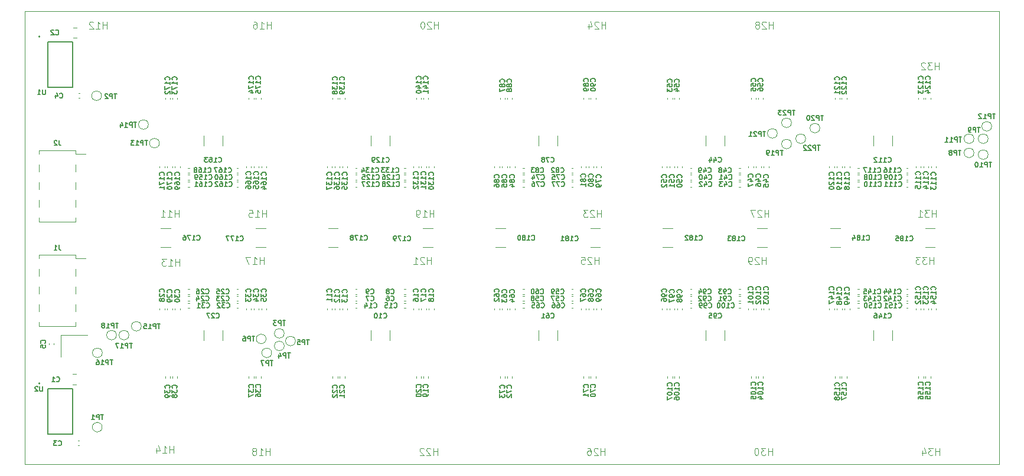
<source format=gbr>
%TF.GenerationSoftware,KiCad,Pcbnew,8.0.6*%
%TF.CreationDate,2024-12-11T18:08:37+01:00*%
%TF.ProjectId,AsicsBoard - 10xBM1370 - 01A,41736963-7342-46f6-9172-64202d203130,rev?*%
%TF.SameCoordinates,Original*%
%TF.FileFunction,Legend,Bot*%
%TF.FilePolarity,Positive*%
%FSLAX46Y46*%
G04 Gerber Fmt 4.6, Leading zero omitted, Abs format (unit mm)*
G04 Created by KiCad (PCBNEW 8.0.6) date 2024-12-11 18:08:37*
%MOMM*%
%LPD*%
G01*
G04 APERTURE LIST*
%ADD10C,0.150000*%
%ADD11C,0.100000*%
%ADD12C,0.120000*%
%ADD13C,0.127000*%
%ADD14C,0.200000*%
%TA.AperFunction,Profile*%
%ADD15C,0.100000*%
%TD*%
G04 APERTURE END LIST*
D10*
X70016666Y-67349366D02*
X70049999Y-67382700D01*
X70049999Y-67382700D02*
X70149999Y-67416033D01*
X70149999Y-67416033D02*
X70216666Y-67416033D01*
X70216666Y-67416033D02*
X70316666Y-67382700D01*
X70316666Y-67382700D02*
X70383333Y-67316033D01*
X70383333Y-67316033D02*
X70416666Y-67249366D01*
X70416666Y-67249366D02*
X70449999Y-67116033D01*
X70449999Y-67116033D02*
X70449999Y-67016033D01*
X70449999Y-67016033D02*
X70416666Y-66882700D01*
X70416666Y-66882700D02*
X70383333Y-66816033D01*
X70383333Y-66816033D02*
X70316666Y-66749366D01*
X70316666Y-66749366D02*
X70216666Y-66716033D01*
X70216666Y-66716033D02*
X70149999Y-66716033D01*
X70149999Y-66716033D02*
X70049999Y-66749366D01*
X70049999Y-66749366D02*
X70016666Y-66782700D01*
X69416666Y-66949366D02*
X69416666Y-67416033D01*
X69583333Y-66682700D02*
X69749999Y-67182700D01*
X69749999Y-67182700D02*
X69316666Y-67182700D01*
X69816666Y-117249366D02*
X69849999Y-117282700D01*
X69849999Y-117282700D02*
X69949999Y-117316033D01*
X69949999Y-117316033D02*
X70016666Y-117316033D01*
X70016666Y-117316033D02*
X70116666Y-117282700D01*
X70116666Y-117282700D02*
X70183333Y-117216033D01*
X70183333Y-117216033D02*
X70216666Y-117149366D01*
X70216666Y-117149366D02*
X70249999Y-117016033D01*
X70249999Y-117016033D02*
X70249999Y-116916033D01*
X70249999Y-116916033D02*
X70216666Y-116782700D01*
X70216666Y-116782700D02*
X70183333Y-116716033D01*
X70183333Y-116716033D02*
X70116666Y-116649366D01*
X70116666Y-116649366D02*
X70016666Y-116616033D01*
X70016666Y-116616033D02*
X69949999Y-116616033D01*
X69949999Y-116616033D02*
X69849999Y-116649366D01*
X69849999Y-116649366D02*
X69816666Y-116682700D01*
X69583333Y-116616033D02*
X69149999Y-116616033D01*
X69149999Y-116616033D02*
X69383333Y-116882700D01*
X69383333Y-116882700D02*
X69283333Y-116882700D01*
X69283333Y-116882700D02*
X69216666Y-116916033D01*
X69216666Y-116916033D02*
X69183333Y-116949366D01*
X69183333Y-116949366D02*
X69149999Y-117016033D01*
X69149999Y-117016033D02*
X69149999Y-117182700D01*
X69149999Y-117182700D02*
X69183333Y-117249366D01*
X69183333Y-117249366D02*
X69216666Y-117282700D01*
X69216666Y-117282700D02*
X69283333Y-117316033D01*
X69283333Y-117316033D02*
X69483333Y-117316033D01*
X69483333Y-117316033D02*
X69549999Y-117282700D01*
X69549999Y-117282700D02*
X69583333Y-117249366D01*
X181749366Y-108716666D02*
X181782700Y-108683333D01*
X181782700Y-108683333D02*
X181816033Y-108583333D01*
X181816033Y-108583333D02*
X181816033Y-108516666D01*
X181816033Y-108516666D02*
X181782700Y-108416666D01*
X181782700Y-108416666D02*
X181716033Y-108350000D01*
X181716033Y-108350000D02*
X181649366Y-108316666D01*
X181649366Y-108316666D02*
X181516033Y-108283333D01*
X181516033Y-108283333D02*
X181416033Y-108283333D01*
X181416033Y-108283333D02*
X181282700Y-108316666D01*
X181282700Y-108316666D02*
X181216033Y-108350000D01*
X181216033Y-108350000D02*
X181149366Y-108416666D01*
X181149366Y-108416666D02*
X181116033Y-108516666D01*
X181116033Y-108516666D02*
X181116033Y-108583333D01*
X181116033Y-108583333D02*
X181149366Y-108683333D01*
X181149366Y-108683333D02*
X181182700Y-108716666D01*
X181816033Y-109383333D02*
X181816033Y-108983333D01*
X181816033Y-109183333D02*
X181116033Y-109183333D01*
X181116033Y-109183333D02*
X181216033Y-109116666D01*
X181216033Y-109116666D02*
X181282700Y-109050000D01*
X181282700Y-109050000D02*
X181316033Y-108983333D01*
X181116033Y-110016667D02*
X181116033Y-109683333D01*
X181116033Y-109683333D02*
X181449366Y-109650000D01*
X181449366Y-109650000D02*
X181416033Y-109683333D01*
X181416033Y-109683333D02*
X181382700Y-109750000D01*
X181382700Y-109750000D02*
X181382700Y-109916667D01*
X181382700Y-109916667D02*
X181416033Y-109983333D01*
X181416033Y-109983333D02*
X181449366Y-110016667D01*
X181449366Y-110016667D02*
X181516033Y-110050000D01*
X181516033Y-110050000D02*
X181682700Y-110050000D01*
X181682700Y-110050000D02*
X181749366Y-110016667D01*
X181749366Y-110016667D02*
X181782700Y-109983333D01*
X181782700Y-109983333D02*
X181816033Y-109916667D01*
X181816033Y-109916667D02*
X181816033Y-109750000D01*
X181816033Y-109750000D02*
X181782700Y-109683333D01*
X181782700Y-109683333D02*
X181749366Y-109650000D01*
X181416033Y-110450000D02*
X181382700Y-110383334D01*
X181382700Y-110383334D02*
X181349366Y-110350000D01*
X181349366Y-110350000D02*
X181282700Y-110316667D01*
X181282700Y-110316667D02*
X181249366Y-110316667D01*
X181249366Y-110316667D02*
X181182700Y-110350000D01*
X181182700Y-110350000D02*
X181149366Y-110383334D01*
X181149366Y-110383334D02*
X181116033Y-110450000D01*
X181116033Y-110450000D02*
X181116033Y-110583334D01*
X181116033Y-110583334D02*
X181149366Y-110650000D01*
X181149366Y-110650000D02*
X181182700Y-110683334D01*
X181182700Y-110683334D02*
X181249366Y-110716667D01*
X181249366Y-110716667D02*
X181282700Y-110716667D01*
X181282700Y-110716667D02*
X181349366Y-110683334D01*
X181349366Y-110683334D02*
X181382700Y-110650000D01*
X181382700Y-110650000D02*
X181416033Y-110583334D01*
X181416033Y-110583334D02*
X181416033Y-110450000D01*
X181416033Y-110450000D02*
X181449366Y-110383334D01*
X181449366Y-110383334D02*
X181482700Y-110350000D01*
X181482700Y-110350000D02*
X181549366Y-110316667D01*
X181549366Y-110316667D02*
X181682700Y-110316667D01*
X181682700Y-110316667D02*
X181749366Y-110350000D01*
X181749366Y-110350000D02*
X181782700Y-110383334D01*
X181782700Y-110383334D02*
X181816033Y-110450000D01*
X181816033Y-110450000D02*
X181816033Y-110583334D01*
X181816033Y-110583334D02*
X181782700Y-110650000D01*
X181782700Y-110650000D02*
X181749366Y-110683334D01*
X181749366Y-110683334D02*
X181682700Y-110716667D01*
X181682700Y-110716667D02*
X181549366Y-110716667D01*
X181549366Y-110716667D02*
X181482700Y-110683334D01*
X181482700Y-110683334D02*
X181449366Y-110650000D01*
X181449366Y-110650000D02*
X181416033Y-110583334D01*
X159149366Y-95349999D02*
X159182700Y-95316666D01*
X159182700Y-95316666D02*
X159216033Y-95216666D01*
X159216033Y-95216666D02*
X159216033Y-95149999D01*
X159216033Y-95149999D02*
X159182700Y-95049999D01*
X159182700Y-95049999D02*
X159116033Y-94983333D01*
X159116033Y-94983333D02*
X159049366Y-94949999D01*
X159049366Y-94949999D02*
X158916033Y-94916666D01*
X158916033Y-94916666D02*
X158816033Y-94916666D01*
X158816033Y-94916666D02*
X158682700Y-94949999D01*
X158682700Y-94949999D02*
X158616033Y-94983333D01*
X158616033Y-94983333D02*
X158549366Y-95049999D01*
X158549366Y-95049999D02*
X158516033Y-95149999D01*
X158516033Y-95149999D02*
X158516033Y-95216666D01*
X158516033Y-95216666D02*
X158549366Y-95316666D01*
X158549366Y-95316666D02*
X158582700Y-95349999D01*
X159216033Y-95683333D02*
X159216033Y-95816666D01*
X159216033Y-95816666D02*
X159182700Y-95883333D01*
X159182700Y-95883333D02*
X159149366Y-95916666D01*
X159149366Y-95916666D02*
X159049366Y-95983333D01*
X159049366Y-95983333D02*
X158916033Y-96016666D01*
X158916033Y-96016666D02*
X158649366Y-96016666D01*
X158649366Y-96016666D02*
X158582700Y-95983333D01*
X158582700Y-95983333D02*
X158549366Y-95949999D01*
X158549366Y-95949999D02*
X158516033Y-95883333D01*
X158516033Y-95883333D02*
X158516033Y-95749999D01*
X158516033Y-95749999D02*
X158549366Y-95683333D01*
X158549366Y-95683333D02*
X158582700Y-95649999D01*
X158582700Y-95649999D02*
X158649366Y-95616666D01*
X158649366Y-95616666D02*
X158816033Y-95616666D01*
X158816033Y-95616666D02*
X158882700Y-95649999D01*
X158882700Y-95649999D02*
X158916033Y-95683333D01*
X158916033Y-95683333D02*
X158949366Y-95749999D01*
X158949366Y-95749999D02*
X158949366Y-95883333D01*
X158949366Y-95883333D02*
X158916033Y-95949999D01*
X158916033Y-95949999D02*
X158882700Y-95983333D01*
X158882700Y-95983333D02*
X158816033Y-96016666D01*
X158816033Y-96416666D02*
X158782700Y-96350000D01*
X158782700Y-96350000D02*
X158749366Y-96316666D01*
X158749366Y-96316666D02*
X158682700Y-96283333D01*
X158682700Y-96283333D02*
X158649366Y-96283333D01*
X158649366Y-96283333D02*
X158582700Y-96316666D01*
X158582700Y-96316666D02*
X158549366Y-96350000D01*
X158549366Y-96350000D02*
X158516033Y-96416666D01*
X158516033Y-96416666D02*
X158516033Y-96550000D01*
X158516033Y-96550000D02*
X158549366Y-96616666D01*
X158549366Y-96616666D02*
X158582700Y-96650000D01*
X158582700Y-96650000D02*
X158649366Y-96683333D01*
X158649366Y-96683333D02*
X158682700Y-96683333D01*
X158682700Y-96683333D02*
X158749366Y-96650000D01*
X158749366Y-96650000D02*
X158782700Y-96616666D01*
X158782700Y-96616666D02*
X158816033Y-96550000D01*
X158816033Y-96550000D02*
X158816033Y-96416666D01*
X158816033Y-96416666D02*
X158849366Y-96350000D01*
X158849366Y-96350000D02*
X158882700Y-96316666D01*
X158882700Y-96316666D02*
X158949366Y-96283333D01*
X158949366Y-96283333D02*
X159082700Y-96283333D01*
X159082700Y-96283333D02*
X159149366Y-96316666D01*
X159149366Y-96316666D02*
X159182700Y-96350000D01*
X159182700Y-96350000D02*
X159216033Y-96416666D01*
X159216033Y-96416666D02*
X159216033Y-96550000D01*
X159216033Y-96550000D02*
X159182700Y-96616666D01*
X159182700Y-96616666D02*
X159149366Y-96650000D01*
X159149366Y-96650000D02*
X159082700Y-96683333D01*
X159082700Y-96683333D02*
X158949366Y-96683333D01*
X158949366Y-96683333D02*
X158882700Y-96650000D01*
X158882700Y-96650000D02*
X158849366Y-96616666D01*
X158849366Y-96616666D02*
X158816033Y-96550000D01*
X190183333Y-96449366D02*
X190216666Y-96482700D01*
X190216666Y-96482700D02*
X190316666Y-96516033D01*
X190316666Y-96516033D02*
X190383333Y-96516033D01*
X190383333Y-96516033D02*
X190483333Y-96482700D01*
X190483333Y-96482700D02*
X190550000Y-96416033D01*
X190550000Y-96416033D02*
X190583333Y-96349366D01*
X190583333Y-96349366D02*
X190616666Y-96216033D01*
X190616666Y-96216033D02*
X190616666Y-96116033D01*
X190616666Y-96116033D02*
X190583333Y-95982700D01*
X190583333Y-95982700D02*
X190550000Y-95916033D01*
X190550000Y-95916033D02*
X190483333Y-95849366D01*
X190483333Y-95849366D02*
X190383333Y-95816033D01*
X190383333Y-95816033D02*
X190316666Y-95816033D01*
X190316666Y-95816033D02*
X190216666Y-95849366D01*
X190216666Y-95849366D02*
X190183333Y-95882700D01*
X189516666Y-96516033D02*
X189916666Y-96516033D01*
X189716666Y-96516033D02*
X189716666Y-95816033D01*
X189716666Y-95816033D02*
X189783333Y-95916033D01*
X189783333Y-95916033D02*
X189850000Y-95982700D01*
X189850000Y-95982700D02*
X189916666Y-96016033D01*
X188916666Y-96049366D02*
X188916666Y-96516033D01*
X189083333Y-95782700D02*
X189249999Y-96282700D01*
X189249999Y-96282700D02*
X188816666Y-96282700D01*
X188583332Y-95882700D02*
X188549999Y-95849366D01*
X188549999Y-95849366D02*
X188483332Y-95816033D01*
X188483332Y-95816033D02*
X188316666Y-95816033D01*
X188316666Y-95816033D02*
X188249999Y-95849366D01*
X188249999Y-95849366D02*
X188216666Y-95882700D01*
X188216666Y-95882700D02*
X188183332Y-95949366D01*
X188183332Y-95949366D02*
X188183332Y-96016033D01*
X188183332Y-96016033D02*
X188216666Y-96116033D01*
X188216666Y-96116033D02*
X188616666Y-96516033D01*
X188616666Y-96516033D02*
X188183332Y-96516033D01*
X170749366Y-65050000D02*
X170782700Y-65016667D01*
X170782700Y-65016667D02*
X170816033Y-64916667D01*
X170816033Y-64916667D02*
X170816033Y-64850000D01*
X170816033Y-64850000D02*
X170782700Y-64750000D01*
X170782700Y-64750000D02*
X170716033Y-64683334D01*
X170716033Y-64683334D02*
X170649366Y-64650000D01*
X170649366Y-64650000D02*
X170516033Y-64616667D01*
X170516033Y-64616667D02*
X170416033Y-64616667D01*
X170416033Y-64616667D02*
X170282700Y-64650000D01*
X170282700Y-64650000D02*
X170216033Y-64683334D01*
X170216033Y-64683334D02*
X170149366Y-64750000D01*
X170149366Y-64750000D02*
X170116033Y-64850000D01*
X170116033Y-64850000D02*
X170116033Y-64916667D01*
X170116033Y-64916667D02*
X170149366Y-65016667D01*
X170149366Y-65016667D02*
X170182700Y-65050000D01*
X170116033Y-65683334D02*
X170116033Y-65350000D01*
X170116033Y-65350000D02*
X170449366Y-65316667D01*
X170449366Y-65316667D02*
X170416033Y-65350000D01*
X170416033Y-65350000D02*
X170382700Y-65416667D01*
X170382700Y-65416667D02*
X170382700Y-65583334D01*
X170382700Y-65583334D02*
X170416033Y-65650000D01*
X170416033Y-65650000D02*
X170449366Y-65683334D01*
X170449366Y-65683334D02*
X170516033Y-65716667D01*
X170516033Y-65716667D02*
X170682700Y-65716667D01*
X170682700Y-65716667D02*
X170749366Y-65683334D01*
X170749366Y-65683334D02*
X170782700Y-65650000D01*
X170782700Y-65650000D02*
X170816033Y-65583334D01*
X170816033Y-65583334D02*
X170816033Y-65416667D01*
X170816033Y-65416667D02*
X170782700Y-65350000D01*
X170782700Y-65350000D02*
X170749366Y-65316667D01*
X170116033Y-66316667D02*
X170116033Y-66183334D01*
X170116033Y-66183334D02*
X170149366Y-66116667D01*
X170149366Y-66116667D02*
X170182700Y-66083334D01*
X170182700Y-66083334D02*
X170282700Y-66016667D01*
X170282700Y-66016667D02*
X170416033Y-65983334D01*
X170416033Y-65983334D02*
X170682700Y-65983334D01*
X170682700Y-65983334D02*
X170749366Y-66016667D01*
X170749366Y-66016667D02*
X170782700Y-66050001D01*
X170782700Y-66050001D02*
X170816033Y-66116667D01*
X170816033Y-66116667D02*
X170816033Y-66250001D01*
X170816033Y-66250001D02*
X170782700Y-66316667D01*
X170782700Y-66316667D02*
X170749366Y-66350001D01*
X170749366Y-66350001D02*
X170682700Y-66383334D01*
X170682700Y-66383334D02*
X170516033Y-66383334D01*
X170516033Y-66383334D02*
X170449366Y-66350001D01*
X170449366Y-66350001D02*
X170416033Y-66316667D01*
X170416033Y-66316667D02*
X170382700Y-66250001D01*
X170382700Y-66250001D02*
X170382700Y-66116667D01*
X170382700Y-66116667D02*
X170416033Y-66050001D01*
X170416033Y-66050001D02*
X170449366Y-66016667D01*
X170449366Y-66016667D02*
X170516033Y-65983334D01*
X190283332Y-79049366D02*
X190316665Y-79082700D01*
X190316665Y-79082700D02*
X190416665Y-79116033D01*
X190416665Y-79116033D02*
X190483332Y-79116033D01*
X190483332Y-79116033D02*
X190583332Y-79082700D01*
X190583332Y-79082700D02*
X190649999Y-79016033D01*
X190649999Y-79016033D02*
X190683332Y-78949366D01*
X190683332Y-78949366D02*
X190716665Y-78816033D01*
X190716665Y-78816033D02*
X190716665Y-78716033D01*
X190716665Y-78716033D02*
X190683332Y-78582700D01*
X190683332Y-78582700D02*
X190649999Y-78516033D01*
X190649999Y-78516033D02*
X190583332Y-78449366D01*
X190583332Y-78449366D02*
X190483332Y-78416033D01*
X190483332Y-78416033D02*
X190416665Y-78416033D01*
X190416665Y-78416033D02*
X190316665Y-78449366D01*
X190316665Y-78449366D02*
X190283332Y-78482700D01*
X189616665Y-79116033D02*
X190016665Y-79116033D01*
X189816665Y-79116033D02*
X189816665Y-78416033D01*
X189816665Y-78416033D02*
X189883332Y-78516033D01*
X189883332Y-78516033D02*
X189949999Y-78582700D01*
X189949999Y-78582700D02*
X190016665Y-78616033D01*
X189183332Y-78416033D02*
X189116665Y-78416033D01*
X189116665Y-78416033D02*
X189049998Y-78449366D01*
X189049998Y-78449366D02*
X189016665Y-78482700D01*
X189016665Y-78482700D02*
X188983332Y-78549366D01*
X188983332Y-78549366D02*
X188949998Y-78682700D01*
X188949998Y-78682700D02*
X188949998Y-78849366D01*
X188949998Y-78849366D02*
X188983332Y-78982700D01*
X188983332Y-78982700D02*
X189016665Y-79049366D01*
X189016665Y-79049366D02*
X189049998Y-79082700D01*
X189049998Y-79082700D02*
X189116665Y-79116033D01*
X189116665Y-79116033D02*
X189183332Y-79116033D01*
X189183332Y-79116033D02*
X189249998Y-79082700D01*
X189249998Y-79082700D02*
X189283332Y-79049366D01*
X189283332Y-79049366D02*
X189316665Y-78982700D01*
X189316665Y-78982700D02*
X189349998Y-78849366D01*
X189349998Y-78849366D02*
X189349998Y-78682700D01*
X189349998Y-78682700D02*
X189316665Y-78549366D01*
X189316665Y-78549366D02*
X189283332Y-78482700D01*
X189283332Y-78482700D02*
X189249998Y-78449366D01*
X189249998Y-78449366D02*
X189183332Y-78416033D01*
X188616665Y-79116033D02*
X188483331Y-79116033D01*
X188483331Y-79116033D02*
X188416665Y-79082700D01*
X188416665Y-79082700D02*
X188383331Y-79049366D01*
X188383331Y-79049366D02*
X188316665Y-78949366D01*
X188316665Y-78949366D02*
X188283331Y-78816033D01*
X188283331Y-78816033D02*
X188283331Y-78549366D01*
X188283331Y-78549366D02*
X188316665Y-78482700D01*
X188316665Y-78482700D02*
X188349998Y-78449366D01*
X188349998Y-78449366D02*
X188416665Y-78416033D01*
X188416665Y-78416033D02*
X188549998Y-78416033D01*
X188549998Y-78416033D02*
X188616665Y-78449366D01*
X188616665Y-78449366D02*
X188649998Y-78482700D01*
X188649998Y-78482700D02*
X188683331Y-78549366D01*
X188683331Y-78549366D02*
X188683331Y-78716033D01*
X188683331Y-78716033D02*
X188649998Y-78782700D01*
X188649998Y-78782700D02*
X188616665Y-78816033D01*
X188616665Y-78816033D02*
X188549998Y-78849366D01*
X188549998Y-78849366D02*
X188416665Y-78849366D01*
X188416665Y-78849366D02*
X188349998Y-78816033D01*
X188349998Y-78816033D02*
X188316665Y-78782700D01*
X188316665Y-78782700D02*
X188283331Y-78716033D01*
X147549366Y-95249999D02*
X147582700Y-95216666D01*
X147582700Y-95216666D02*
X147616033Y-95116666D01*
X147616033Y-95116666D02*
X147616033Y-95049999D01*
X147616033Y-95049999D02*
X147582700Y-94949999D01*
X147582700Y-94949999D02*
X147516033Y-94883333D01*
X147516033Y-94883333D02*
X147449366Y-94849999D01*
X147449366Y-94849999D02*
X147316033Y-94816666D01*
X147316033Y-94816666D02*
X147216033Y-94816666D01*
X147216033Y-94816666D02*
X147082700Y-94849999D01*
X147082700Y-94849999D02*
X147016033Y-94883333D01*
X147016033Y-94883333D02*
X146949366Y-94949999D01*
X146949366Y-94949999D02*
X146916033Y-95049999D01*
X146916033Y-95049999D02*
X146916033Y-95116666D01*
X146916033Y-95116666D02*
X146949366Y-95216666D01*
X146949366Y-95216666D02*
X146982700Y-95249999D01*
X146916033Y-95849999D02*
X146916033Y-95716666D01*
X146916033Y-95716666D02*
X146949366Y-95649999D01*
X146949366Y-95649999D02*
X146982700Y-95616666D01*
X146982700Y-95616666D02*
X147082700Y-95549999D01*
X147082700Y-95549999D02*
X147216033Y-95516666D01*
X147216033Y-95516666D02*
X147482700Y-95516666D01*
X147482700Y-95516666D02*
X147549366Y-95549999D01*
X147549366Y-95549999D02*
X147582700Y-95583333D01*
X147582700Y-95583333D02*
X147616033Y-95649999D01*
X147616033Y-95649999D02*
X147616033Y-95783333D01*
X147616033Y-95783333D02*
X147582700Y-95849999D01*
X147582700Y-95849999D02*
X147549366Y-95883333D01*
X147549366Y-95883333D02*
X147482700Y-95916666D01*
X147482700Y-95916666D02*
X147316033Y-95916666D01*
X147316033Y-95916666D02*
X147249366Y-95883333D01*
X147249366Y-95883333D02*
X147216033Y-95849999D01*
X147216033Y-95849999D02*
X147182700Y-95783333D01*
X147182700Y-95783333D02*
X147182700Y-95649999D01*
X147182700Y-95649999D02*
X147216033Y-95583333D01*
X147216033Y-95583333D02*
X147249366Y-95549999D01*
X147249366Y-95549999D02*
X147316033Y-95516666D01*
X147616033Y-96250000D02*
X147616033Y-96383333D01*
X147616033Y-96383333D02*
X147582700Y-96450000D01*
X147582700Y-96450000D02*
X147549366Y-96483333D01*
X147549366Y-96483333D02*
X147449366Y-96550000D01*
X147449366Y-96550000D02*
X147316033Y-96583333D01*
X147316033Y-96583333D02*
X147049366Y-96583333D01*
X147049366Y-96583333D02*
X146982700Y-96550000D01*
X146982700Y-96550000D02*
X146949366Y-96516666D01*
X146949366Y-96516666D02*
X146916033Y-96450000D01*
X146916033Y-96450000D02*
X146916033Y-96316666D01*
X146916033Y-96316666D02*
X146949366Y-96250000D01*
X146949366Y-96250000D02*
X146982700Y-96216666D01*
X146982700Y-96216666D02*
X147049366Y-96183333D01*
X147049366Y-96183333D02*
X147216033Y-96183333D01*
X147216033Y-96183333D02*
X147282700Y-96216666D01*
X147282700Y-96216666D02*
X147316033Y-96250000D01*
X147316033Y-96250000D02*
X147349366Y-96316666D01*
X147349366Y-96316666D02*
X147349366Y-96450000D01*
X147349366Y-96450000D02*
X147316033Y-96516666D01*
X147316033Y-96516666D02*
X147282700Y-96550000D01*
X147282700Y-96550000D02*
X147216033Y-96583333D01*
X109749366Y-109049999D02*
X109782700Y-109016666D01*
X109782700Y-109016666D02*
X109816033Y-108916666D01*
X109816033Y-108916666D02*
X109816033Y-108849999D01*
X109816033Y-108849999D02*
X109782700Y-108749999D01*
X109782700Y-108749999D02*
X109716033Y-108683333D01*
X109716033Y-108683333D02*
X109649366Y-108649999D01*
X109649366Y-108649999D02*
X109516033Y-108616666D01*
X109516033Y-108616666D02*
X109416033Y-108616666D01*
X109416033Y-108616666D02*
X109282700Y-108649999D01*
X109282700Y-108649999D02*
X109216033Y-108683333D01*
X109216033Y-108683333D02*
X109149366Y-108749999D01*
X109149366Y-108749999D02*
X109116033Y-108849999D01*
X109116033Y-108849999D02*
X109116033Y-108916666D01*
X109116033Y-108916666D02*
X109149366Y-109016666D01*
X109149366Y-109016666D02*
X109182700Y-109049999D01*
X109182700Y-109316666D02*
X109149366Y-109349999D01*
X109149366Y-109349999D02*
X109116033Y-109416666D01*
X109116033Y-109416666D02*
X109116033Y-109583333D01*
X109116033Y-109583333D02*
X109149366Y-109649999D01*
X109149366Y-109649999D02*
X109182700Y-109683333D01*
X109182700Y-109683333D02*
X109249366Y-109716666D01*
X109249366Y-109716666D02*
X109316033Y-109716666D01*
X109316033Y-109716666D02*
X109416033Y-109683333D01*
X109416033Y-109683333D02*
X109816033Y-109283333D01*
X109816033Y-109283333D02*
X109816033Y-109716666D01*
X109182700Y-109983333D02*
X109149366Y-110016666D01*
X109149366Y-110016666D02*
X109116033Y-110083333D01*
X109116033Y-110083333D02*
X109116033Y-110250000D01*
X109116033Y-110250000D02*
X109149366Y-110316666D01*
X109149366Y-110316666D02*
X109182700Y-110350000D01*
X109182700Y-110350000D02*
X109249366Y-110383333D01*
X109249366Y-110383333D02*
X109316033Y-110383333D01*
X109316033Y-110383333D02*
X109416033Y-110350000D01*
X109416033Y-110350000D02*
X109816033Y-109950000D01*
X109816033Y-109950000D02*
X109816033Y-110383333D01*
X188783333Y-76549366D02*
X188816666Y-76582700D01*
X188816666Y-76582700D02*
X188916666Y-76616033D01*
X188916666Y-76616033D02*
X188983333Y-76616033D01*
X188983333Y-76616033D02*
X189083333Y-76582700D01*
X189083333Y-76582700D02*
X189150000Y-76516033D01*
X189150000Y-76516033D02*
X189183333Y-76449366D01*
X189183333Y-76449366D02*
X189216666Y-76316033D01*
X189216666Y-76316033D02*
X189216666Y-76216033D01*
X189216666Y-76216033D02*
X189183333Y-76082700D01*
X189183333Y-76082700D02*
X189150000Y-76016033D01*
X189150000Y-76016033D02*
X189083333Y-75949366D01*
X189083333Y-75949366D02*
X188983333Y-75916033D01*
X188983333Y-75916033D02*
X188916666Y-75916033D01*
X188916666Y-75916033D02*
X188816666Y-75949366D01*
X188816666Y-75949366D02*
X188783333Y-75982700D01*
X188116666Y-76616033D02*
X188516666Y-76616033D01*
X188316666Y-76616033D02*
X188316666Y-75916033D01*
X188316666Y-75916033D02*
X188383333Y-76016033D01*
X188383333Y-76016033D02*
X188450000Y-76082700D01*
X188450000Y-76082700D02*
X188516666Y-76116033D01*
X187449999Y-76616033D02*
X187849999Y-76616033D01*
X187649999Y-76616033D02*
X187649999Y-75916033D01*
X187649999Y-75916033D02*
X187716666Y-76016033D01*
X187716666Y-76016033D02*
X187783333Y-76082700D01*
X187783333Y-76082700D02*
X187849999Y-76116033D01*
X187183332Y-75982700D02*
X187149999Y-75949366D01*
X187149999Y-75949366D02*
X187083332Y-75916033D01*
X187083332Y-75916033D02*
X186916666Y-75916033D01*
X186916666Y-75916033D02*
X186849999Y-75949366D01*
X186849999Y-75949366D02*
X186816666Y-75982700D01*
X186816666Y-75982700D02*
X186783332Y-76049366D01*
X186783332Y-76049366D02*
X186783332Y-76116033D01*
X186783332Y-76116033D02*
X186816666Y-76216033D01*
X186816666Y-76216033D02*
X187216666Y-76616033D01*
X187216666Y-76616033D02*
X186783332Y-76616033D01*
X115383333Y-79049366D02*
X115416666Y-79082700D01*
X115416666Y-79082700D02*
X115516666Y-79116033D01*
X115516666Y-79116033D02*
X115583333Y-79116033D01*
X115583333Y-79116033D02*
X115683333Y-79082700D01*
X115683333Y-79082700D02*
X115750000Y-79016033D01*
X115750000Y-79016033D02*
X115783333Y-78949366D01*
X115783333Y-78949366D02*
X115816666Y-78816033D01*
X115816666Y-78816033D02*
X115816666Y-78716033D01*
X115816666Y-78716033D02*
X115783333Y-78582700D01*
X115783333Y-78582700D02*
X115750000Y-78516033D01*
X115750000Y-78516033D02*
X115683333Y-78449366D01*
X115683333Y-78449366D02*
X115583333Y-78416033D01*
X115583333Y-78416033D02*
X115516666Y-78416033D01*
X115516666Y-78416033D02*
X115416666Y-78449366D01*
X115416666Y-78449366D02*
X115383333Y-78482700D01*
X114716666Y-79116033D02*
X115116666Y-79116033D01*
X114916666Y-79116033D02*
X114916666Y-78416033D01*
X114916666Y-78416033D02*
X114983333Y-78516033D01*
X114983333Y-78516033D02*
X115050000Y-78582700D01*
X115050000Y-78582700D02*
X115116666Y-78616033D01*
X114449999Y-78482700D02*
X114416666Y-78449366D01*
X114416666Y-78449366D02*
X114349999Y-78416033D01*
X114349999Y-78416033D02*
X114183333Y-78416033D01*
X114183333Y-78416033D02*
X114116666Y-78449366D01*
X114116666Y-78449366D02*
X114083333Y-78482700D01*
X114083333Y-78482700D02*
X114049999Y-78549366D01*
X114049999Y-78549366D02*
X114049999Y-78616033D01*
X114049999Y-78616033D02*
X114083333Y-78716033D01*
X114083333Y-78716033D02*
X114483333Y-79116033D01*
X114483333Y-79116033D02*
X114049999Y-79116033D01*
X113416666Y-78416033D02*
X113749999Y-78416033D01*
X113749999Y-78416033D02*
X113783332Y-78749366D01*
X113783332Y-78749366D02*
X113749999Y-78716033D01*
X113749999Y-78716033D02*
X113683332Y-78682700D01*
X113683332Y-78682700D02*
X113516666Y-78682700D01*
X113516666Y-78682700D02*
X113449999Y-78716033D01*
X113449999Y-78716033D02*
X113416666Y-78749366D01*
X113416666Y-78749366D02*
X113383332Y-78816033D01*
X113383332Y-78816033D02*
X113383332Y-78982700D01*
X113383332Y-78982700D02*
X113416666Y-79049366D01*
X113416666Y-79049366D02*
X113449999Y-79082700D01*
X113449999Y-79082700D02*
X113516666Y-79116033D01*
X113516666Y-79116033D02*
X113683332Y-79116033D01*
X113683332Y-79116033D02*
X113749999Y-79082700D01*
X113749999Y-79082700D02*
X113783332Y-79049366D01*
X122749366Y-64716667D02*
X122782700Y-64683334D01*
X122782700Y-64683334D02*
X122816033Y-64583334D01*
X122816033Y-64583334D02*
X122816033Y-64516667D01*
X122816033Y-64516667D02*
X122782700Y-64416667D01*
X122782700Y-64416667D02*
X122716033Y-64350001D01*
X122716033Y-64350001D02*
X122649366Y-64316667D01*
X122649366Y-64316667D02*
X122516033Y-64283334D01*
X122516033Y-64283334D02*
X122416033Y-64283334D01*
X122416033Y-64283334D02*
X122282700Y-64316667D01*
X122282700Y-64316667D02*
X122216033Y-64350001D01*
X122216033Y-64350001D02*
X122149366Y-64416667D01*
X122149366Y-64416667D02*
X122116033Y-64516667D01*
X122116033Y-64516667D02*
X122116033Y-64583334D01*
X122116033Y-64583334D02*
X122149366Y-64683334D01*
X122149366Y-64683334D02*
X122182700Y-64716667D01*
X122816033Y-65383334D02*
X122816033Y-64983334D01*
X122816033Y-65183334D02*
X122116033Y-65183334D01*
X122116033Y-65183334D02*
X122216033Y-65116667D01*
X122216033Y-65116667D02*
X122282700Y-65050001D01*
X122282700Y-65050001D02*
X122316033Y-64983334D01*
X122349366Y-65983334D02*
X122816033Y-65983334D01*
X122082700Y-65816668D02*
X122582700Y-65650001D01*
X122582700Y-65650001D02*
X122582700Y-66083334D01*
X122816033Y-66716668D02*
X122816033Y-66316668D01*
X122816033Y-66516668D02*
X122116033Y-66516668D01*
X122116033Y-66516668D02*
X122216033Y-66450001D01*
X122216033Y-66450001D02*
X122282700Y-66383335D01*
X122282700Y-66383335D02*
X122316033Y-66316668D01*
X171216666Y-72216033D02*
X170816666Y-72216033D01*
X171016666Y-72916033D02*
X171016666Y-72216033D01*
X170583333Y-72916033D02*
X170583333Y-72216033D01*
X170583333Y-72216033D02*
X170316666Y-72216033D01*
X170316666Y-72216033D02*
X170250000Y-72249366D01*
X170250000Y-72249366D02*
X170216666Y-72282700D01*
X170216666Y-72282700D02*
X170183333Y-72349366D01*
X170183333Y-72349366D02*
X170183333Y-72449366D01*
X170183333Y-72449366D02*
X170216666Y-72516033D01*
X170216666Y-72516033D02*
X170250000Y-72549366D01*
X170250000Y-72549366D02*
X170316666Y-72582700D01*
X170316666Y-72582700D02*
X170583333Y-72582700D01*
X169916666Y-72282700D02*
X169883333Y-72249366D01*
X169883333Y-72249366D02*
X169816666Y-72216033D01*
X169816666Y-72216033D02*
X169650000Y-72216033D01*
X169650000Y-72216033D02*
X169583333Y-72249366D01*
X169583333Y-72249366D02*
X169550000Y-72282700D01*
X169550000Y-72282700D02*
X169516666Y-72349366D01*
X169516666Y-72349366D02*
X169516666Y-72416033D01*
X169516666Y-72416033D02*
X169550000Y-72516033D01*
X169550000Y-72516033D02*
X169950000Y-72916033D01*
X169950000Y-72916033D02*
X169516666Y-72916033D01*
X168849999Y-72916033D02*
X169249999Y-72916033D01*
X169049999Y-72916033D02*
X169049999Y-72216033D01*
X169049999Y-72216033D02*
X169116666Y-72316033D01*
X169116666Y-72316033D02*
X169183333Y-72382700D01*
X169183333Y-72382700D02*
X169249999Y-72416033D01*
X191883333Y-87849366D02*
X191916666Y-87882700D01*
X191916666Y-87882700D02*
X192016666Y-87916033D01*
X192016666Y-87916033D02*
X192083333Y-87916033D01*
X192083333Y-87916033D02*
X192183333Y-87882700D01*
X192183333Y-87882700D02*
X192250000Y-87816033D01*
X192250000Y-87816033D02*
X192283333Y-87749366D01*
X192283333Y-87749366D02*
X192316666Y-87616033D01*
X192316666Y-87616033D02*
X192316666Y-87516033D01*
X192316666Y-87516033D02*
X192283333Y-87382700D01*
X192283333Y-87382700D02*
X192250000Y-87316033D01*
X192250000Y-87316033D02*
X192183333Y-87249366D01*
X192183333Y-87249366D02*
X192083333Y-87216033D01*
X192083333Y-87216033D02*
X192016666Y-87216033D01*
X192016666Y-87216033D02*
X191916666Y-87249366D01*
X191916666Y-87249366D02*
X191883333Y-87282700D01*
X191216666Y-87916033D02*
X191616666Y-87916033D01*
X191416666Y-87916033D02*
X191416666Y-87216033D01*
X191416666Y-87216033D02*
X191483333Y-87316033D01*
X191483333Y-87316033D02*
X191550000Y-87382700D01*
X191550000Y-87382700D02*
X191616666Y-87416033D01*
X190816666Y-87516033D02*
X190883333Y-87482700D01*
X190883333Y-87482700D02*
X190916666Y-87449366D01*
X190916666Y-87449366D02*
X190949999Y-87382700D01*
X190949999Y-87382700D02*
X190949999Y-87349366D01*
X190949999Y-87349366D02*
X190916666Y-87282700D01*
X190916666Y-87282700D02*
X190883333Y-87249366D01*
X190883333Y-87249366D02*
X190816666Y-87216033D01*
X190816666Y-87216033D02*
X190683333Y-87216033D01*
X190683333Y-87216033D02*
X190616666Y-87249366D01*
X190616666Y-87249366D02*
X190583333Y-87282700D01*
X190583333Y-87282700D02*
X190549999Y-87349366D01*
X190549999Y-87349366D02*
X190549999Y-87382700D01*
X190549999Y-87382700D02*
X190583333Y-87449366D01*
X190583333Y-87449366D02*
X190616666Y-87482700D01*
X190616666Y-87482700D02*
X190683333Y-87516033D01*
X190683333Y-87516033D02*
X190816666Y-87516033D01*
X190816666Y-87516033D02*
X190883333Y-87549366D01*
X190883333Y-87549366D02*
X190916666Y-87582700D01*
X190916666Y-87582700D02*
X190949999Y-87649366D01*
X190949999Y-87649366D02*
X190949999Y-87782700D01*
X190949999Y-87782700D02*
X190916666Y-87849366D01*
X190916666Y-87849366D02*
X190883333Y-87882700D01*
X190883333Y-87882700D02*
X190816666Y-87916033D01*
X190816666Y-87916033D02*
X190683333Y-87916033D01*
X190683333Y-87916033D02*
X190616666Y-87882700D01*
X190616666Y-87882700D02*
X190583333Y-87849366D01*
X190583333Y-87849366D02*
X190549999Y-87782700D01*
X190549999Y-87782700D02*
X190549999Y-87649366D01*
X190549999Y-87649366D02*
X190583333Y-87582700D01*
X190583333Y-87582700D02*
X190616666Y-87549366D01*
X190616666Y-87549366D02*
X190683333Y-87516033D01*
X189916666Y-87216033D02*
X190249999Y-87216033D01*
X190249999Y-87216033D02*
X190283332Y-87549366D01*
X190283332Y-87549366D02*
X190249999Y-87516033D01*
X190249999Y-87516033D02*
X190183332Y-87482700D01*
X190183332Y-87482700D02*
X190016666Y-87482700D01*
X190016666Y-87482700D02*
X189949999Y-87516033D01*
X189949999Y-87516033D02*
X189916666Y-87549366D01*
X189916666Y-87549366D02*
X189883332Y-87616033D01*
X189883332Y-87616033D02*
X189883332Y-87782700D01*
X189883332Y-87782700D02*
X189916666Y-87849366D01*
X189916666Y-87849366D02*
X189949999Y-87882700D01*
X189949999Y-87882700D02*
X190016666Y-87916033D01*
X190016666Y-87916033D02*
X190183332Y-87916033D01*
X190183332Y-87916033D02*
X190249999Y-87882700D01*
X190249999Y-87882700D02*
X190283332Y-87849366D01*
X110749367Y-64816666D02*
X110782701Y-64783333D01*
X110782701Y-64783333D02*
X110816034Y-64683333D01*
X110816034Y-64683333D02*
X110816034Y-64616666D01*
X110816034Y-64616666D02*
X110782701Y-64516666D01*
X110782701Y-64516666D02*
X110716034Y-64450000D01*
X110716034Y-64450000D02*
X110649367Y-64416666D01*
X110649367Y-64416666D02*
X110516034Y-64383333D01*
X110516034Y-64383333D02*
X110416034Y-64383333D01*
X110416034Y-64383333D02*
X110282701Y-64416666D01*
X110282701Y-64416666D02*
X110216034Y-64450000D01*
X110216034Y-64450000D02*
X110149367Y-64516666D01*
X110149367Y-64516666D02*
X110116034Y-64616666D01*
X110116034Y-64616666D02*
X110116034Y-64683333D01*
X110116034Y-64683333D02*
X110149367Y-64783333D01*
X110149367Y-64783333D02*
X110182701Y-64816666D01*
X110816034Y-65483333D02*
X110816034Y-65083333D01*
X110816034Y-65283333D02*
X110116034Y-65283333D01*
X110116034Y-65283333D02*
X110216034Y-65216666D01*
X110216034Y-65216666D02*
X110282701Y-65150000D01*
X110282701Y-65150000D02*
X110316034Y-65083333D01*
X110116034Y-65716667D02*
X110116034Y-66150000D01*
X110116034Y-66150000D02*
X110382701Y-65916667D01*
X110382701Y-65916667D02*
X110382701Y-66016667D01*
X110382701Y-66016667D02*
X110416034Y-66083333D01*
X110416034Y-66083333D02*
X110449367Y-66116667D01*
X110449367Y-66116667D02*
X110516034Y-66150000D01*
X110516034Y-66150000D02*
X110682701Y-66150000D01*
X110682701Y-66150000D02*
X110749367Y-66116667D01*
X110749367Y-66116667D02*
X110782701Y-66083333D01*
X110782701Y-66083333D02*
X110816034Y-66016667D01*
X110816034Y-66016667D02*
X110816034Y-65816667D01*
X110816034Y-65816667D02*
X110782701Y-65750000D01*
X110782701Y-65750000D02*
X110749367Y-65716667D01*
X110816034Y-66483334D02*
X110816034Y-66616667D01*
X110816034Y-66616667D02*
X110782701Y-66683334D01*
X110782701Y-66683334D02*
X110749367Y-66716667D01*
X110749367Y-66716667D02*
X110649367Y-66783334D01*
X110649367Y-66783334D02*
X110516034Y-66816667D01*
X110516034Y-66816667D02*
X110249367Y-66816667D01*
X110249367Y-66816667D02*
X110182701Y-66783334D01*
X110182701Y-66783334D02*
X110149367Y-66750000D01*
X110149367Y-66750000D02*
X110116034Y-66683334D01*
X110116034Y-66683334D02*
X110116034Y-66550000D01*
X110116034Y-66550000D02*
X110149367Y-66483334D01*
X110149367Y-66483334D02*
X110182701Y-66450000D01*
X110182701Y-66450000D02*
X110249367Y-66416667D01*
X110249367Y-66416667D02*
X110416034Y-66416667D01*
X110416034Y-66416667D02*
X110482701Y-66450000D01*
X110482701Y-66450000D02*
X110516034Y-66483334D01*
X110516034Y-66483334D02*
X110549367Y-66550000D01*
X110549367Y-66550000D02*
X110549367Y-66683334D01*
X110549367Y-66683334D02*
X110516034Y-66750000D01*
X110516034Y-66750000D02*
X110482701Y-66783334D01*
X110482701Y-66783334D02*
X110416034Y-66816667D01*
X135149366Y-95349999D02*
X135182700Y-95316666D01*
X135182700Y-95316666D02*
X135216033Y-95216666D01*
X135216033Y-95216666D02*
X135216033Y-95149999D01*
X135216033Y-95149999D02*
X135182700Y-95049999D01*
X135182700Y-95049999D02*
X135116033Y-94983333D01*
X135116033Y-94983333D02*
X135049366Y-94949999D01*
X135049366Y-94949999D02*
X134916033Y-94916666D01*
X134916033Y-94916666D02*
X134816033Y-94916666D01*
X134816033Y-94916666D02*
X134682700Y-94949999D01*
X134682700Y-94949999D02*
X134616033Y-94983333D01*
X134616033Y-94983333D02*
X134549366Y-95049999D01*
X134549366Y-95049999D02*
X134516033Y-95149999D01*
X134516033Y-95149999D02*
X134516033Y-95216666D01*
X134516033Y-95216666D02*
X134549366Y-95316666D01*
X134549366Y-95316666D02*
X134582700Y-95349999D01*
X134516033Y-95949999D02*
X134516033Y-95816666D01*
X134516033Y-95816666D02*
X134549366Y-95749999D01*
X134549366Y-95749999D02*
X134582700Y-95716666D01*
X134582700Y-95716666D02*
X134682700Y-95649999D01*
X134682700Y-95649999D02*
X134816033Y-95616666D01*
X134816033Y-95616666D02*
X135082700Y-95616666D01*
X135082700Y-95616666D02*
X135149366Y-95649999D01*
X135149366Y-95649999D02*
X135182700Y-95683333D01*
X135182700Y-95683333D02*
X135216033Y-95749999D01*
X135216033Y-95749999D02*
X135216033Y-95883333D01*
X135216033Y-95883333D02*
X135182700Y-95949999D01*
X135182700Y-95949999D02*
X135149366Y-95983333D01*
X135149366Y-95983333D02*
X135082700Y-96016666D01*
X135082700Y-96016666D02*
X134916033Y-96016666D01*
X134916033Y-96016666D02*
X134849366Y-95983333D01*
X134849366Y-95983333D02*
X134816033Y-95949999D01*
X134816033Y-95949999D02*
X134782700Y-95883333D01*
X134782700Y-95883333D02*
X134782700Y-95749999D01*
X134782700Y-95749999D02*
X134816033Y-95683333D01*
X134816033Y-95683333D02*
X134849366Y-95649999D01*
X134849366Y-95649999D02*
X134916033Y-95616666D01*
X134749366Y-96616666D02*
X135216033Y-96616666D01*
X134482700Y-96450000D02*
X134982700Y-96283333D01*
X134982700Y-96283333D02*
X134982700Y-96716666D01*
X183149366Y-78516665D02*
X183182700Y-78483332D01*
X183182700Y-78483332D02*
X183216033Y-78383332D01*
X183216033Y-78383332D02*
X183216033Y-78316665D01*
X183216033Y-78316665D02*
X183182700Y-78216665D01*
X183182700Y-78216665D02*
X183116033Y-78149999D01*
X183116033Y-78149999D02*
X183049366Y-78116665D01*
X183049366Y-78116665D02*
X182916033Y-78083332D01*
X182916033Y-78083332D02*
X182816033Y-78083332D01*
X182816033Y-78083332D02*
X182682700Y-78116665D01*
X182682700Y-78116665D02*
X182616033Y-78149999D01*
X182616033Y-78149999D02*
X182549366Y-78216665D01*
X182549366Y-78216665D02*
X182516033Y-78316665D01*
X182516033Y-78316665D02*
X182516033Y-78383332D01*
X182516033Y-78383332D02*
X182549366Y-78483332D01*
X182549366Y-78483332D02*
X182582700Y-78516665D01*
X183216033Y-79183332D02*
X183216033Y-78783332D01*
X183216033Y-78983332D02*
X182516033Y-78983332D01*
X182516033Y-78983332D02*
X182616033Y-78916665D01*
X182616033Y-78916665D02*
X182682700Y-78849999D01*
X182682700Y-78849999D02*
X182716033Y-78783332D01*
X183216033Y-79849999D02*
X183216033Y-79449999D01*
X183216033Y-79649999D02*
X182516033Y-79649999D01*
X182516033Y-79649999D02*
X182616033Y-79583332D01*
X182616033Y-79583332D02*
X182682700Y-79516666D01*
X182682700Y-79516666D02*
X182716033Y-79449999D01*
X182816033Y-80249999D02*
X182782700Y-80183333D01*
X182782700Y-80183333D02*
X182749366Y-80149999D01*
X182749366Y-80149999D02*
X182682700Y-80116666D01*
X182682700Y-80116666D02*
X182649366Y-80116666D01*
X182649366Y-80116666D02*
X182582700Y-80149999D01*
X182582700Y-80149999D02*
X182549366Y-80183333D01*
X182549366Y-80183333D02*
X182516033Y-80249999D01*
X182516033Y-80249999D02*
X182516033Y-80383333D01*
X182516033Y-80383333D02*
X182549366Y-80449999D01*
X182549366Y-80449999D02*
X182582700Y-80483333D01*
X182582700Y-80483333D02*
X182649366Y-80516666D01*
X182649366Y-80516666D02*
X182682700Y-80516666D01*
X182682700Y-80516666D02*
X182749366Y-80483333D01*
X182749366Y-80483333D02*
X182782700Y-80449999D01*
X182782700Y-80449999D02*
X182816033Y-80383333D01*
X182816033Y-80383333D02*
X182816033Y-80249999D01*
X182816033Y-80249999D02*
X182849366Y-80183333D01*
X182849366Y-80183333D02*
X182882700Y-80149999D01*
X182882700Y-80149999D02*
X182949366Y-80116666D01*
X182949366Y-80116666D02*
X183082700Y-80116666D01*
X183082700Y-80116666D02*
X183149366Y-80149999D01*
X183149366Y-80149999D02*
X183182700Y-80183333D01*
X183182700Y-80183333D02*
X183216033Y-80249999D01*
X183216033Y-80249999D02*
X183216033Y-80383333D01*
X183216033Y-80383333D02*
X183182700Y-80449999D01*
X183182700Y-80449999D02*
X183149366Y-80483333D01*
X183149366Y-80483333D02*
X183082700Y-80516666D01*
X183082700Y-80516666D02*
X182949366Y-80516666D01*
X182949366Y-80516666D02*
X182882700Y-80483333D01*
X182882700Y-80483333D02*
X182849366Y-80449999D01*
X182849366Y-80449999D02*
X182816033Y-80383333D01*
X165850000Y-95449366D02*
X165883333Y-95482700D01*
X165883333Y-95482700D02*
X165983333Y-95516033D01*
X165983333Y-95516033D02*
X166050000Y-95516033D01*
X166050000Y-95516033D02*
X166150000Y-95482700D01*
X166150000Y-95482700D02*
X166216667Y-95416033D01*
X166216667Y-95416033D02*
X166250000Y-95349366D01*
X166250000Y-95349366D02*
X166283333Y-95216033D01*
X166283333Y-95216033D02*
X166283333Y-95116033D01*
X166283333Y-95116033D02*
X166250000Y-94982700D01*
X166250000Y-94982700D02*
X166216667Y-94916033D01*
X166216667Y-94916033D02*
X166150000Y-94849366D01*
X166150000Y-94849366D02*
X166050000Y-94816033D01*
X166050000Y-94816033D02*
X165983333Y-94816033D01*
X165983333Y-94816033D02*
X165883333Y-94849366D01*
X165883333Y-94849366D02*
X165850000Y-94882700D01*
X165516667Y-95516033D02*
X165383333Y-95516033D01*
X165383333Y-95516033D02*
X165316667Y-95482700D01*
X165316667Y-95482700D02*
X165283333Y-95449366D01*
X165283333Y-95449366D02*
X165216667Y-95349366D01*
X165216667Y-95349366D02*
X165183333Y-95216033D01*
X165183333Y-95216033D02*
X165183333Y-94949366D01*
X165183333Y-94949366D02*
X165216667Y-94882700D01*
X165216667Y-94882700D02*
X165250000Y-94849366D01*
X165250000Y-94849366D02*
X165316667Y-94816033D01*
X165316667Y-94816033D02*
X165450000Y-94816033D01*
X165450000Y-94816033D02*
X165516667Y-94849366D01*
X165516667Y-94849366D02*
X165550000Y-94882700D01*
X165550000Y-94882700D02*
X165583333Y-94949366D01*
X165583333Y-94949366D02*
X165583333Y-95116033D01*
X165583333Y-95116033D02*
X165550000Y-95182700D01*
X165550000Y-95182700D02*
X165516667Y-95216033D01*
X165516667Y-95216033D02*
X165450000Y-95249366D01*
X165450000Y-95249366D02*
X165316667Y-95249366D01*
X165316667Y-95249366D02*
X165250000Y-95216033D01*
X165250000Y-95216033D02*
X165216667Y-95182700D01*
X165216667Y-95182700D02*
X165183333Y-95116033D01*
X164950000Y-94816033D02*
X164516666Y-94816033D01*
X164516666Y-94816033D02*
X164750000Y-95082700D01*
X164750000Y-95082700D02*
X164650000Y-95082700D01*
X164650000Y-95082700D02*
X164583333Y-95116033D01*
X164583333Y-95116033D02*
X164550000Y-95149366D01*
X164550000Y-95149366D02*
X164516666Y-95216033D01*
X164516666Y-95216033D02*
X164516666Y-95382700D01*
X164516666Y-95382700D02*
X164550000Y-95449366D01*
X164550000Y-95449366D02*
X164583333Y-95482700D01*
X164583333Y-95482700D02*
X164650000Y-95516033D01*
X164650000Y-95516033D02*
X164850000Y-95516033D01*
X164850000Y-95516033D02*
X164916666Y-95482700D01*
X164916666Y-95482700D02*
X164950000Y-95449366D01*
X89683333Y-87749366D02*
X89716666Y-87782700D01*
X89716666Y-87782700D02*
X89816666Y-87816033D01*
X89816666Y-87816033D02*
X89883333Y-87816033D01*
X89883333Y-87816033D02*
X89983333Y-87782700D01*
X89983333Y-87782700D02*
X90050000Y-87716033D01*
X90050000Y-87716033D02*
X90083333Y-87649366D01*
X90083333Y-87649366D02*
X90116666Y-87516033D01*
X90116666Y-87516033D02*
X90116666Y-87416033D01*
X90116666Y-87416033D02*
X90083333Y-87282700D01*
X90083333Y-87282700D02*
X90050000Y-87216033D01*
X90050000Y-87216033D02*
X89983333Y-87149366D01*
X89983333Y-87149366D02*
X89883333Y-87116033D01*
X89883333Y-87116033D02*
X89816666Y-87116033D01*
X89816666Y-87116033D02*
X89716666Y-87149366D01*
X89716666Y-87149366D02*
X89683333Y-87182700D01*
X89016666Y-87816033D02*
X89416666Y-87816033D01*
X89216666Y-87816033D02*
X89216666Y-87116033D01*
X89216666Y-87116033D02*
X89283333Y-87216033D01*
X89283333Y-87216033D02*
X89350000Y-87282700D01*
X89350000Y-87282700D02*
X89416666Y-87316033D01*
X88783333Y-87116033D02*
X88316666Y-87116033D01*
X88316666Y-87116033D02*
X88616666Y-87816033D01*
X87749999Y-87116033D02*
X87883332Y-87116033D01*
X87883332Y-87116033D02*
X87949999Y-87149366D01*
X87949999Y-87149366D02*
X87983332Y-87182700D01*
X87983332Y-87182700D02*
X88049999Y-87282700D01*
X88049999Y-87282700D02*
X88083332Y-87416033D01*
X88083332Y-87416033D02*
X88083332Y-87682700D01*
X88083332Y-87682700D02*
X88049999Y-87749366D01*
X88049999Y-87749366D02*
X88016666Y-87782700D01*
X88016666Y-87782700D02*
X87949999Y-87816033D01*
X87949999Y-87816033D02*
X87816666Y-87816033D01*
X87816666Y-87816033D02*
X87749999Y-87782700D01*
X87749999Y-87782700D02*
X87716666Y-87749366D01*
X87716666Y-87749366D02*
X87683332Y-87682700D01*
X87683332Y-87682700D02*
X87683332Y-87516033D01*
X87683332Y-87516033D02*
X87716666Y-87449366D01*
X87716666Y-87449366D02*
X87749999Y-87416033D01*
X87749999Y-87416033D02*
X87816666Y-87382700D01*
X87816666Y-87382700D02*
X87949999Y-87382700D01*
X87949999Y-87382700D02*
X88016666Y-87416033D01*
X88016666Y-87416033D02*
X88049999Y-87449366D01*
X88049999Y-87449366D02*
X88083332Y-87516033D01*
X193349366Y-94916666D02*
X193382700Y-94883333D01*
X193382700Y-94883333D02*
X193416033Y-94783333D01*
X193416033Y-94783333D02*
X193416033Y-94716666D01*
X193416033Y-94716666D02*
X193382700Y-94616666D01*
X193382700Y-94616666D02*
X193316033Y-94550000D01*
X193316033Y-94550000D02*
X193249366Y-94516666D01*
X193249366Y-94516666D02*
X193116033Y-94483333D01*
X193116033Y-94483333D02*
X193016033Y-94483333D01*
X193016033Y-94483333D02*
X192882700Y-94516666D01*
X192882700Y-94516666D02*
X192816033Y-94550000D01*
X192816033Y-94550000D02*
X192749366Y-94616666D01*
X192749366Y-94616666D02*
X192716033Y-94716666D01*
X192716033Y-94716666D02*
X192716033Y-94783333D01*
X192716033Y-94783333D02*
X192749366Y-94883333D01*
X192749366Y-94883333D02*
X192782700Y-94916666D01*
X193416033Y-95583333D02*
X193416033Y-95183333D01*
X193416033Y-95383333D02*
X192716033Y-95383333D01*
X192716033Y-95383333D02*
X192816033Y-95316666D01*
X192816033Y-95316666D02*
X192882700Y-95250000D01*
X192882700Y-95250000D02*
X192916033Y-95183333D01*
X192716033Y-96216667D02*
X192716033Y-95883333D01*
X192716033Y-95883333D02*
X193049366Y-95850000D01*
X193049366Y-95850000D02*
X193016033Y-95883333D01*
X193016033Y-95883333D02*
X192982700Y-95950000D01*
X192982700Y-95950000D02*
X192982700Y-96116667D01*
X192982700Y-96116667D02*
X193016033Y-96183333D01*
X193016033Y-96183333D02*
X193049366Y-96216667D01*
X193049366Y-96216667D02*
X193116033Y-96250000D01*
X193116033Y-96250000D02*
X193282700Y-96250000D01*
X193282700Y-96250000D02*
X193349366Y-96216667D01*
X193349366Y-96216667D02*
X193382700Y-96183333D01*
X193382700Y-96183333D02*
X193416033Y-96116667D01*
X193416033Y-96116667D02*
X193416033Y-95950000D01*
X193416033Y-95950000D02*
X193382700Y-95883333D01*
X193382700Y-95883333D02*
X193349366Y-95850000D01*
X192782700Y-96516667D02*
X192749366Y-96550000D01*
X192749366Y-96550000D02*
X192716033Y-96616667D01*
X192716033Y-96616667D02*
X192716033Y-96783334D01*
X192716033Y-96783334D02*
X192749366Y-96850000D01*
X192749366Y-96850000D02*
X192782700Y-96883334D01*
X192782700Y-96883334D02*
X192849366Y-96916667D01*
X192849366Y-96916667D02*
X192916033Y-96916667D01*
X192916033Y-96916667D02*
X193016033Y-96883334D01*
X193016033Y-96883334D02*
X193416033Y-96483334D01*
X193416033Y-96483334D02*
X193416033Y-96916667D01*
X138950000Y-96449366D02*
X138983333Y-96482700D01*
X138983333Y-96482700D02*
X139083333Y-96516033D01*
X139083333Y-96516033D02*
X139150000Y-96516033D01*
X139150000Y-96516033D02*
X139250000Y-96482700D01*
X139250000Y-96482700D02*
X139316667Y-96416033D01*
X139316667Y-96416033D02*
X139350000Y-96349366D01*
X139350000Y-96349366D02*
X139383333Y-96216033D01*
X139383333Y-96216033D02*
X139383333Y-96116033D01*
X139383333Y-96116033D02*
X139350000Y-95982700D01*
X139350000Y-95982700D02*
X139316667Y-95916033D01*
X139316667Y-95916033D02*
X139250000Y-95849366D01*
X139250000Y-95849366D02*
X139150000Y-95816033D01*
X139150000Y-95816033D02*
X139083333Y-95816033D01*
X139083333Y-95816033D02*
X138983333Y-95849366D01*
X138983333Y-95849366D02*
X138950000Y-95882700D01*
X138316667Y-95816033D02*
X138650000Y-95816033D01*
X138650000Y-95816033D02*
X138683333Y-96149366D01*
X138683333Y-96149366D02*
X138650000Y-96116033D01*
X138650000Y-96116033D02*
X138583333Y-96082700D01*
X138583333Y-96082700D02*
X138416667Y-96082700D01*
X138416667Y-96082700D02*
X138350000Y-96116033D01*
X138350000Y-96116033D02*
X138316667Y-96149366D01*
X138316667Y-96149366D02*
X138283333Y-96216033D01*
X138283333Y-96216033D02*
X138283333Y-96382700D01*
X138283333Y-96382700D02*
X138316667Y-96449366D01*
X138316667Y-96449366D02*
X138350000Y-96482700D01*
X138350000Y-96482700D02*
X138416667Y-96516033D01*
X138416667Y-96516033D02*
X138583333Y-96516033D01*
X138583333Y-96516033D02*
X138650000Y-96482700D01*
X138650000Y-96482700D02*
X138683333Y-96449366D01*
X137883333Y-96116033D02*
X137950000Y-96082700D01*
X137950000Y-96082700D02*
X137983333Y-96049366D01*
X137983333Y-96049366D02*
X138016666Y-95982700D01*
X138016666Y-95982700D02*
X138016666Y-95949366D01*
X138016666Y-95949366D02*
X137983333Y-95882700D01*
X137983333Y-95882700D02*
X137950000Y-95849366D01*
X137950000Y-95849366D02*
X137883333Y-95816033D01*
X137883333Y-95816033D02*
X137750000Y-95816033D01*
X137750000Y-95816033D02*
X137683333Y-95849366D01*
X137683333Y-95849366D02*
X137650000Y-95882700D01*
X137650000Y-95882700D02*
X137616666Y-95949366D01*
X137616666Y-95949366D02*
X137616666Y-95982700D01*
X137616666Y-95982700D02*
X137650000Y-96049366D01*
X137650000Y-96049366D02*
X137683333Y-96082700D01*
X137683333Y-96082700D02*
X137750000Y-96116033D01*
X137750000Y-96116033D02*
X137883333Y-96116033D01*
X137883333Y-96116033D02*
X137950000Y-96149366D01*
X137950000Y-96149366D02*
X137983333Y-96182700D01*
X137983333Y-96182700D02*
X138016666Y-96249366D01*
X138016666Y-96249366D02*
X138016666Y-96382700D01*
X138016666Y-96382700D02*
X137983333Y-96449366D01*
X137983333Y-96449366D02*
X137950000Y-96482700D01*
X137950000Y-96482700D02*
X137883333Y-96516033D01*
X137883333Y-96516033D02*
X137750000Y-96516033D01*
X137750000Y-96516033D02*
X137683333Y-96482700D01*
X137683333Y-96482700D02*
X137650000Y-96449366D01*
X137650000Y-96449366D02*
X137616666Y-96382700D01*
X137616666Y-96382700D02*
X137616666Y-96249366D01*
X137616666Y-96249366D02*
X137650000Y-96182700D01*
X137650000Y-96182700D02*
X137683333Y-96149366D01*
X137683333Y-96149366D02*
X137750000Y-96116033D01*
X175436666Y-69146033D02*
X175036666Y-69146033D01*
X175236666Y-69846033D02*
X175236666Y-69146033D01*
X174803333Y-69846033D02*
X174803333Y-69146033D01*
X174803333Y-69146033D02*
X174536666Y-69146033D01*
X174536666Y-69146033D02*
X174470000Y-69179366D01*
X174470000Y-69179366D02*
X174436666Y-69212700D01*
X174436666Y-69212700D02*
X174403333Y-69279366D01*
X174403333Y-69279366D02*
X174403333Y-69379366D01*
X174403333Y-69379366D02*
X174436666Y-69446033D01*
X174436666Y-69446033D02*
X174470000Y-69479366D01*
X174470000Y-69479366D02*
X174536666Y-69512700D01*
X174536666Y-69512700D02*
X174803333Y-69512700D01*
X174136666Y-69212700D02*
X174103333Y-69179366D01*
X174103333Y-69179366D02*
X174036666Y-69146033D01*
X174036666Y-69146033D02*
X173870000Y-69146033D01*
X173870000Y-69146033D02*
X173803333Y-69179366D01*
X173803333Y-69179366D02*
X173770000Y-69212700D01*
X173770000Y-69212700D02*
X173736666Y-69279366D01*
X173736666Y-69279366D02*
X173736666Y-69346033D01*
X173736666Y-69346033D02*
X173770000Y-69446033D01*
X173770000Y-69446033D02*
X174170000Y-69846033D01*
X174170000Y-69846033D02*
X173736666Y-69846033D01*
X173503333Y-69146033D02*
X173069999Y-69146033D01*
X173069999Y-69146033D02*
X173303333Y-69412700D01*
X173303333Y-69412700D02*
X173203333Y-69412700D01*
X173203333Y-69412700D02*
X173136666Y-69446033D01*
X173136666Y-69446033D02*
X173103333Y-69479366D01*
X173103333Y-69479366D02*
X173069999Y-69546033D01*
X173069999Y-69546033D02*
X173069999Y-69712700D01*
X173069999Y-69712700D02*
X173103333Y-69779366D01*
X173103333Y-69779366D02*
X173136666Y-69812700D01*
X173136666Y-69812700D02*
X173203333Y-69846033D01*
X173203333Y-69846033D02*
X173403333Y-69846033D01*
X173403333Y-69846033D02*
X173469999Y-69812700D01*
X173469999Y-69812700D02*
X173503333Y-69779366D01*
X121749366Y-108949999D02*
X121782700Y-108916666D01*
X121782700Y-108916666D02*
X121816033Y-108816666D01*
X121816033Y-108816666D02*
X121816033Y-108749999D01*
X121816033Y-108749999D02*
X121782700Y-108649999D01*
X121782700Y-108649999D02*
X121716033Y-108583333D01*
X121716033Y-108583333D02*
X121649366Y-108549999D01*
X121649366Y-108549999D02*
X121516033Y-108516666D01*
X121516033Y-108516666D02*
X121416033Y-108516666D01*
X121416033Y-108516666D02*
X121282700Y-108549999D01*
X121282700Y-108549999D02*
X121216033Y-108583333D01*
X121216033Y-108583333D02*
X121149366Y-108649999D01*
X121149366Y-108649999D02*
X121116033Y-108749999D01*
X121116033Y-108749999D02*
X121116033Y-108816666D01*
X121116033Y-108816666D02*
X121149366Y-108916666D01*
X121149366Y-108916666D02*
X121182700Y-108949999D01*
X121182700Y-109216666D02*
X121149366Y-109249999D01*
X121149366Y-109249999D02*
X121116033Y-109316666D01*
X121116033Y-109316666D02*
X121116033Y-109483333D01*
X121116033Y-109483333D02*
X121149366Y-109549999D01*
X121149366Y-109549999D02*
X121182700Y-109583333D01*
X121182700Y-109583333D02*
X121249366Y-109616666D01*
X121249366Y-109616666D02*
X121316033Y-109616666D01*
X121316033Y-109616666D02*
X121416033Y-109583333D01*
X121416033Y-109583333D02*
X121816033Y-109183333D01*
X121816033Y-109183333D02*
X121816033Y-109616666D01*
X121116033Y-110050000D02*
X121116033Y-110116666D01*
X121116033Y-110116666D02*
X121149366Y-110183333D01*
X121149366Y-110183333D02*
X121182700Y-110216666D01*
X121182700Y-110216666D02*
X121249366Y-110250000D01*
X121249366Y-110250000D02*
X121382700Y-110283333D01*
X121382700Y-110283333D02*
X121549366Y-110283333D01*
X121549366Y-110283333D02*
X121682700Y-110250000D01*
X121682700Y-110250000D02*
X121749366Y-110216666D01*
X121749366Y-110216666D02*
X121782700Y-110183333D01*
X121782700Y-110183333D02*
X121816033Y-110116666D01*
X121816033Y-110116666D02*
X121816033Y-110050000D01*
X121816033Y-110050000D02*
X121782700Y-109983333D01*
X121782700Y-109983333D02*
X121749366Y-109950000D01*
X121749366Y-109950000D02*
X121682700Y-109916666D01*
X121682700Y-109916666D02*
X121549366Y-109883333D01*
X121549366Y-109883333D02*
X121382700Y-109883333D01*
X121382700Y-109883333D02*
X121249366Y-109916666D01*
X121249366Y-109916666D02*
X121182700Y-109950000D01*
X121182700Y-109950000D02*
X121149366Y-109983333D01*
X121149366Y-109983333D02*
X121116033Y-110050000D01*
X134749367Y-65149999D02*
X134782701Y-65116666D01*
X134782701Y-65116666D02*
X134816034Y-65016666D01*
X134816034Y-65016666D02*
X134816034Y-64949999D01*
X134816034Y-64949999D02*
X134782701Y-64849999D01*
X134782701Y-64849999D02*
X134716034Y-64783333D01*
X134716034Y-64783333D02*
X134649367Y-64749999D01*
X134649367Y-64749999D02*
X134516034Y-64716666D01*
X134516034Y-64716666D02*
X134416034Y-64716666D01*
X134416034Y-64716666D02*
X134282701Y-64749999D01*
X134282701Y-64749999D02*
X134216034Y-64783333D01*
X134216034Y-64783333D02*
X134149367Y-64849999D01*
X134149367Y-64849999D02*
X134116034Y-64949999D01*
X134116034Y-64949999D02*
X134116034Y-65016666D01*
X134116034Y-65016666D02*
X134149367Y-65116666D01*
X134149367Y-65116666D02*
X134182701Y-65149999D01*
X134416034Y-65549999D02*
X134382701Y-65483333D01*
X134382701Y-65483333D02*
X134349367Y-65449999D01*
X134349367Y-65449999D02*
X134282701Y-65416666D01*
X134282701Y-65416666D02*
X134249367Y-65416666D01*
X134249367Y-65416666D02*
X134182701Y-65449999D01*
X134182701Y-65449999D02*
X134149367Y-65483333D01*
X134149367Y-65483333D02*
X134116034Y-65549999D01*
X134116034Y-65549999D02*
X134116034Y-65683333D01*
X134116034Y-65683333D02*
X134149367Y-65749999D01*
X134149367Y-65749999D02*
X134182701Y-65783333D01*
X134182701Y-65783333D02*
X134249367Y-65816666D01*
X134249367Y-65816666D02*
X134282701Y-65816666D01*
X134282701Y-65816666D02*
X134349367Y-65783333D01*
X134349367Y-65783333D02*
X134382701Y-65749999D01*
X134382701Y-65749999D02*
X134416034Y-65683333D01*
X134416034Y-65683333D02*
X134416034Y-65549999D01*
X134416034Y-65549999D02*
X134449367Y-65483333D01*
X134449367Y-65483333D02*
X134482701Y-65449999D01*
X134482701Y-65449999D02*
X134549367Y-65416666D01*
X134549367Y-65416666D02*
X134682701Y-65416666D01*
X134682701Y-65416666D02*
X134749367Y-65449999D01*
X134749367Y-65449999D02*
X134782701Y-65483333D01*
X134782701Y-65483333D02*
X134816034Y-65549999D01*
X134816034Y-65549999D02*
X134816034Y-65683333D01*
X134816034Y-65683333D02*
X134782701Y-65749999D01*
X134782701Y-65749999D02*
X134749367Y-65783333D01*
X134749367Y-65783333D02*
X134682701Y-65816666D01*
X134682701Y-65816666D02*
X134549367Y-65816666D01*
X134549367Y-65816666D02*
X134482701Y-65783333D01*
X134482701Y-65783333D02*
X134449367Y-65749999D01*
X134449367Y-65749999D02*
X134416034Y-65683333D01*
X134416034Y-66216666D02*
X134382701Y-66150000D01*
X134382701Y-66150000D02*
X134349367Y-66116666D01*
X134349367Y-66116666D02*
X134282701Y-66083333D01*
X134282701Y-66083333D02*
X134249367Y-66083333D01*
X134249367Y-66083333D02*
X134182701Y-66116666D01*
X134182701Y-66116666D02*
X134149367Y-66150000D01*
X134149367Y-66150000D02*
X134116034Y-66216666D01*
X134116034Y-66216666D02*
X134116034Y-66350000D01*
X134116034Y-66350000D02*
X134149367Y-66416666D01*
X134149367Y-66416666D02*
X134182701Y-66450000D01*
X134182701Y-66450000D02*
X134249367Y-66483333D01*
X134249367Y-66483333D02*
X134282701Y-66483333D01*
X134282701Y-66483333D02*
X134349367Y-66450000D01*
X134349367Y-66450000D02*
X134382701Y-66416666D01*
X134382701Y-66416666D02*
X134416034Y-66350000D01*
X134416034Y-66350000D02*
X134416034Y-66216666D01*
X134416034Y-66216666D02*
X134449367Y-66150000D01*
X134449367Y-66150000D02*
X134482701Y-66116666D01*
X134482701Y-66116666D02*
X134549367Y-66083333D01*
X134549367Y-66083333D02*
X134682701Y-66083333D01*
X134682701Y-66083333D02*
X134749367Y-66116666D01*
X134749367Y-66116666D02*
X134782701Y-66150000D01*
X134782701Y-66150000D02*
X134816034Y-66216666D01*
X134816034Y-66216666D02*
X134816034Y-66350000D01*
X134816034Y-66350000D02*
X134782701Y-66416666D01*
X134782701Y-66416666D02*
X134749367Y-66450000D01*
X134749367Y-66450000D02*
X134682701Y-66483333D01*
X134682701Y-66483333D02*
X134549367Y-66483333D01*
X134549367Y-66483333D02*
X134482701Y-66450000D01*
X134482701Y-66450000D02*
X134449367Y-66416666D01*
X134449367Y-66416666D02*
X134416034Y-66350000D01*
X194749366Y-64716667D02*
X194782700Y-64683334D01*
X194782700Y-64683334D02*
X194816033Y-64583334D01*
X194816033Y-64583334D02*
X194816033Y-64516667D01*
X194816033Y-64516667D02*
X194782700Y-64416667D01*
X194782700Y-64416667D02*
X194716033Y-64350001D01*
X194716033Y-64350001D02*
X194649366Y-64316667D01*
X194649366Y-64316667D02*
X194516033Y-64283334D01*
X194516033Y-64283334D02*
X194416033Y-64283334D01*
X194416033Y-64283334D02*
X194282700Y-64316667D01*
X194282700Y-64316667D02*
X194216033Y-64350001D01*
X194216033Y-64350001D02*
X194149366Y-64416667D01*
X194149366Y-64416667D02*
X194116033Y-64516667D01*
X194116033Y-64516667D02*
X194116033Y-64583334D01*
X194116033Y-64583334D02*
X194149366Y-64683334D01*
X194149366Y-64683334D02*
X194182700Y-64716667D01*
X194816033Y-65383334D02*
X194816033Y-64983334D01*
X194816033Y-65183334D02*
X194116033Y-65183334D01*
X194116033Y-65183334D02*
X194216033Y-65116667D01*
X194216033Y-65116667D02*
X194282700Y-65050001D01*
X194282700Y-65050001D02*
X194316033Y-64983334D01*
X194182700Y-65650001D02*
X194149366Y-65683334D01*
X194149366Y-65683334D02*
X194116033Y-65750001D01*
X194116033Y-65750001D02*
X194116033Y-65916668D01*
X194116033Y-65916668D02*
X194149366Y-65983334D01*
X194149366Y-65983334D02*
X194182700Y-66016668D01*
X194182700Y-66016668D02*
X194249366Y-66050001D01*
X194249366Y-66050001D02*
X194316033Y-66050001D01*
X194316033Y-66050001D02*
X194416033Y-66016668D01*
X194416033Y-66016668D02*
X194816033Y-65616668D01*
X194816033Y-65616668D02*
X194816033Y-66050001D01*
X194349366Y-66650001D02*
X194816033Y-66650001D01*
X194082700Y-66483335D02*
X194582700Y-66316668D01*
X194582700Y-66316668D02*
X194582700Y-66750001D01*
X91383333Y-79049366D02*
X91416666Y-79082700D01*
X91416666Y-79082700D02*
X91516666Y-79116033D01*
X91516666Y-79116033D02*
X91583333Y-79116033D01*
X91583333Y-79116033D02*
X91683333Y-79082700D01*
X91683333Y-79082700D02*
X91750000Y-79016033D01*
X91750000Y-79016033D02*
X91783333Y-78949366D01*
X91783333Y-78949366D02*
X91816666Y-78816033D01*
X91816666Y-78816033D02*
X91816666Y-78716033D01*
X91816666Y-78716033D02*
X91783333Y-78582700D01*
X91783333Y-78582700D02*
X91750000Y-78516033D01*
X91750000Y-78516033D02*
X91683333Y-78449366D01*
X91683333Y-78449366D02*
X91583333Y-78416033D01*
X91583333Y-78416033D02*
X91516666Y-78416033D01*
X91516666Y-78416033D02*
X91416666Y-78449366D01*
X91416666Y-78449366D02*
X91383333Y-78482700D01*
X90716666Y-79116033D02*
X91116666Y-79116033D01*
X90916666Y-79116033D02*
X90916666Y-78416033D01*
X90916666Y-78416033D02*
X90983333Y-78516033D01*
X90983333Y-78516033D02*
X91050000Y-78582700D01*
X91050000Y-78582700D02*
X91116666Y-78616033D01*
X90083333Y-78416033D02*
X90416666Y-78416033D01*
X90416666Y-78416033D02*
X90449999Y-78749366D01*
X90449999Y-78749366D02*
X90416666Y-78716033D01*
X90416666Y-78716033D02*
X90349999Y-78682700D01*
X90349999Y-78682700D02*
X90183333Y-78682700D01*
X90183333Y-78682700D02*
X90116666Y-78716033D01*
X90116666Y-78716033D02*
X90083333Y-78749366D01*
X90083333Y-78749366D02*
X90049999Y-78816033D01*
X90049999Y-78816033D02*
X90049999Y-78982700D01*
X90049999Y-78982700D02*
X90083333Y-79049366D01*
X90083333Y-79049366D02*
X90116666Y-79082700D01*
X90116666Y-79082700D02*
X90183333Y-79116033D01*
X90183333Y-79116033D02*
X90349999Y-79116033D01*
X90349999Y-79116033D02*
X90416666Y-79082700D01*
X90416666Y-79082700D02*
X90449999Y-79049366D01*
X89716666Y-79116033D02*
X89583332Y-79116033D01*
X89583332Y-79116033D02*
X89516666Y-79082700D01*
X89516666Y-79082700D02*
X89483332Y-79049366D01*
X89483332Y-79049366D02*
X89416666Y-78949366D01*
X89416666Y-78949366D02*
X89383332Y-78816033D01*
X89383332Y-78816033D02*
X89383332Y-78549366D01*
X89383332Y-78549366D02*
X89416666Y-78482700D01*
X89416666Y-78482700D02*
X89449999Y-78449366D01*
X89449999Y-78449366D02*
X89516666Y-78416033D01*
X89516666Y-78416033D02*
X89649999Y-78416033D01*
X89649999Y-78416033D02*
X89716666Y-78449366D01*
X89716666Y-78449366D02*
X89749999Y-78482700D01*
X89749999Y-78482700D02*
X89783332Y-78549366D01*
X89783332Y-78549366D02*
X89783332Y-78716033D01*
X89783332Y-78716033D02*
X89749999Y-78782700D01*
X89749999Y-78782700D02*
X89716666Y-78816033D01*
X89716666Y-78816033D02*
X89649999Y-78849366D01*
X89649999Y-78849366D02*
X89516666Y-78849366D01*
X89516666Y-78849366D02*
X89449999Y-78816033D01*
X89449999Y-78816033D02*
X89416666Y-78782700D01*
X89416666Y-78782700D02*
X89383332Y-78716033D01*
X109749367Y-64816666D02*
X109782701Y-64783333D01*
X109782701Y-64783333D02*
X109816034Y-64683333D01*
X109816034Y-64683333D02*
X109816034Y-64616666D01*
X109816034Y-64616666D02*
X109782701Y-64516666D01*
X109782701Y-64516666D02*
X109716034Y-64450000D01*
X109716034Y-64450000D02*
X109649367Y-64416666D01*
X109649367Y-64416666D02*
X109516034Y-64383333D01*
X109516034Y-64383333D02*
X109416034Y-64383333D01*
X109416034Y-64383333D02*
X109282701Y-64416666D01*
X109282701Y-64416666D02*
X109216034Y-64450000D01*
X109216034Y-64450000D02*
X109149367Y-64516666D01*
X109149367Y-64516666D02*
X109116034Y-64616666D01*
X109116034Y-64616666D02*
X109116034Y-64683333D01*
X109116034Y-64683333D02*
X109149367Y-64783333D01*
X109149367Y-64783333D02*
X109182701Y-64816666D01*
X109816034Y-65483333D02*
X109816034Y-65083333D01*
X109816034Y-65283333D02*
X109116034Y-65283333D01*
X109116034Y-65283333D02*
X109216034Y-65216666D01*
X109216034Y-65216666D02*
X109282701Y-65150000D01*
X109282701Y-65150000D02*
X109316034Y-65083333D01*
X109116034Y-65716667D02*
X109116034Y-66150000D01*
X109116034Y-66150000D02*
X109382701Y-65916667D01*
X109382701Y-65916667D02*
X109382701Y-66016667D01*
X109382701Y-66016667D02*
X109416034Y-66083333D01*
X109416034Y-66083333D02*
X109449367Y-66116667D01*
X109449367Y-66116667D02*
X109516034Y-66150000D01*
X109516034Y-66150000D02*
X109682701Y-66150000D01*
X109682701Y-66150000D02*
X109749367Y-66116667D01*
X109749367Y-66116667D02*
X109782701Y-66083333D01*
X109782701Y-66083333D02*
X109816034Y-66016667D01*
X109816034Y-66016667D02*
X109816034Y-65816667D01*
X109816034Y-65816667D02*
X109782701Y-65750000D01*
X109782701Y-65750000D02*
X109749367Y-65716667D01*
X109416034Y-66550000D02*
X109382701Y-66483334D01*
X109382701Y-66483334D02*
X109349367Y-66450000D01*
X109349367Y-66450000D02*
X109282701Y-66416667D01*
X109282701Y-66416667D02*
X109249367Y-66416667D01*
X109249367Y-66416667D02*
X109182701Y-66450000D01*
X109182701Y-66450000D02*
X109149367Y-66483334D01*
X109149367Y-66483334D02*
X109116034Y-66550000D01*
X109116034Y-66550000D02*
X109116034Y-66683334D01*
X109116034Y-66683334D02*
X109149367Y-66750000D01*
X109149367Y-66750000D02*
X109182701Y-66783334D01*
X109182701Y-66783334D02*
X109249367Y-66816667D01*
X109249367Y-66816667D02*
X109282701Y-66816667D01*
X109282701Y-66816667D02*
X109349367Y-66783334D01*
X109349367Y-66783334D02*
X109382701Y-66750000D01*
X109382701Y-66750000D02*
X109416034Y-66683334D01*
X109416034Y-66683334D02*
X109416034Y-66550000D01*
X109416034Y-66550000D02*
X109449367Y-66483334D01*
X109449367Y-66483334D02*
X109482701Y-66450000D01*
X109482701Y-66450000D02*
X109549367Y-66416667D01*
X109549367Y-66416667D02*
X109682701Y-66416667D01*
X109682701Y-66416667D02*
X109749367Y-66450000D01*
X109749367Y-66450000D02*
X109782701Y-66483334D01*
X109782701Y-66483334D02*
X109816034Y-66550000D01*
X109816034Y-66550000D02*
X109816034Y-66683334D01*
X109816034Y-66683334D02*
X109782701Y-66750000D01*
X109782701Y-66750000D02*
X109749367Y-66783334D01*
X109749367Y-66783334D02*
X109682701Y-66816667D01*
X109682701Y-66816667D02*
X109549367Y-66816667D01*
X109549367Y-66816667D02*
X109482701Y-66783334D01*
X109482701Y-66783334D02*
X109449367Y-66750000D01*
X109449367Y-66750000D02*
X109416034Y-66683334D01*
X69903333Y-88518033D02*
X69903333Y-89018033D01*
X69903333Y-89018033D02*
X69936666Y-89118033D01*
X69936666Y-89118033D02*
X70003333Y-89184700D01*
X70003333Y-89184700D02*
X70103333Y-89218033D01*
X70103333Y-89218033D02*
X70170000Y-89218033D01*
X69203333Y-89218033D02*
X69603333Y-89218033D01*
X69403333Y-89218033D02*
X69403333Y-88518033D01*
X69403333Y-88518033D02*
X69470000Y-88618033D01*
X69470000Y-88618033D02*
X69536667Y-88684700D01*
X69536667Y-88684700D02*
X69603333Y-88718033D01*
X182049366Y-95016666D02*
X182082700Y-94983333D01*
X182082700Y-94983333D02*
X182116033Y-94883333D01*
X182116033Y-94883333D02*
X182116033Y-94816666D01*
X182116033Y-94816666D02*
X182082700Y-94716666D01*
X182082700Y-94716666D02*
X182016033Y-94650000D01*
X182016033Y-94650000D02*
X181949366Y-94616666D01*
X181949366Y-94616666D02*
X181816033Y-94583333D01*
X181816033Y-94583333D02*
X181716033Y-94583333D01*
X181716033Y-94583333D02*
X181582700Y-94616666D01*
X181582700Y-94616666D02*
X181516033Y-94650000D01*
X181516033Y-94650000D02*
X181449366Y-94716666D01*
X181449366Y-94716666D02*
X181416033Y-94816666D01*
X181416033Y-94816666D02*
X181416033Y-94883333D01*
X181416033Y-94883333D02*
X181449366Y-94983333D01*
X181449366Y-94983333D02*
X181482700Y-95016666D01*
X182116033Y-95683333D02*
X182116033Y-95283333D01*
X182116033Y-95483333D02*
X181416033Y-95483333D01*
X181416033Y-95483333D02*
X181516033Y-95416666D01*
X181516033Y-95416666D02*
X181582700Y-95350000D01*
X181582700Y-95350000D02*
X181616033Y-95283333D01*
X181649366Y-96283333D02*
X182116033Y-96283333D01*
X181382700Y-96116667D02*
X181882700Y-95950000D01*
X181882700Y-95950000D02*
X181882700Y-96383333D01*
X181716033Y-96750000D02*
X181682700Y-96683334D01*
X181682700Y-96683334D02*
X181649366Y-96650000D01*
X181649366Y-96650000D02*
X181582700Y-96616667D01*
X181582700Y-96616667D02*
X181549366Y-96616667D01*
X181549366Y-96616667D02*
X181482700Y-96650000D01*
X181482700Y-96650000D02*
X181449366Y-96683334D01*
X181449366Y-96683334D02*
X181416033Y-96750000D01*
X181416033Y-96750000D02*
X181416033Y-96883334D01*
X181416033Y-96883334D02*
X181449366Y-96950000D01*
X181449366Y-96950000D02*
X181482700Y-96983334D01*
X181482700Y-96983334D02*
X181549366Y-97016667D01*
X181549366Y-97016667D02*
X181582700Y-97016667D01*
X181582700Y-97016667D02*
X181649366Y-96983334D01*
X181649366Y-96983334D02*
X181682700Y-96950000D01*
X181682700Y-96950000D02*
X181716033Y-96883334D01*
X181716033Y-96883334D02*
X181716033Y-96750000D01*
X181716033Y-96750000D02*
X181749366Y-96683334D01*
X181749366Y-96683334D02*
X181782700Y-96650000D01*
X181782700Y-96650000D02*
X181849366Y-96616667D01*
X181849366Y-96616667D02*
X181982700Y-96616667D01*
X181982700Y-96616667D02*
X182049366Y-96650000D01*
X182049366Y-96650000D02*
X182082700Y-96683334D01*
X182082700Y-96683334D02*
X182116033Y-96750000D01*
X182116033Y-96750000D02*
X182116033Y-96883334D01*
X182116033Y-96883334D02*
X182082700Y-96950000D01*
X182082700Y-96950000D02*
X182049366Y-96983334D01*
X182049366Y-96983334D02*
X181982700Y-97016667D01*
X181982700Y-97016667D02*
X181849366Y-97016667D01*
X181849366Y-97016667D02*
X181782700Y-96983334D01*
X181782700Y-96983334D02*
X181749366Y-96950000D01*
X181749366Y-96950000D02*
X181716033Y-96883334D01*
D11*
X195270094Y-91247419D02*
X195270094Y-90247419D01*
X195270094Y-90723609D02*
X194698666Y-90723609D01*
X194698666Y-91247419D02*
X194698666Y-90247419D01*
X194317713Y-90247419D02*
X193698666Y-90247419D01*
X193698666Y-90247419D02*
X194031999Y-90628371D01*
X194031999Y-90628371D02*
X193889142Y-90628371D01*
X193889142Y-90628371D02*
X193793904Y-90675990D01*
X193793904Y-90675990D02*
X193746285Y-90723609D01*
X193746285Y-90723609D02*
X193698666Y-90818847D01*
X193698666Y-90818847D02*
X193698666Y-91056942D01*
X193698666Y-91056942D02*
X193746285Y-91152180D01*
X193746285Y-91152180D02*
X193793904Y-91199800D01*
X193793904Y-91199800D02*
X193889142Y-91247419D01*
X193889142Y-91247419D02*
X194174856Y-91247419D01*
X194174856Y-91247419D02*
X194270094Y-91199800D01*
X194270094Y-91199800D02*
X194317713Y-91152180D01*
X193365332Y-90247419D02*
X192746285Y-90247419D01*
X192746285Y-90247419D02*
X193079618Y-90628371D01*
X193079618Y-90628371D02*
X192936761Y-90628371D01*
X192936761Y-90628371D02*
X192841523Y-90675990D01*
X192841523Y-90675990D02*
X192793904Y-90723609D01*
X192793904Y-90723609D02*
X192746285Y-90818847D01*
X192746285Y-90818847D02*
X192746285Y-91056942D01*
X192746285Y-91056942D02*
X192793904Y-91152180D01*
X192793904Y-91152180D02*
X192841523Y-91199800D01*
X192841523Y-91199800D02*
X192936761Y-91247419D01*
X192936761Y-91247419D02*
X193222475Y-91247419D01*
X193222475Y-91247419D02*
X193317713Y-91199800D01*
X193317713Y-91199800D02*
X193365332Y-91152180D01*
D10*
X97349365Y-78416666D02*
X97382699Y-78383333D01*
X97382699Y-78383333D02*
X97416032Y-78283333D01*
X97416032Y-78283333D02*
X97416032Y-78216666D01*
X97416032Y-78216666D02*
X97382699Y-78116666D01*
X97382699Y-78116666D02*
X97316032Y-78050000D01*
X97316032Y-78050000D02*
X97249365Y-78016666D01*
X97249365Y-78016666D02*
X97116032Y-77983333D01*
X97116032Y-77983333D02*
X97016032Y-77983333D01*
X97016032Y-77983333D02*
X96882699Y-78016666D01*
X96882699Y-78016666D02*
X96816032Y-78050000D01*
X96816032Y-78050000D02*
X96749365Y-78116666D01*
X96749365Y-78116666D02*
X96716032Y-78216666D01*
X96716032Y-78216666D02*
X96716032Y-78283333D01*
X96716032Y-78283333D02*
X96749365Y-78383333D01*
X96749365Y-78383333D02*
X96782699Y-78416666D01*
X97416032Y-79083333D02*
X97416032Y-78683333D01*
X97416032Y-78883333D02*
X96716032Y-78883333D01*
X96716032Y-78883333D02*
X96816032Y-78816666D01*
X96816032Y-78816666D02*
X96882699Y-78750000D01*
X96882699Y-78750000D02*
X96916032Y-78683333D01*
X96716032Y-79683333D02*
X96716032Y-79550000D01*
X96716032Y-79550000D02*
X96749365Y-79483333D01*
X96749365Y-79483333D02*
X96782699Y-79450000D01*
X96782699Y-79450000D02*
X96882699Y-79383333D01*
X96882699Y-79383333D02*
X97016032Y-79350000D01*
X97016032Y-79350000D02*
X97282699Y-79350000D01*
X97282699Y-79350000D02*
X97349365Y-79383333D01*
X97349365Y-79383333D02*
X97382699Y-79416667D01*
X97382699Y-79416667D02*
X97416032Y-79483333D01*
X97416032Y-79483333D02*
X97416032Y-79616667D01*
X97416032Y-79616667D02*
X97382699Y-79683333D01*
X97382699Y-79683333D02*
X97349365Y-79716667D01*
X97349365Y-79716667D02*
X97282699Y-79750000D01*
X97282699Y-79750000D02*
X97116032Y-79750000D01*
X97116032Y-79750000D02*
X97049365Y-79716667D01*
X97049365Y-79716667D02*
X97016032Y-79683333D01*
X97016032Y-79683333D02*
X96982699Y-79616667D01*
X96982699Y-79616667D02*
X96982699Y-79483333D01*
X96982699Y-79483333D02*
X97016032Y-79416667D01*
X97016032Y-79416667D02*
X97049365Y-79383333D01*
X97049365Y-79383333D02*
X97116032Y-79350000D01*
X96716032Y-80350000D02*
X96716032Y-80216667D01*
X96716032Y-80216667D02*
X96749365Y-80150000D01*
X96749365Y-80150000D02*
X96782699Y-80116667D01*
X96782699Y-80116667D02*
X96882699Y-80050000D01*
X96882699Y-80050000D02*
X97016032Y-80016667D01*
X97016032Y-80016667D02*
X97282699Y-80016667D01*
X97282699Y-80016667D02*
X97349365Y-80050000D01*
X97349365Y-80050000D02*
X97382699Y-80083334D01*
X97382699Y-80083334D02*
X97416032Y-80150000D01*
X97416032Y-80150000D02*
X97416032Y-80283334D01*
X97416032Y-80283334D02*
X97382699Y-80350000D01*
X97382699Y-80350000D02*
X97349365Y-80383334D01*
X97349365Y-80383334D02*
X97282699Y-80416667D01*
X97282699Y-80416667D02*
X97116032Y-80416667D01*
X97116032Y-80416667D02*
X97049365Y-80383334D01*
X97049365Y-80383334D02*
X97016032Y-80350000D01*
X97016032Y-80350000D02*
X96982699Y-80283334D01*
X96982699Y-80283334D02*
X96982699Y-80150000D01*
X96982699Y-80150000D02*
X97016032Y-80083334D01*
X97016032Y-80083334D02*
X97049365Y-80050000D01*
X97049365Y-80050000D02*
X97116032Y-80016667D01*
X117516666Y-95449366D02*
X117549999Y-95482700D01*
X117549999Y-95482700D02*
X117649999Y-95516033D01*
X117649999Y-95516033D02*
X117716666Y-95516033D01*
X117716666Y-95516033D02*
X117816666Y-95482700D01*
X117816666Y-95482700D02*
X117883333Y-95416033D01*
X117883333Y-95416033D02*
X117916666Y-95349366D01*
X117916666Y-95349366D02*
X117949999Y-95216033D01*
X117949999Y-95216033D02*
X117949999Y-95116033D01*
X117949999Y-95116033D02*
X117916666Y-94982700D01*
X117916666Y-94982700D02*
X117883333Y-94916033D01*
X117883333Y-94916033D02*
X117816666Y-94849366D01*
X117816666Y-94849366D02*
X117716666Y-94816033D01*
X117716666Y-94816033D02*
X117649999Y-94816033D01*
X117649999Y-94816033D02*
X117549999Y-94849366D01*
X117549999Y-94849366D02*
X117516666Y-94882700D01*
X117116666Y-95116033D02*
X117183333Y-95082700D01*
X117183333Y-95082700D02*
X117216666Y-95049366D01*
X117216666Y-95049366D02*
X117249999Y-94982700D01*
X117249999Y-94982700D02*
X117249999Y-94949366D01*
X117249999Y-94949366D02*
X117216666Y-94882700D01*
X117216666Y-94882700D02*
X117183333Y-94849366D01*
X117183333Y-94849366D02*
X117116666Y-94816033D01*
X117116666Y-94816033D02*
X116983333Y-94816033D01*
X116983333Y-94816033D02*
X116916666Y-94849366D01*
X116916666Y-94849366D02*
X116883333Y-94882700D01*
X116883333Y-94882700D02*
X116849999Y-94949366D01*
X116849999Y-94949366D02*
X116849999Y-94982700D01*
X116849999Y-94982700D02*
X116883333Y-95049366D01*
X116883333Y-95049366D02*
X116916666Y-95082700D01*
X116916666Y-95082700D02*
X116983333Y-95116033D01*
X116983333Y-95116033D02*
X117116666Y-95116033D01*
X117116666Y-95116033D02*
X117183333Y-95149366D01*
X117183333Y-95149366D02*
X117216666Y-95182700D01*
X117216666Y-95182700D02*
X117249999Y-95249366D01*
X117249999Y-95249366D02*
X117249999Y-95382700D01*
X117249999Y-95382700D02*
X117216666Y-95449366D01*
X117216666Y-95449366D02*
X117183333Y-95482700D01*
X117183333Y-95482700D02*
X117116666Y-95516033D01*
X117116666Y-95516033D02*
X116983333Y-95516033D01*
X116983333Y-95516033D02*
X116916666Y-95482700D01*
X116916666Y-95482700D02*
X116883333Y-95449366D01*
X116883333Y-95449366D02*
X116849999Y-95382700D01*
X116849999Y-95382700D02*
X116849999Y-95249366D01*
X116849999Y-95249366D02*
X116883333Y-95182700D01*
X116883333Y-95182700D02*
X116916666Y-95149366D01*
X116916666Y-95149366D02*
X116983333Y-95116033D01*
X185683333Y-87749366D02*
X185716666Y-87782700D01*
X185716666Y-87782700D02*
X185816666Y-87816033D01*
X185816666Y-87816033D02*
X185883333Y-87816033D01*
X185883333Y-87816033D02*
X185983333Y-87782700D01*
X185983333Y-87782700D02*
X186050000Y-87716033D01*
X186050000Y-87716033D02*
X186083333Y-87649366D01*
X186083333Y-87649366D02*
X186116666Y-87516033D01*
X186116666Y-87516033D02*
X186116666Y-87416033D01*
X186116666Y-87416033D02*
X186083333Y-87282700D01*
X186083333Y-87282700D02*
X186050000Y-87216033D01*
X186050000Y-87216033D02*
X185983333Y-87149366D01*
X185983333Y-87149366D02*
X185883333Y-87116033D01*
X185883333Y-87116033D02*
X185816666Y-87116033D01*
X185816666Y-87116033D02*
X185716666Y-87149366D01*
X185716666Y-87149366D02*
X185683333Y-87182700D01*
X185016666Y-87816033D02*
X185416666Y-87816033D01*
X185216666Y-87816033D02*
X185216666Y-87116033D01*
X185216666Y-87116033D02*
X185283333Y-87216033D01*
X185283333Y-87216033D02*
X185350000Y-87282700D01*
X185350000Y-87282700D02*
X185416666Y-87316033D01*
X184616666Y-87416033D02*
X184683333Y-87382700D01*
X184683333Y-87382700D02*
X184716666Y-87349366D01*
X184716666Y-87349366D02*
X184749999Y-87282700D01*
X184749999Y-87282700D02*
X184749999Y-87249366D01*
X184749999Y-87249366D02*
X184716666Y-87182700D01*
X184716666Y-87182700D02*
X184683333Y-87149366D01*
X184683333Y-87149366D02*
X184616666Y-87116033D01*
X184616666Y-87116033D02*
X184483333Y-87116033D01*
X184483333Y-87116033D02*
X184416666Y-87149366D01*
X184416666Y-87149366D02*
X184383333Y-87182700D01*
X184383333Y-87182700D02*
X184349999Y-87249366D01*
X184349999Y-87249366D02*
X184349999Y-87282700D01*
X184349999Y-87282700D02*
X184383333Y-87349366D01*
X184383333Y-87349366D02*
X184416666Y-87382700D01*
X184416666Y-87382700D02*
X184483333Y-87416033D01*
X184483333Y-87416033D02*
X184616666Y-87416033D01*
X184616666Y-87416033D02*
X184683333Y-87449366D01*
X184683333Y-87449366D02*
X184716666Y-87482700D01*
X184716666Y-87482700D02*
X184749999Y-87549366D01*
X184749999Y-87549366D02*
X184749999Y-87682700D01*
X184749999Y-87682700D02*
X184716666Y-87749366D01*
X184716666Y-87749366D02*
X184683333Y-87782700D01*
X184683333Y-87782700D02*
X184616666Y-87816033D01*
X184616666Y-87816033D02*
X184483333Y-87816033D01*
X184483333Y-87816033D02*
X184416666Y-87782700D01*
X184416666Y-87782700D02*
X184383333Y-87749366D01*
X184383333Y-87749366D02*
X184349999Y-87682700D01*
X184349999Y-87682700D02*
X184349999Y-87549366D01*
X184349999Y-87549366D02*
X184383333Y-87482700D01*
X184383333Y-87482700D02*
X184416666Y-87449366D01*
X184416666Y-87449366D02*
X184483333Y-87416033D01*
X183749999Y-87349366D02*
X183749999Y-87816033D01*
X183916666Y-87082700D02*
X184083332Y-87582700D01*
X184083332Y-87582700D02*
X183649999Y-87582700D01*
X122749366Y-108949999D02*
X122782700Y-108916666D01*
X122782700Y-108916666D02*
X122816033Y-108816666D01*
X122816033Y-108816666D02*
X122816033Y-108749999D01*
X122816033Y-108749999D02*
X122782700Y-108649999D01*
X122782700Y-108649999D02*
X122716033Y-108583333D01*
X122716033Y-108583333D02*
X122649366Y-108549999D01*
X122649366Y-108549999D02*
X122516033Y-108516666D01*
X122516033Y-108516666D02*
X122416033Y-108516666D01*
X122416033Y-108516666D02*
X122282700Y-108549999D01*
X122282700Y-108549999D02*
X122216033Y-108583333D01*
X122216033Y-108583333D02*
X122149366Y-108649999D01*
X122149366Y-108649999D02*
X122116033Y-108749999D01*
X122116033Y-108749999D02*
X122116033Y-108816666D01*
X122116033Y-108816666D02*
X122149366Y-108916666D01*
X122149366Y-108916666D02*
X122182700Y-108949999D01*
X122816033Y-109616666D02*
X122816033Y-109216666D01*
X122816033Y-109416666D02*
X122116033Y-109416666D01*
X122116033Y-109416666D02*
X122216033Y-109349999D01*
X122216033Y-109349999D02*
X122282700Y-109283333D01*
X122282700Y-109283333D02*
X122316033Y-109216666D01*
X122816033Y-109950000D02*
X122816033Y-110083333D01*
X122816033Y-110083333D02*
X122782700Y-110150000D01*
X122782700Y-110150000D02*
X122749366Y-110183333D01*
X122749366Y-110183333D02*
X122649366Y-110250000D01*
X122649366Y-110250000D02*
X122516033Y-110283333D01*
X122516033Y-110283333D02*
X122249366Y-110283333D01*
X122249366Y-110283333D02*
X122182700Y-110250000D01*
X122182700Y-110250000D02*
X122149366Y-110216666D01*
X122149366Y-110216666D02*
X122116033Y-110150000D01*
X122116033Y-110150000D02*
X122116033Y-110016666D01*
X122116033Y-110016666D02*
X122149366Y-109950000D01*
X122149366Y-109950000D02*
X122182700Y-109916666D01*
X122182700Y-109916666D02*
X122249366Y-109883333D01*
X122249366Y-109883333D02*
X122416033Y-109883333D01*
X122416033Y-109883333D02*
X122482700Y-109916666D01*
X122482700Y-109916666D02*
X122516033Y-109950000D01*
X122516033Y-109950000D02*
X122549366Y-110016666D01*
X122549366Y-110016666D02*
X122549366Y-110150000D01*
X122549366Y-110150000D02*
X122516033Y-110216666D01*
X122516033Y-110216666D02*
X122482700Y-110250000D01*
X122482700Y-110250000D02*
X122416033Y-110283333D01*
X141950000Y-97449366D02*
X141983333Y-97482700D01*
X141983333Y-97482700D02*
X142083333Y-97516033D01*
X142083333Y-97516033D02*
X142150000Y-97516033D01*
X142150000Y-97516033D02*
X142250000Y-97482700D01*
X142250000Y-97482700D02*
X142316667Y-97416033D01*
X142316667Y-97416033D02*
X142350000Y-97349366D01*
X142350000Y-97349366D02*
X142383333Y-97216033D01*
X142383333Y-97216033D02*
X142383333Y-97116033D01*
X142383333Y-97116033D02*
X142350000Y-96982700D01*
X142350000Y-96982700D02*
X142316667Y-96916033D01*
X142316667Y-96916033D02*
X142250000Y-96849366D01*
X142250000Y-96849366D02*
X142150000Y-96816033D01*
X142150000Y-96816033D02*
X142083333Y-96816033D01*
X142083333Y-96816033D02*
X141983333Y-96849366D01*
X141983333Y-96849366D02*
X141950000Y-96882700D01*
X141350000Y-96816033D02*
X141483333Y-96816033D01*
X141483333Y-96816033D02*
X141550000Y-96849366D01*
X141550000Y-96849366D02*
X141583333Y-96882700D01*
X141583333Y-96882700D02*
X141650000Y-96982700D01*
X141650000Y-96982700D02*
X141683333Y-97116033D01*
X141683333Y-97116033D02*
X141683333Y-97382700D01*
X141683333Y-97382700D02*
X141650000Y-97449366D01*
X141650000Y-97449366D02*
X141616667Y-97482700D01*
X141616667Y-97482700D02*
X141550000Y-97516033D01*
X141550000Y-97516033D02*
X141416667Y-97516033D01*
X141416667Y-97516033D02*
X141350000Y-97482700D01*
X141350000Y-97482700D02*
X141316667Y-97449366D01*
X141316667Y-97449366D02*
X141283333Y-97382700D01*
X141283333Y-97382700D02*
X141283333Y-97216033D01*
X141283333Y-97216033D02*
X141316667Y-97149366D01*
X141316667Y-97149366D02*
X141350000Y-97116033D01*
X141350000Y-97116033D02*
X141416667Y-97082700D01*
X141416667Y-97082700D02*
X141550000Y-97082700D01*
X141550000Y-97082700D02*
X141616667Y-97116033D01*
X141616667Y-97116033D02*
X141650000Y-97149366D01*
X141650000Y-97149366D02*
X141683333Y-97216033D01*
X140683333Y-96816033D02*
X140816666Y-96816033D01*
X140816666Y-96816033D02*
X140883333Y-96849366D01*
X140883333Y-96849366D02*
X140916666Y-96882700D01*
X140916666Y-96882700D02*
X140983333Y-96982700D01*
X140983333Y-96982700D02*
X141016666Y-97116033D01*
X141016666Y-97116033D02*
X141016666Y-97382700D01*
X141016666Y-97382700D02*
X140983333Y-97449366D01*
X140983333Y-97449366D02*
X140950000Y-97482700D01*
X140950000Y-97482700D02*
X140883333Y-97516033D01*
X140883333Y-97516033D02*
X140750000Y-97516033D01*
X140750000Y-97516033D02*
X140683333Y-97482700D01*
X140683333Y-97482700D02*
X140650000Y-97449366D01*
X140650000Y-97449366D02*
X140616666Y-97382700D01*
X140616666Y-97382700D02*
X140616666Y-97216033D01*
X140616666Y-97216033D02*
X140650000Y-97149366D01*
X140650000Y-97149366D02*
X140683333Y-97116033D01*
X140683333Y-97116033D02*
X140750000Y-97082700D01*
X140750000Y-97082700D02*
X140883333Y-97082700D01*
X140883333Y-97082700D02*
X140950000Y-97116033D01*
X140950000Y-97116033D02*
X140983333Y-97149366D01*
X140983333Y-97149366D02*
X141016666Y-97216033D01*
X201983333Y-71616033D02*
X201583333Y-71616033D01*
X201783333Y-72316033D02*
X201783333Y-71616033D01*
X201350000Y-72316033D02*
X201350000Y-71616033D01*
X201350000Y-71616033D02*
X201083333Y-71616033D01*
X201083333Y-71616033D02*
X201016667Y-71649366D01*
X201016667Y-71649366D02*
X200983333Y-71682700D01*
X200983333Y-71682700D02*
X200950000Y-71749366D01*
X200950000Y-71749366D02*
X200950000Y-71849366D01*
X200950000Y-71849366D02*
X200983333Y-71916033D01*
X200983333Y-71916033D02*
X201016667Y-71949366D01*
X201016667Y-71949366D02*
X201083333Y-71982700D01*
X201083333Y-71982700D02*
X201350000Y-71982700D01*
X200616667Y-72316033D02*
X200483333Y-72316033D01*
X200483333Y-72316033D02*
X200416667Y-72282700D01*
X200416667Y-72282700D02*
X200383333Y-72249366D01*
X200383333Y-72249366D02*
X200316667Y-72149366D01*
X200316667Y-72149366D02*
X200283333Y-72016033D01*
X200283333Y-72016033D02*
X200283333Y-71749366D01*
X200283333Y-71749366D02*
X200316667Y-71682700D01*
X200316667Y-71682700D02*
X200350000Y-71649366D01*
X200350000Y-71649366D02*
X200416667Y-71616033D01*
X200416667Y-71616033D02*
X200550000Y-71616033D01*
X200550000Y-71616033D02*
X200616667Y-71649366D01*
X200616667Y-71649366D02*
X200650000Y-71682700D01*
X200650000Y-71682700D02*
X200683333Y-71749366D01*
X200683333Y-71749366D02*
X200683333Y-71916033D01*
X200683333Y-71916033D02*
X200650000Y-71982700D01*
X200650000Y-71982700D02*
X200616667Y-72016033D01*
X200616667Y-72016033D02*
X200550000Y-72049366D01*
X200550000Y-72049366D02*
X200416667Y-72049366D01*
X200416667Y-72049366D02*
X200350000Y-72016033D01*
X200350000Y-72016033D02*
X200316667Y-71982700D01*
X200316667Y-71982700D02*
X200283333Y-71916033D01*
X94183332Y-78049366D02*
X94216665Y-78082700D01*
X94216665Y-78082700D02*
X94316665Y-78116033D01*
X94316665Y-78116033D02*
X94383332Y-78116033D01*
X94383332Y-78116033D02*
X94483332Y-78082700D01*
X94483332Y-78082700D02*
X94549999Y-78016033D01*
X94549999Y-78016033D02*
X94583332Y-77949366D01*
X94583332Y-77949366D02*
X94616665Y-77816033D01*
X94616665Y-77816033D02*
X94616665Y-77716033D01*
X94616665Y-77716033D02*
X94583332Y-77582700D01*
X94583332Y-77582700D02*
X94549999Y-77516033D01*
X94549999Y-77516033D02*
X94483332Y-77449366D01*
X94483332Y-77449366D02*
X94383332Y-77416033D01*
X94383332Y-77416033D02*
X94316665Y-77416033D01*
X94316665Y-77416033D02*
X94216665Y-77449366D01*
X94216665Y-77449366D02*
X94183332Y-77482700D01*
X93516665Y-78116033D02*
X93916665Y-78116033D01*
X93716665Y-78116033D02*
X93716665Y-77416033D01*
X93716665Y-77416033D02*
X93783332Y-77516033D01*
X93783332Y-77516033D02*
X93849999Y-77582700D01*
X93849999Y-77582700D02*
X93916665Y-77616033D01*
X92916665Y-77416033D02*
X93049998Y-77416033D01*
X93049998Y-77416033D02*
X93116665Y-77449366D01*
X93116665Y-77449366D02*
X93149998Y-77482700D01*
X93149998Y-77482700D02*
X93216665Y-77582700D01*
X93216665Y-77582700D02*
X93249998Y-77716033D01*
X93249998Y-77716033D02*
X93249998Y-77982700D01*
X93249998Y-77982700D02*
X93216665Y-78049366D01*
X93216665Y-78049366D02*
X93183332Y-78082700D01*
X93183332Y-78082700D02*
X93116665Y-78116033D01*
X93116665Y-78116033D02*
X92983332Y-78116033D01*
X92983332Y-78116033D02*
X92916665Y-78082700D01*
X92916665Y-78082700D02*
X92883332Y-78049366D01*
X92883332Y-78049366D02*
X92849998Y-77982700D01*
X92849998Y-77982700D02*
X92849998Y-77816033D01*
X92849998Y-77816033D02*
X92883332Y-77749366D01*
X92883332Y-77749366D02*
X92916665Y-77716033D01*
X92916665Y-77716033D02*
X92983332Y-77682700D01*
X92983332Y-77682700D02*
X93116665Y-77682700D01*
X93116665Y-77682700D02*
X93183332Y-77716033D01*
X93183332Y-77716033D02*
X93216665Y-77749366D01*
X93216665Y-77749366D02*
X93249998Y-77816033D01*
X92616665Y-77416033D02*
X92149998Y-77416033D01*
X92149998Y-77416033D02*
X92449998Y-78116033D01*
X199312666Y-73016033D02*
X198912666Y-73016033D01*
X199112666Y-73716033D02*
X199112666Y-73016033D01*
X198679333Y-73716033D02*
X198679333Y-73016033D01*
X198679333Y-73016033D02*
X198412666Y-73016033D01*
X198412666Y-73016033D02*
X198346000Y-73049366D01*
X198346000Y-73049366D02*
X198312666Y-73082700D01*
X198312666Y-73082700D02*
X198279333Y-73149366D01*
X198279333Y-73149366D02*
X198279333Y-73249366D01*
X198279333Y-73249366D02*
X198312666Y-73316033D01*
X198312666Y-73316033D02*
X198346000Y-73349366D01*
X198346000Y-73349366D02*
X198412666Y-73382700D01*
X198412666Y-73382700D02*
X198679333Y-73382700D01*
X197612666Y-73716033D02*
X198012666Y-73716033D01*
X197812666Y-73716033D02*
X197812666Y-73016033D01*
X197812666Y-73016033D02*
X197879333Y-73116033D01*
X197879333Y-73116033D02*
X197946000Y-73182700D01*
X197946000Y-73182700D02*
X198012666Y-73216033D01*
X196945999Y-73716033D02*
X197345999Y-73716033D01*
X197145999Y-73716033D02*
X197145999Y-73016033D01*
X197145999Y-73016033D02*
X197212666Y-73116033D01*
X197212666Y-73116033D02*
X197279333Y-73182700D01*
X197279333Y-73182700D02*
X197345999Y-73216033D01*
X117516666Y-96449366D02*
X117549999Y-96482700D01*
X117549999Y-96482700D02*
X117649999Y-96516033D01*
X117649999Y-96516033D02*
X117716666Y-96516033D01*
X117716666Y-96516033D02*
X117816666Y-96482700D01*
X117816666Y-96482700D02*
X117883333Y-96416033D01*
X117883333Y-96416033D02*
X117916666Y-96349366D01*
X117916666Y-96349366D02*
X117949999Y-96216033D01*
X117949999Y-96216033D02*
X117949999Y-96116033D01*
X117949999Y-96116033D02*
X117916666Y-95982700D01*
X117916666Y-95982700D02*
X117883333Y-95916033D01*
X117883333Y-95916033D02*
X117816666Y-95849366D01*
X117816666Y-95849366D02*
X117716666Y-95816033D01*
X117716666Y-95816033D02*
X117649999Y-95816033D01*
X117649999Y-95816033D02*
X117549999Y-95849366D01*
X117549999Y-95849366D02*
X117516666Y-95882700D01*
X116916666Y-95816033D02*
X117049999Y-95816033D01*
X117049999Y-95816033D02*
X117116666Y-95849366D01*
X117116666Y-95849366D02*
X117149999Y-95882700D01*
X117149999Y-95882700D02*
X117216666Y-95982700D01*
X117216666Y-95982700D02*
X117249999Y-96116033D01*
X117249999Y-96116033D02*
X117249999Y-96382700D01*
X117249999Y-96382700D02*
X117216666Y-96449366D01*
X117216666Y-96449366D02*
X117183333Y-96482700D01*
X117183333Y-96482700D02*
X117116666Y-96516033D01*
X117116666Y-96516033D02*
X116983333Y-96516033D01*
X116983333Y-96516033D02*
X116916666Y-96482700D01*
X116916666Y-96482700D02*
X116883333Y-96449366D01*
X116883333Y-96449366D02*
X116849999Y-96382700D01*
X116849999Y-96382700D02*
X116849999Y-96216033D01*
X116849999Y-96216033D02*
X116883333Y-96149366D01*
X116883333Y-96149366D02*
X116916666Y-96116033D01*
X116916666Y-96116033D02*
X116983333Y-96082700D01*
X116983333Y-96082700D02*
X117116666Y-96082700D01*
X117116666Y-96082700D02*
X117183333Y-96116033D01*
X117183333Y-96116033D02*
X117216666Y-96149366D01*
X117216666Y-96149366D02*
X117249999Y-96216033D01*
X108949366Y-95249999D02*
X108982700Y-95216666D01*
X108982700Y-95216666D02*
X109016033Y-95116666D01*
X109016033Y-95116666D02*
X109016033Y-95049999D01*
X109016033Y-95049999D02*
X108982700Y-94949999D01*
X108982700Y-94949999D02*
X108916033Y-94883333D01*
X108916033Y-94883333D02*
X108849366Y-94849999D01*
X108849366Y-94849999D02*
X108716033Y-94816666D01*
X108716033Y-94816666D02*
X108616033Y-94816666D01*
X108616033Y-94816666D02*
X108482700Y-94849999D01*
X108482700Y-94849999D02*
X108416033Y-94883333D01*
X108416033Y-94883333D02*
X108349366Y-94949999D01*
X108349366Y-94949999D02*
X108316033Y-95049999D01*
X108316033Y-95049999D02*
X108316033Y-95116666D01*
X108316033Y-95116666D02*
X108349366Y-95216666D01*
X108349366Y-95216666D02*
X108382700Y-95249999D01*
X109016033Y-95916666D02*
X109016033Y-95516666D01*
X109016033Y-95716666D02*
X108316033Y-95716666D01*
X108316033Y-95716666D02*
X108416033Y-95649999D01*
X108416033Y-95649999D02*
X108482700Y-95583333D01*
X108482700Y-95583333D02*
X108516033Y-95516666D01*
X109016033Y-96583333D02*
X109016033Y-96183333D01*
X109016033Y-96383333D02*
X108316033Y-96383333D01*
X108316033Y-96383333D02*
X108416033Y-96316666D01*
X108416033Y-96316666D02*
X108482700Y-96250000D01*
X108482700Y-96250000D02*
X108516033Y-96183333D01*
X121749366Y-64716667D02*
X121782700Y-64683334D01*
X121782700Y-64683334D02*
X121816033Y-64583334D01*
X121816033Y-64583334D02*
X121816033Y-64516667D01*
X121816033Y-64516667D02*
X121782700Y-64416667D01*
X121782700Y-64416667D02*
X121716033Y-64350001D01*
X121716033Y-64350001D02*
X121649366Y-64316667D01*
X121649366Y-64316667D02*
X121516033Y-64283334D01*
X121516033Y-64283334D02*
X121416033Y-64283334D01*
X121416033Y-64283334D02*
X121282700Y-64316667D01*
X121282700Y-64316667D02*
X121216033Y-64350001D01*
X121216033Y-64350001D02*
X121149366Y-64416667D01*
X121149366Y-64416667D02*
X121116033Y-64516667D01*
X121116033Y-64516667D02*
X121116033Y-64583334D01*
X121116033Y-64583334D02*
X121149366Y-64683334D01*
X121149366Y-64683334D02*
X121182700Y-64716667D01*
X121816033Y-65383334D02*
X121816033Y-64983334D01*
X121816033Y-65183334D02*
X121116033Y-65183334D01*
X121116033Y-65183334D02*
X121216033Y-65116667D01*
X121216033Y-65116667D02*
X121282700Y-65050001D01*
X121282700Y-65050001D02*
X121316033Y-64983334D01*
X121349366Y-65983334D02*
X121816033Y-65983334D01*
X121082700Y-65816668D02*
X121582700Y-65650001D01*
X121582700Y-65650001D02*
X121582700Y-66083334D01*
X121116033Y-66483335D02*
X121116033Y-66550001D01*
X121116033Y-66550001D02*
X121149366Y-66616668D01*
X121149366Y-66616668D02*
X121182700Y-66650001D01*
X121182700Y-66650001D02*
X121249366Y-66683335D01*
X121249366Y-66683335D02*
X121382700Y-66716668D01*
X121382700Y-66716668D02*
X121549366Y-66716668D01*
X121549366Y-66716668D02*
X121682700Y-66683335D01*
X121682700Y-66683335D02*
X121749366Y-66650001D01*
X121749366Y-66650001D02*
X121782700Y-66616668D01*
X121782700Y-66616668D02*
X121816033Y-66550001D01*
X121816033Y-66550001D02*
X121816033Y-66483335D01*
X121816033Y-66483335D02*
X121782700Y-66416668D01*
X121782700Y-66416668D02*
X121749366Y-66383335D01*
X121749366Y-66383335D02*
X121682700Y-66350001D01*
X121682700Y-66350001D02*
X121549366Y-66316668D01*
X121549366Y-66316668D02*
X121382700Y-66316668D01*
X121382700Y-66316668D02*
X121249366Y-66350001D01*
X121249366Y-66350001D02*
X121182700Y-66383335D01*
X121182700Y-66383335D02*
X121149366Y-66416668D01*
X121149366Y-66416668D02*
X121116033Y-66483335D01*
X141949999Y-79049366D02*
X141983332Y-79082700D01*
X141983332Y-79082700D02*
X142083332Y-79116033D01*
X142083332Y-79116033D02*
X142149999Y-79116033D01*
X142149999Y-79116033D02*
X142249999Y-79082700D01*
X142249999Y-79082700D02*
X142316666Y-79016033D01*
X142316666Y-79016033D02*
X142349999Y-78949366D01*
X142349999Y-78949366D02*
X142383332Y-78816033D01*
X142383332Y-78816033D02*
X142383332Y-78716033D01*
X142383332Y-78716033D02*
X142349999Y-78582700D01*
X142349999Y-78582700D02*
X142316666Y-78516033D01*
X142316666Y-78516033D02*
X142249999Y-78449366D01*
X142249999Y-78449366D02*
X142149999Y-78416033D01*
X142149999Y-78416033D02*
X142083332Y-78416033D01*
X142083332Y-78416033D02*
X141983332Y-78449366D01*
X141983332Y-78449366D02*
X141949999Y-78482700D01*
X141716666Y-78416033D02*
X141249999Y-78416033D01*
X141249999Y-78416033D02*
X141549999Y-79116033D01*
X140649999Y-78416033D02*
X140983332Y-78416033D01*
X140983332Y-78416033D02*
X141016665Y-78749366D01*
X141016665Y-78749366D02*
X140983332Y-78716033D01*
X140983332Y-78716033D02*
X140916665Y-78682700D01*
X140916665Y-78682700D02*
X140749999Y-78682700D01*
X140749999Y-78682700D02*
X140683332Y-78716033D01*
X140683332Y-78716033D02*
X140649999Y-78749366D01*
X140649999Y-78749366D02*
X140616665Y-78816033D01*
X140616665Y-78816033D02*
X140616665Y-78982700D01*
X140616665Y-78982700D02*
X140649999Y-79049366D01*
X140649999Y-79049366D02*
X140683332Y-79082700D01*
X140683332Y-79082700D02*
X140749999Y-79116033D01*
X140749999Y-79116033D02*
X140916665Y-79116033D01*
X140916665Y-79116033D02*
X140983332Y-79082700D01*
X140983332Y-79082700D02*
X141016665Y-79049366D01*
D11*
X87066094Y-84516419D02*
X87066094Y-83516419D01*
X87066094Y-83992609D02*
X86494666Y-83992609D01*
X86494666Y-84516419D02*
X86494666Y-83516419D01*
X85494666Y-84516419D02*
X86066094Y-84516419D01*
X85780380Y-84516419D02*
X85780380Y-83516419D01*
X85780380Y-83516419D02*
X85875618Y-83659276D01*
X85875618Y-83659276D02*
X85970856Y-83754514D01*
X85970856Y-83754514D02*
X86066094Y-83802133D01*
X84542285Y-84516419D02*
X85113713Y-84516419D01*
X84827999Y-84516419D02*
X84827999Y-83516419D01*
X84827999Y-83516419D02*
X84923237Y-83659276D01*
X84923237Y-83659276D02*
X85018475Y-83754514D01*
X85018475Y-83754514D02*
X85113713Y-83802133D01*
D10*
X84416666Y-99816033D02*
X84016666Y-99816033D01*
X84216666Y-100516033D02*
X84216666Y-99816033D01*
X83783333Y-100516033D02*
X83783333Y-99816033D01*
X83783333Y-99816033D02*
X83516666Y-99816033D01*
X83516666Y-99816033D02*
X83450000Y-99849366D01*
X83450000Y-99849366D02*
X83416666Y-99882700D01*
X83416666Y-99882700D02*
X83383333Y-99949366D01*
X83383333Y-99949366D02*
X83383333Y-100049366D01*
X83383333Y-100049366D02*
X83416666Y-100116033D01*
X83416666Y-100116033D02*
X83450000Y-100149366D01*
X83450000Y-100149366D02*
X83516666Y-100182700D01*
X83516666Y-100182700D02*
X83783333Y-100182700D01*
X82716666Y-100516033D02*
X83116666Y-100516033D01*
X82916666Y-100516033D02*
X82916666Y-99816033D01*
X82916666Y-99816033D02*
X82983333Y-99916033D01*
X82983333Y-99916033D02*
X83050000Y-99982700D01*
X83050000Y-99982700D02*
X83116666Y-100016033D01*
X82083333Y-99816033D02*
X82416666Y-99816033D01*
X82416666Y-99816033D02*
X82449999Y-100149366D01*
X82449999Y-100149366D02*
X82416666Y-100116033D01*
X82416666Y-100116033D02*
X82349999Y-100082700D01*
X82349999Y-100082700D02*
X82183333Y-100082700D01*
X82183333Y-100082700D02*
X82116666Y-100116033D01*
X82116666Y-100116033D02*
X82083333Y-100149366D01*
X82083333Y-100149366D02*
X82049999Y-100216033D01*
X82049999Y-100216033D02*
X82049999Y-100382700D01*
X82049999Y-100382700D02*
X82083333Y-100449366D01*
X82083333Y-100449366D02*
X82116666Y-100482700D01*
X82116666Y-100482700D02*
X82183333Y-100516033D01*
X82183333Y-100516033D02*
X82349999Y-100516033D01*
X82349999Y-100516033D02*
X82416666Y-100482700D01*
X82416666Y-100482700D02*
X82449999Y-100449366D01*
X98749366Y-108949999D02*
X98782700Y-108916666D01*
X98782700Y-108916666D02*
X98816033Y-108816666D01*
X98816033Y-108816666D02*
X98816033Y-108749999D01*
X98816033Y-108749999D02*
X98782700Y-108649999D01*
X98782700Y-108649999D02*
X98716033Y-108583333D01*
X98716033Y-108583333D02*
X98649366Y-108549999D01*
X98649366Y-108549999D02*
X98516033Y-108516666D01*
X98516033Y-108516666D02*
X98416033Y-108516666D01*
X98416033Y-108516666D02*
X98282700Y-108549999D01*
X98282700Y-108549999D02*
X98216033Y-108583333D01*
X98216033Y-108583333D02*
X98149366Y-108649999D01*
X98149366Y-108649999D02*
X98116033Y-108749999D01*
X98116033Y-108749999D02*
X98116033Y-108816666D01*
X98116033Y-108816666D02*
X98149366Y-108916666D01*
X98149366Y-108916666D02*
X98182700Y-108949999D01*
X98116033Y-109183333D02*
X98116033Y-109616666D01*
X98116033Y-109616666D02*
X98382700Y-109383333D01*
X98382700Y-109383333D02*
X98382700Y-109483333D01*
X98382700Y-109483333D02*
X98416033Y-109549999D01*
X98416033Y-109549999D02*
X98449366Y-109583333D01*
X98449366Y-109583333D02*
X98516033Y-109616666D01*
X98516033Y-109616666D02*
X98682700Y-109616666D01*
X98682700Y-109616666D02*
X98749366Y-109583333D01*
X98749366Y-109583333D02*
X98782700Y-109549999D01*
X98782700Y-109549999D02*
X98816033Y-109483333D01*
X98816033Y-109483333D02*
X98816033Y-109283333D01*
X98816033Y-109283333D02*
X98782700Y-109216666D01*
X98782700Y-109216666D02*
X98749366Y-109183333D01*
X98116033Y-110216666D02*
X98116033Y-110083333D01*
X98116033Y-110083333D02*
X98149366Y-110016666D01*
X98149366Y-110016666D02*
X98182700Y-109983333D01*
X98182700Y-109983333D02*
X98282700Y-109916666D01*
X98282700Y-109916666D02*
X98416033Y-109883333D01*
X98416033Y-109883333D02*
X98682700Y-109883333D01*
X98682700Y-109883333D02*
X98749366Y-109916666D01*
X98749366Y-109916666D02*
X98782700Y-109950000D01*
X98782700Y-109950000D02*
X98816033Y-110016666D01*
X98816033Y-110016666D02*
X98816033Y-110150000D01*
X98816033Y-110150000D02*
X98782700Y-110216666D01*
X98782700Y-110216666D02*
X98749366Y-110250000D01*
X98749366Y-110250000D02*
X98682700Y-110283333D01*
X98682700Y-110283333D02*
X98516033Y-110283333D01*
X98516033Y-110283333D02*
X98449366Y-110250000D01*
X98449366Y-110250000D02*
X98416033Y-110216666D01*
X98416033Y-110216666D02*
X98382700Y-110150000D01*
X98382700Y-110150000D02*
X98382700Y-110016666D01*
X98382700Y-110016666D02*
X98416033Y-109950000D01*
X98416033Y-109950000D02*
X98449366Y-109916666D01*
X98449366Y-109916666D02*
X98516033Y-109883333D01*
X76283333Y-112885033D02*
X75883333Y-112885033D01*
X76083333Y-113585033D02*
X76083333Y-112885033D01*
X75650000Y-113585033D02*
X75650000Y-112885033D01*
X75650000Y-112885033D02*
X75383333Y-112885033D01*
X75383333Y-112885033D02*
X75316667Y-112918366D01*
X75316667Y-112918366D02*
X75283333Y-112951700D01*
X75283333Y-112951700D02*
X75250000Y-113018366D01*
X75250000Y-113018366D02*
X75250000Y-113118366D01*
X75250000Y-113118366D02*
X75283333Y-113185033D01*
X75283333Y-113185033D02*
X75316667Y-113218366D01*
X75316667Y-113218366D02*
X75383333Y-113251700D01*
X75383333Y-113251700D02*
X75650000Y-113251700D01*
X74583333Y-113585033D02*
X74983333Y-113585033D01*
X74783333Y-113585033D02*
X74783333Y-112885033D01*
X74783333Y-112885033D02*
X74850000Y-112985033D01*
X74850000Y-112985033D02*
X74916667Y-113051700D01*
X74916667Y-113051700D02*
X74983333Y-113085033D01*
X133749366Y-109049999D02*
X133782700Y-109016666D01*
X133782700Y-109016666D02*
X133816033Y-108916666D01*
X133816033Y-108916666D02*
X133816033Y-108849999D01*
X133816033Y-108849999D02*
X133782700Y-108749999D01*
X133782700Y-108749999D02*
X133716033Y-108683333D01*
X133716033Y-108683333D02*
X133649366Y-108649999D01*
X133649366Y-108649999D02*
X133516033Y-108616666D01*
X133516033Y-108616666D02*
X133416033Y-108616666D01*
X133416033Y-108616666D02*
X133282700Y-108649999D01*
X133282700Y-108649999D02*
X133216033Y-108683333D01*
X133216033Y-108683333D02*
X133149366Y-108749999D01*
X133149366Y-108749999D02*
X133116033Y-108849999D01*
X133116033Y-108849999D02*
X133116033Y-108916666D01*
X133116033Y-108916666D02*
X133149366Y-109016666D01*
X133149366Y-109016666D02*
X133182700Y-109049999D01*
X133116033Y-109283333D02*
X133116033Y-109749999D01*
X133116033Y-109749999D02*
X133816033Y-109449999D01*
X133116033Y-109950000D02*
X133116033Y-110383333D01*
X133116033Y-110383333D02*
X133382700Y-110150000D01*
X133382700Y-110150000D02*
X133382700Y-110250000D01*
X133382700Y-110250000D02*
X133416033Y-110316666D01*
X133416033Y-110316666D02*
X133449366Y-110350000D01*
X133449366Y-110350000D02*
X133516033Y-110383333D01*
X133516033Y-110383333D02*
X133682700Y-110383333D01*
X133682700Y-110383333D02*
X133749366Y-110350000D01*
X133749366Y-110350000D02*
X133782700Y-110316666D01*
X133782700Y-110316666D02*
X133816033Y-110250000D01*
X133816033Y-110250000D02*
X133816033Y-110050000D01*
X133816033Y-110050000D02*
X133782700Y-109983333D01*
X133782700Y-109983333D02*
X133749366Y-109950000D01*
X110049366Y-95349999D02*
X110082700Y-95316666D01*
X110082700Y-95316666D02*
X110116033Y-95216666D01*
X110116033Y-95216666D02*
X110116033Y-95149999D01*
X110116033Y-95149999D02*
X110082700Y-95049999D01*
X110082700Y-95049999D02*
X110016033Y-94983333D01*
X110016033Y-94983333D02*
X109949366Y-94949999D01*
X109949366Y-94949999D02*
X109816033Y-94916666D01*
X109816033Y-94916666D02*
X109716033Y-94916666D01*
X109716033Y-94916666D02*
X109582700Y-94949999D01*
X109582700Y-94949999D02*
X109516033Y-94983333D01*
X109516033Y-94983333D02*
X109449366Y-95049999D01*
X109449366Y-95049999D02*
X109416033Y-95149999D01*
X109416033Y-95149999D02*
X109416033Y-95216666D01*
X109416033Y-95216666D02*
X109449366Y-95316666D01*
X109449366Y-95316666D02*
X109482700Y-95349999D01*
X110116033Y-96016666D02*
X110116033Y-95616666D01*
X110116033Y-95816666D02*
X109416033Y-95816666D01*
X109416033Y-95816666D02*
X109516033Y-95749999D01*
X109516033Y-95749999D02*
X109582700Y-95683333D01*
X109582700Y-95683333D02*
X109616033Y-95616666D01*
X109482700Y-96283333D02*
X109449366Y-96316666D01*
X109449366Y-96316666D02*
X109416033Y-96383333D01*
X109416033Y-96383333D02*
X109416033Y-96550000D01*
X109416033Y-96550000D02*
X109449366Y-96616666D01*
X109449366Y-96616666D02*
X109482700Y-96650000D01*
X109482700Y-96650000D02*
X109549366Y-96683333D01*
X109549366Y-96683333D02*
X109616033Y-96683333D01*
X109616033Y-96683333D02*
X109716033Y-96650000D01*
X109716033Y-96650000D02*
X110116033Y-96250000D01*
X110116033Y-96250000D02*
X110116033Y-96683333D01*
X84949366Y-95249999D02*
X84982700Y-95216666D01*
X84982700Y-95216666D02*
X85016033Y-95116666D01*
X85016033Y-95116666D02*
X85016033Y-95049999D01*
X85016033Y-95049999D02*
X84982700Y-94949999D01*
X84982700Y-94949999D02*
X84916033Y-94883333D01*
X84916033Y-94883333D02*
X84849366Y-94849999D01*
X84849366Y-94849999D02*
X84716033Y-94816666D01*
X84716033Y-94816666D02*
X84616033Y-94816666D01*
X84616033Y-94816666D02*
X84482700Y-94849999D01*
X84482700Y-94849999D02*
X84416033Y-94883333D01*
X84416033Y-94883333D02*
X84349366Y-94949999D01*
X84349366Y-94949999D02*
X84316033Y-95049999D01*
X84316033Y-95049999D02*
X84316033Y-95116666D01*
X84316033Y-95116666D02*
X84349366Y-95216666D01*
X84349366Y-95216666D02*
X84382700Y-95249999D01*
X84382700Y-95516666D02*
X84349366Y-95549999D01*
X84349366Y-95549999D02*
X84316033Y-95616666D01*
X84316033Y-95616666D02*
X84316033Y-95783333D01*
X84316033Y-95783333D02*
X84349366Y-95849999D01*
X84349366Y-95849999D02*
X84382700Y-95883333D01*
X84382700Y-95883333D02*
X84449366Y-95916666D01*
X84449366Y-95916666D02*
X84516033Y-95916666D01*
X84516033Y-95916666D02*
X84616033Y-95883333D01*
X84616033Y-95883333D02*
X85016033Y-95483333D01*
X85016033Y-95483333D02*
X85016033Y-95916666D01*
X84616033Y-96316666D02*
X84582700Y-96250000D01*
X84582700Y-96250000D02*
X84549366Y-96216666D01*
X84549366Y-96216666D02*
X84482700Y-96183333D01*
X84482700Y-96183333D02*
X84449366Y-96183333D01*
X84449366Y-96183333D02*
X84382700Y-96216666D01*
X84382700Y-96216666D02*
X84349366Y-96250000D01*
X84349366Y-96250000D02*
X84316033Y-96316666D01*
X84316033Y-96316666D02*
X84316033Y-96450000D01*
X84316033Y-96450000D02*
X84349366Y-96516666D01*
X84349366Y-96516666D02*
X84382700Y-96550000D01*
X84382700Y-96550000D02*
X84449366Y-96583333D01*
X84449366Y-96583333D02*
X84482700Y-96583333D01*
X84482700Y-96583333D02*
X84549366Y-96550000D01*
X84549366Y-96550000D02*
X84582700Y-96516666D01*
X84582700Y-96516666D02*
X84616033Y-96450000D01*
X84616033Y-96450000D02*
X84616033Y-96316666D01*
X84616033Y-96316666D02*
X84649366Y-96250000D01*
X84649366Y-96250000D02*
X84682700Y-96216666D01*
X84682700Y-96216666D02*
X84749366Y-96183333D01*
X84749366Y-96183333D02*
X84882700Y-96183333D01*
X84882700Y-96183333D02*
X84949366Y-96216666D01*
X84949366Y-96216666D02*
X84982700Y-96250000D01*
X84982700Y-96250000D02*
X85016033Y-96316666D01*
X85016033Y-96316666D02*
X85016033Y-96450000D01*
X85016033Y-96450000D02*
X84982700Y-96516666D01*
X84982700Y-96516666D02*
X84949366Y-96550000D01*
X84949366Y-96550000D02*
X84882700Y-96583333D01*
X84882700Y-96583333D02*
X84749366Y-96583333D01*
X84749366Y-96583333D02*
X84682700Y-96550000D01*
X84682700Y-96550000D02*
X84649366Y-96516666D01*
X84649366Y-96516666D02*
X84616033Y-96450000D01*
X105783333Y-102116033D02*
X105383333Y-102116033D01*
X105583333Y-102816033D02*
X105583333Y-102116033D01*
X105150000Y-102816033D02*
X105150000Y-102116033D01*
X105150000Y-102116033D02*
X104883333Y-102116033D01*
X104883333Y-102116033D02*
X104816667Y-102149366D01*
X104816667Y-102149366D02*
X104783333Y-102182700D01*
X104783333Y-102182700D02*
X104750000Y-102249366D01*
X104750000Y-102249366D02*
X104750000Y-102349366D01*
X104750000Y-102349366D02*
X104783333Y-102416033D01*
X104783333Y-102416033D02*
X104816667Y-102449366D01*
X104816667Y-102449366D02*
X104883333Y-102482700D01*
X104883333Y-102482700D02*
X105150000Y-102482700D01*
X104116667Y-102116033D02*
X104450000Y-102116033D01*
X104450000Y-102116033D02*
X104483333Y-102449366D01*
X104483333Y-102449366D02*
X104450000Y-102416033D01*
X104450000Y-102416033D02*
X104383333Y-102382700D01*
X104383333Y-102382700D02*
X104216667Y-102382700D01*
X104216667Y-102382700D02*
X104150000Y-102416033D01*
X104150000Y-102416033D02*
X104116667Y-102449366D01*
X104116667Y-102449366D02*
X104083333Y-102516033D01*
X104083333Y-102516033D02*
X104083333Y-102682700D01*
X104083333Y-102682700D02*
X104116667Y-102749366D01*
X104116667Y-102749366D02*
X104150000Y-102782700D01*
X104150000Y-102782700D02*
X104216667Y-102816033D01*
X104216667Y-102816033D02*
X104383333Y-102816033D01*
X104383333Y-102816033D02*
X104450000Y-102782700D01*
X104450000Y-102782700D02*
X104483333Y-102749366D01*
X193749366Y-108616666D02*
X193782700Y-108583333D01*
X193782700Y-108583333D02*
X193816033Y-108483333D01*
X193816033Y-108483333D02*
X193816033Y-108416666D01*
X193816033Y-108416666D02*
X193782700Y-108316666D01*
X193782700Y-108316666D02*
X193716033Y-108250000D01*
X193716033Y-108250000D02*
X193649366Y-108216666D01*
X193649366Y-108216666D02*
X193516033Y-108183333D01*
X193516033Y-108183333D02*
X193416033Y-108183333D01*
X193416033Y-108183333D02*
X193282700Y-108216666D01*
X193282700Y-108216666D02*
X193216033Y-108250000D01*
X193216033Y-108250000D02*
X193149366Y-108316666D01*
X193149366Y-108316666D02*
X193116033Y-108416666D01*
X193116033Y-108416666D02*
X193116033Y-108483333D01*
X193116033Y-108483333D02*
X193149366Y-108583333D01*
X193149366Y-108583333D02*
X193182700Y-108616666D01*
X193816033Y-109283333D02*
X193816033Y-108883333D01*
X193816033Y-109083333D02*
X193116033Y-109083333D01*
X193116033Y-109083333D02*
X193216033Y-109016666D01*
X193216033Y-109016666D02*
X193282700Y-108950000D01*
X193282700Y-108950000D02*
X193316033Y-108883333D01*
X193116033Y-109916667D02*
X193116033Y-109583333D01*
X193116033Y-109583333D02*
X193449366Y-109550000D01*
X193449366Y-109550000D02*
X193416033Y-109583333D01*
X193416033Y-109583333D02*
X193382700Y-109650000D01*
X193382700Y-109650000D02*
X193382700Y-109816667D01*
X193382700Y-109816667D02*
X193416033Y-109883333D01*
X193416033Y-109883333D02*
X193449366Y-109916667D01*
X193449366Y-109916667D02*
X193516033Y-109950000D01*
X193516033Y-109950000D02*
X193682700Y-109950000D01*
X193682700Y-109950000D02*
X193749366Y-109916667D01*
X193749366Y-109916667D02*
X193782700Y-109883333D01*
X193782700Y-109883333D02*
X193816033Y-109816667D01*
X193816033Y-109816667D02*
X193816033Y-109650000D01*
X193816033Y-109650000D02*
X193782700Y-109583333D01*
X193782700Y-109583333D02*
X193749366Y-109550000D01*
X193116033Y-110550000D02*
X193116033Y-110416667D01*
X193116033Y-110416667D02*
X193149366Y-110350000D01*
X193149366Y-110350000D02*
X193182700Y-110316667D01*
X193182700Y-110316667D02*
X193282700Y-110250000D01*
X193282700Y-110250000D02*
X193416033Y-110216667D01*
X193416033Y-110216667D02*
X193682700Y-110216667D01*
X193682700Y-110216667D02*
X193749366Y-110250000D01*
X193749366Y-110250000D02*
X193782700Y-110283334D01*
X193782700Y-110283334D02*
X193816033Y-110350000D01*
X193816033Y-110350000D02*
X193816033Y-110483334D01*
X193816033Y-110483334D02*
X193782700Y-110550000D01*
X193782700Y-110550000D02*
X193749366Y-110583334D01*
X193749366Y-110583334D02*
X193682700Y-110616667D01*
X193682700Y-110616667D02*
X193516033Y-110616667D01*
X193516033Y-110616667D02*
X193449366Y-110583334D01*
X193449366Y-110583334D02*
X193416033Y-110550000D01*
X193416033Y-110550000D02*
X193382700Y-110483334D01*
X193382700Y-110483334D02*
X193382700Y-110350000D01*
X193382700Y-110350000D02*
X193416033Y-110283334D01*
X193416033Y-110283334D02*
X193449366Y-110250000D01*
X193449366Y-110250000D02*
X193516033Y-110216667D01*
X81016666Y-70916033D02*
X80616666Y-70916033D01*
X80816666Y-71616033D02*
X80816666Y-70916033D01*
X80383333Y-71616033D02*
X80383333Y-70916033D01*
X80383333Y-70916033D02*
X80116666Y-70916033D01*
X80116666Y-70916033D02*
X80050000Y-70949366D01*
X80050000Y-70949366D02*
X80016666Y-70982700D01*
X80016666Y-70982700D02*
X79983333Y-71049366D01*
X79983333Y-71049366D02*
X79983333Y-71149366D01*
X79983333Y-71149366D02*
X80016666Y-71216033D01*
X80016666Y-71216033D02*
X80050000Y-71249366D01*
X80050000Y-71249366D02*
X80116666Y-71282700D01*
X80116666Y-71282700D02*
X80383333Y-71282700D01*
X79316666Y-71616033D02*
X79716666Y-71616033D01*
X79516666Y-71616033D02*
X79516666Y-70916033D01*
X79516666Y-70916033D02*
X79583333Y-71016033D01*
X79583333Y-71016033D02*
X79650000Y-71082700D01*
X79650000Y-71082700D02*
X79716666Y-71116033D01*
X78716666Y-71149366D02*
X78716666Y-71616033D01*
X78883333Y-70882700D02*
X79049999Y-71382700D01*
X79049999Y-71382700D02*
X78616666Y-71382700D01*
X163050000Y-97449366D02*
X163083333Y-97482700D01*
X163083333Y-97482700D02*
X163183333Y-97516033D01*
X163183333Y-97516033D02*
X163250000Y-97516033D01*
X163250000Y-97516033D02*
X163350000Y-97482700D01*
X163350000Y-97482700D02*
X163416667Y-97416033D01*
X163416667Y-97416033D02*
X163450000Y-97349366D01*
X163450000Y-97349366D02*
X163483333Y-97216033D01*
X163483333Y-97216033D02*
X163483333Y-97116033D01*
X163483333Y-97116033D02*
X163450000Y-96982700D01*
X163450000Y-96982700D02*
X163416667Y-96916033D01*
X163416667Y-96916033D02*
X163350000Y-96849366D01*
X163350000Y-96849366D02*
X163250000Y-96816033D01*
X163250000Y-96816033D02*
X163183333Y-96816033D01*
X163183333Y-96816033D02*
X163083333Y-96849366D01*
X163083333Y-96849366D02*
X163050000Y-96882700D01*
X162716667Y-97516033D02*
X162583333Y-97516033D01*
X162583333Y-97516033D02*
X162516667Y-97482700D01*
X162516667Y-97482700D02*
X162483333Y-97449366D01*
X162483333Y-97449366D02*
X162416667Y-97349366D01*
X162416667Y-97349366D02*
X162383333Y-97216033D01*
X162383333Y-97216033D02*
X162383333Y-96949366D01*
X162383333Y-96949366D02*
X162416667Y-96882700D01*
X162416667Y-96882700D02*
X162450000Y-96849366D01*
X162450000Y-96849366D02*
X162516667Y-96816033D01*
X162516667Y-96816033D02*
X162650000Y-96816033D01*
X162650000Y-96816033D02*
X162716667Y-96849366D01*
X162716667Y-96849366D02*
X162750000Y-96882700D01*
X162750000Y-96882700D02*
X162783333Y-96949366D01*
X162783333Y-96949366D02*
X162783333Y-97116033D01*
X162783333Y-97116033D02*
X162750000Y-97182700D01*
X162750000Y-97182700D02*
X162716667Y-97216033D01*
X162716667Y-97216033D02*
X162650000Y-97249366D01*
X162650000Y-97249366D02*
X162516667Y-97249366D01*
X162516667Y-97249366D02*
X162450000Y-97216033D01*
X162450000Y-97216033D02*
X162416667Y-97182700D01*
X162416667Y-97182700D02*
X162383333Y-97116033D01*
X162050000Y-97516033D02*
X161916666Y-97516033D01*
X161916666Y-97516033D02*
X161850000Y-97482700D01*
X161850000Y-97482700D02*
X161816666Y-97449366D01*
X161816666Y-97449366D02*
X161750000Y-97349366D01*
X161750000Y-97349366D02*
X161716666Y-97216033D01*
X161716666Y-97216033D02*
X161716666Y-96949366D01*
X161716666Y-96949366D02*
X161750000Y-96882700D01*
X161750000Y-96882700D02*
X161783333Y-96849366D01*
X161783333Y-96849366D02*
X161850000Y-96816033D01*
X161850000Y-96816033D02*
X161983333Y-96816033D01*
X161983333Y-96816033D02*
X162050000Y-96849366D01*
X162050000Y-96849366D02*
X162083333Y-96882700D01*
X162083333Y-96882700D02*
X162116666Y-96949366D01*
X162116666Y-96949366D02*
X162116666Y-97116033D01*
X162116666Y-97116033D02*
X162083333Y-97182700D01*
X162083333Y-97182700D02*
X162050000Y-97216033D01*
X162050000Y-97216033D02*
X161983333Y-97249366D01*
X161983333Y-97249366D02*
X161850000Y-97249366D01*
X161850000Y-97249366D02*
X161783333Y-97216033D01*
X161783333Y-97216033D02*
X161750000Y-97182700D01*
X161750000Y-97182700D02*
X161716666Y-97116033D01*
X69434666Y-58273366D02*
X69467999Y-58306700D01*
X69467999Y-58306700D02*
X69567999Y-58340033D01*
X69567999Y-58340033D02*
X69634666Y-58340033D01*
X69634666Y-58340033D02*
X69734666Y-58306700D01*
X69734666Y-58306700D02*
X69801333Y-58240033D01*
X69801333Y-58240033D02*
X69834666Y-58173366D01*
X69834666Y-58173366D02*
X69867999Y-58040033D01*
X69867999Y-58040033D02*
X69867999Y-57940033D01*
X69867999Y-57940033D02*
X69834666Y-57806700D01*
X69834666Y-57806700D02*
X69801333Y-57740033D01*
X69801333Y-57740033D02*
X69734666Y-57673366D01*
X69734666Y-57673366D02*
X69634666Y-57640033D01*
X69634666Y-57640033D02*
X69567999Y-57640033D01*
X69567999Y-57640033D02*
X69467999Y-57673366D01*
X69467999Y-57673366D02*
X69434666Y-57706700D01*
X69167999Y-57706700D02*
X69134666Y-57673366D01*
X69134666Y-57673366D02*
X69067999Y-57640033D01*
X69067999Y-57640033D02*
X68901333Y-57640033D01*
X68901333Y-57640033D02*
X68834666Y-57673366D01*
X68834666Y-57673366D02*
X68801333Y-57706700D01*
X68801333Y-57706700D02*
X68767999Y-57773366D01*
X68767999Y-57773366D02*
X68767999Y-57840033D01*
X68767999Y-57840033D02*
X68801333Y-57940033D01*
X68801333Y-57940033D02*
X69201333Y-58340033D01*
X69201333Y-58340033D02*
X68767999Y-58340033D01*
D11*
X171636094Y-84516419D02*
X171636094Y-83516419D01*
X171636094Y-83992609D02*
X171064666Y-83992609D01*
X171064666Y-84516419D02*
X171064666Y-83516419D01*
X170636094Y-83611657D02*
X170588475Y-83564038D01*
X170588475Y-83564038D02*
X170493237Y-83516419D01*
X170493237Y-83516419D02*
X170255142Y-83516419D01*
X170255142Y-83516419D02*
X170159904Y-83564038D01*
X170159904Y-83564038D02*
X170112285Y-83611657D01*
X170112285Y-83611657D02*
X170064666Y-83706895D01*
X170064666Y-83706895D02*
X170064666Y-83802133D01*
X170064666Y-83802133D02*
X170112285Y-83944990D01*
X170112285Y-83944990D02*
X170683713Y-84516419D01*
X170683713Y-84516419D02*
X170064666Y-84516419D01*
X169731332Y-83516419D02*
X169064666Y-83516419D01*
X169064666Y-83516419D02*
X169493237Y-84516419D01*
D10*
X87149366Y-78516665D02*
X87182700Y-78483332D01*
X87182700Y-78483332D02*
X87216033Y-78383332D01*
X87216033Y-78383332D02*
X87216033Y-78316665D01*
X87216033Y-78316665D02*
X87182700Y-78216665D01*
X87182700Y-78216665D02*
X87116033Y-78149999D01*
X87116033Y-78149999D02*
X87049366Y-78116665D01*
X87049366Y-78116665D02*
X86916033Y-78083332D01*
X86916033Y-78083332D02*
X86816033Y-78083332D01*
X86816033Y-78083332D02*
X86682700Y-78116665D01*
X86682700Y-78116665D02*
X86616033Y-78149999D01*
X86616033Y-78149999D02*
X86549366Y-78216665D01*
X86549366Y-78216665D02*
X86516033Y-78316665D01*
X86516033Y-78316665D02*
X86516033Y-78383332D01*
X86516033Y-78383332D02*
X86549366Y-78483332D01*
X86549366Y-78483332D02*
X86582700Y-78516665D01*
X87216033Y-79183332D02*
X87216033Y-78783332D01*
X87216033Y-78983332D02*
X86516033Y-78983332D01*
X86516033Y-78983332D02*
X86616033Y-78916665D01*
X86616033Y-78916665D02*
X86682700Y-78849999D01*
X86682700Y-78849999D02*
X86716033Y-78783332D01*
X86516033Y-79783332D02*
X86516033Y-79649999D01*
X86516033Y-79649999D02*
X86549366Y-79583332D01*
X86549366Y-79583332D02*
X86582700Y-79549999D01*
X86582700Y-79549999D02*
X86682700Y-79483332D01*
X86682700Y-79483332D02*
X86816033Y-79449999D01*
X86816033Y-79449999D02*
X87082700Y-79449999D01*
X87082700Y-79449999D02*
X87149366Y-79483332D01*
X87149366Y-79483332D02*
X87182700Y-79516666D01*
X87182700Y-79516666D02*
X87216033Y-79583332D01*
X87216033Y-79583332D02*
X87216033Y-79716666D01*
X87216033Y-79716666D02*
X87182700Y-79783332D01*
X87182700Y-79783332D02*
X87149366Y-79816666D01*
X87149366Y-79816666D02*
X87082700Y-79849999D01*
X87082700Y-79849999D02*
X86916033Y-79849999D01*
X86916033Y-79849999D02*
X86849366Y-79816666D01*
X86849366Y-79816666D02*
X86816033Y-79783332D01*
X86816033Y-79783332D02*
X86782700Y-79716666D01*
X86782700Y-79716666D02*
X86782700Y-79583332D01*
X86782700Y-79583332D02*
X86816033Y-79516666D01*
X86816033Y-79516666D02*
X86849366Y-79483332D01*
X86849366Y-79483332D02*
X86916033Y-79449999D01*
X87216033Y-80183333D02*
X87216033Y-80316666D01*
X87216033Y-80316666D02*
X87182700Y-80383333D01*
X87182700Y-80383333D02*
X87149366Y-80416666D01*
X87149366Y-80416666D02*
X87049366Y-80483333D01*
X87049366Y-80483333D02*
X86916033Y-80516666D01*
X86916033Y-80516666D02*
X86649366Y-80516666D01*
X86649366Y-80516666D02*
X86582700Y-80483333D01*
X86582700Y-80483333D02*
X86549366Y-80449999D01*
X86549366Y-80449999D02*
X86516033Y-80383333D01*
X86516033Y-80383333D02*
X86516033Y-80249999D01*
X86516033Y-80249999D02*
X86549366Y-80183333D01*
X86549366Y-80183333D02*
X86582700Y-80149999D01*
X86582700Y-80149999D02*
X86649366Y-80116666D01*
X86649366Y-80116666D02*
X86816033Y-80116666D01*
X86816033Y-80116666D02*
X86882700Y-80149999D01*
X86882700Y-80149999D02*
X86916033Y-80183333D01*
X86916033Y-80183333D02*
X86949366Y-80249999D01*
X86949366Y-80249999D02*
X86949366Y-80383333D01*
X86949366Y-80383333D02*
X86916033Y-80449999D01*
X86916033Y-80449999D02*
X86882700Y-80483333D01*
X86882700Y-80483333D02*
X86816033Y-80516666D01*
X103083333Y-104016033D02*
X102683333Y-104016033D01*
X102883333Y-104716033D02*
X102883333Y-104016033D01*
X102450000Y-104716033D02*
X102450000Y-104016033D01*
X102450000Y-104016033D02*
X102183333Y-104016033D01*
X102183333Y-104016033D02*
X102116667Y-104049366D01*
X102116667Y-104049366D02*
X102083333Y-104082700D01*
X102083333Y-104082700D02*
X102050000Y-104149366D01*
X102050000Y-104149366D02*
X102050000Y-104249366D01*
X102050000Y-104249366D02*
X102083333Y-104316033D01*
X102083333Y-104316033D02*
X102116667Y-104349366D01*
X102116667Y-104349366D02*
X102183333Y-104382700D01*
X102183333Y-104382700D02*
X102450000Y-104382700D01*
X101450000Y-104249366D02*
X101450000Y-104716033D01*
X101616667Y-103982700D02*
X101783333Y-104482700D01*
X101783333Y-104482700D02*
X101350000Y-104482700D01*
X187383333Y-79049366D02*
X187416666Y-79082700D01*
X187416666Y-79082700D02*
X187516666Y-79116033D01*
X187516666Y-79116033D02*
X187583333Y-79116033D01*
X187583333Y-79116033D02*
X187683333Y-79082700D01*
X187683333Y-79082700D02*
X187750000Y-79016033D01*
X187750000Y-79016033D02*
X187783333Y-78949366D01*
X187783333Y-78949366D02*
X187816666Y-78816033D01*
X187816666Y-78816033D02*
X187816666Y-78716033D01*
X187816666Y-78716033D02*
X187783333Y-78582700D01*
X187783333Y-78582700D02*
X187750000Y-78516033D01*
X187750000Y-78516033D02*
X187683333Y-78449366D01*
X187683333Y-78449366D02*
X187583333Y-78416033D01*
X187583333Y-78416033D02*
X187516666Y-78416033D01*
X187516666Y-78416033D02*
X187416666Y-78449366D01*
X187416666Y-78449366D02*
X187383333Y-78482700D01*
X186716666Y-79116033D02*
X187116666Y-79116033D01*
X186916666Y-79116033D02*
X186916666Y-78416033D01*
X186916666Y-78416033D02*
X186983333Y-78516033D01*
X186983333Y-78516033D02*
X187050000Y-78582700D01*
X187050000Y-78582700D02*
X187116666Y-78616033D01*
X186283333Y-78416033D02*
X186216666Y-78416033D01*
X186216666Y-78416033D02*
X186149999Y-78449366D01*
X186149999Y-78449366D02*
X186116666Y-78482700D01*
X186116666Y-78482700D02*
X186083333Y-78549366D01*
X186083333Y-78549366D02*
X186049999Y-78682700D01*
X186049999Y-78682700D02*
X186049999Y-78849366D01*
X186049999Y-78849366D02*
X186083333Y-78982700D01*
X186083333Y-78982700D02*
X186116666Y-79049366D01*
X186116666Y-79049366D02*
X186149999Y-79082700D01*
X186149999Y-79082700D02*
X186216666Y-79116033D01*
X186216666Y-79116033D02*
X186283333Y-79116033D01*
X186283333Y-79116033D02*
X186349999Y-79082700D01*
X186349999Y-79082700D02*
X186383333Y-79049366D01*
X186383333Y-79049366D02*
X186416666Y-78982700D01*
X186416666Y-78982700D02*
X186449999Y-78849366D01*
X186449999Y-78849366D02*
X186449999Y-78682700D01*
X186449999Y-78682700D02*
X186416666Y-78549366D01*
X186416666Y-78549366D02*
X186383333Y-78482700D01*
X186383333Y-78482700D02*
X186349999Y-78449366D01*
X186349999Y-78449366D02*
X186283333Y-78416033D01*
X185649999Y-78716033D02*
X185716666Y-78682700D01*
X185716666Y-78682700D02*
X185749999Y-78649366D01*
X185749999Y-78649366D02*
X185783332Y-78582700D01*
X185783332Y-78582700D02*
X185783332Y-78549366D01*
X185783332Y-78549366D02*
X185749999Y-78482700D01*
X185749999Y-78482700D02*
X185716666Y-78449366D01*
X185716666Y-78449366D02*
X185649999Y-78416033D01*
X185649999Y-78416033D02*
X185516666Y-78416033D01*
X185516666Y-78416033D02*
X185449999Y-78449366D01*
X185449999Y-78449366D02*
X185416666Y-78482700D01*
X185416666Y-78482700D02*
X185383332Y-78549366D01*
X185383332Y-78549366D02*
X185383332Y-78582700D01*
X185383332Y-78582700D02*
X185416666Y-78649366D01*
X185416666Y-78649366D02*
X185449999Y-78682700D01*
X185449999Y-78682700D02*
X185516666Y-78716033D01*
X185516666Y-78716033D02*
X185649999Y-78716033D01*
X185649999Y-78716033D02*
X185716666Y-78749366D01*
X185716666Y-78749366D02*
X185749999Y-78782700D01*
X185749999Y-78782700D02*
X185783332Y-78849366D01*
X185783332Y-78849366D02*
X185783332Y-78982700D01*
X185783332Y-78982700D02*
X185749999Y-79049366D01*
X185749999Y-79049366D02*
X185716666Y-79082700D01*
X185716666Y-79082700D02*
X185649999Y-79116033D01*
X185649999Y-79116033D02*
X185516666Y-79116033D01*
X185516666Y-79116033D02*
X185449999Y-79082700D01*
X185449999Y-79082700D02*
X185416666Y-79049366D01*
X185416666Y-79049366D02*
X185383332Y-78982700D01*
X185383332Y-78982700D02*
X185383332Y-78849366D01*
X185383332Y-78849366D02*
X185416666Y-78782700D01*
X185416666Y-78782700D02*
X185449999Y-78749366D01*
X185449999Y-78749366D02*
X185516666Y-78716033D01*
X118183332Y-78049366D02*
X118216665Y-78082700D01*
X118216665Y-78082700D02*
X118316665Y-78116033D01*
X118316665Y-78116033D02*
X118383332Y-78116033D01*
X118383332Y-78116033D02*
X118483332Y-78082700D01*
X118483332Y-78082700D02*
X118549999Y-78016033D01*
X118549999Y-78016033D02*
X118583332Y-77949366D01*
X118583332Y-77949366D02*
X118616665Y-77816033D01*
X118616665Y-77816033D02*
X118616665Y-77716033D01*
X118616665Y-77716033D02*
X118583332Y-77582700D01*
X118583332Y-77582700D02*
X118549999Y-77516033D01*
X118549999Y-77516033D02*
X118483332Y-77449366D01*
X118483332Y-77449366D02*
X118383332Y-77416033D01*
X118383332Y-77416033D02*
X118316665Y-77416033D01*
X118316665Y-77416033D02*
X118216665Y-77449366D01*
X118216665Y-77449366D02*
X118183332Y-77482700D01*
X117516665Y-78116033D02*
X117916665Y-78116033D01*
X117716665Y-78116033D02*
X117716665Y-77416033D01*
X117716665Y-77416033D02*
X117783332Y-77516033D01*
X117783332Y-77516033D02*
X117849999Y-77582700D01*
X117849999Y-77582700D02*
X117916665Y-77616033D01*
X117283332Y-77416033D02*
X116849998Y-77416033D01*
X116849998Y-77416033D02*
X117083332Y-77682700D01*
X117083332Y-77682700D02*
X116983332Y-77682700D01*
X116983332Y-77682700D02*
X116916665Y-77716033D01*
X116916665Y-77716033D02*
X116883332Y-77749366D01*
X116883332Y-77749366D02*
X116849998Y-77816033D01*
X116849998Y-77816033D02*
X116849998Y-77982700D01*
X116849998Y-77982700D02*
X116883332Y-78049366D01*
X116883332Y-78049366D02*
X116916665Y-78082700D01*
X116916665Y-78082700D02*
X116983332Y-78116033D01*
X116983332Y-78116033D02*
X117183332Y-78116033D01*
X117183332Y-78116033D02*
X117249998Y-78082700D01*
X117249998Y-78082700D02*
X117283332Y-78049366D01*
X116616665Y-77416033D02*
X116183331Y-77416033D01*
X116183331Y-77416033D02*
X116416665Y-77682700D01*
X116416665Y-77682700D02*
X116316665Y-77682700D01*
X116316665Y-77682700D02*
X116249998Y-77716033D01*
X116249998Y-77716033D02*
X116216665Y-77749366D01*
X116216665Y-77749366D02*
X116183331Y-77816033D01*
X116183331Y-77816033D02*
X116183331Y-77982700D01*
X116183331Y-77982700D02*
X116216665Y-78049366D01*
X116216665Y-78049366D02*
X116249998Y-78082700D01*
X116249998Y-78082700D02*
X116316665Y-78116033D01*
X116316665Y-78116033D02*
X116516665Y-78116033D01*
X116516665Y-78116033D02*
X116583331Y-78082700D01*
X116583331Y-78082700D02*
X116616665Y-78049366D01*
X141850000Y-96449366D02*
X141883333Y-96482700D01*
X141883333Y-96482700D02*
X141983333Y-96516033D01*
X141983333Y-96516033D02*
X142050000Y-96516033D01*
X142050000Y-96516033D02*
X142150000Y-96482700D01*
X142150000Y-96482700D02*
X142216667Y-96416033D01*
X142216667Y-96416033D02*
X142250000Y-96349366D01*
X142250000Y-96349366D02*
X142283333Y-96216033D01*
X142283333Y-96216033D02*
X142283333Y-96116033D01*
X142283333Y-96116033D02*
X142250000Y-95982700D01*
X142250000Y-95982700D02*
X142216667Y-95916033D01*
X142216667Y-95916033D02*
X142150000Y-95849366D01*
X142150000Y-95849366D02*
X142050000Y-95816033D01*
X142050000Y-95816033D02*
X141983333Y-95816033D01*
X141983333Y-95816033D02*
X141883333Y-95849366D01*
X141883333Y-95849366D02*
X141850000Y-95882700D01*
X141216667Y-95816033D02*
X141550000Y-95816033D01*
X141550000Y-95816033D02*
X141583333Y-96149366D01*
X141583333Y-96149366D02*
X141550000Y-96116033D01*
X141550000Y-96116033D02*
X141483333Y-96082700D01*
X141483333Y-96082700D02*
X141316667Y-96082700D01*
X141316667Y-96082700D02*
X141250000Y-96116033D01*
X141250000Y-96116033D02*
X141216667Y-96149366D01*
X141216667Y-96149366D02*
X141183333Y-96216033D01*
X141183333Y-96216033D02*
X141183333Y-96382700D01*
X141183333Y-96382700D02*
X141216667Y-96449366D01*
X141216667Y-96449366D02*
X141250000Y-96482700D01*
X141250000Y-96482700D02*
X141316667Y-96516033D01*
X141316667Y-96516033D02*
X141483333Y-96516033D01*
X141483333Y-96516033D02*
X141550000Y-96482700D01*
X141550000Y-96482700D02*
X141583333Y-96449366D01*
X140950000Y-95816033D02*
X140483333Y-95816033D01*
X140483333Y-95816033D02*
X140783333Y-96516033D01*
X193749366Y-64716667D02*
X193782700Y-64683334D01*
X193782700Y-64683334D02*
X193816033Y-64583334D01*
X193816033Y-64583334D02*
X193816033Y-64516667D01*
X193816033Y-64516667D02*
X193782700Y-64416667D01*
X193782700Y-64416667D02*
X193716033Y-64350001D01*
X193716033Y-64350001D02*
X193649366Y-64316667D01*
X193649366Y-64316667D02*
X193516033Y-64283334D01*
X193516033Y-64283334D02*
X193416033Y-64283334D01*
X193416033Y-64283334D02*
X193282700Y-64316667D01*
X193282700Y-64316667D02*
X193216033Y-64350001D01*
X193216033Y-64350001D02*
X193149366Y-64416667D01*
X193149366Y-64416667D02*
X193116033Y-64516667D01*
X193116033Y-64516667D02*
X193116033Y-64583334D01*
X193116033Y-64583334D02*
X193149366Y-64683334D01*
X193149366Y-64683334D02*
X193182700Y-64716667D01*
X193816033Y-65383334D02*
X193816033Y-64983334D01*
X193816033Y-65183334D02*
X193116033Y-65183334D01*
X193116033Y-65183334D02*
X193216033Y-65116667D01*
X193216033Y-65116667D02*
X193282700Y-65050001D01*
X193282700Y-65050001D02*
X193316033Y-64983334D01*
X193182700Y-65650001D02*
X193149366Y-65683334D01*
X193149366Y-65683334D02*
X193116033Y-65750001D01*
X193116033Y-65750001D02*
X193116033Y-65916668D01*
X193116033Y-65916668D02*
X193149366Y-65983334D01*
X193149366Y-65983334D02*
X193182700Y-66016668D01*
X193182700Y-66016668D02*
X193249366Y-66050001D01*
X193249366Y-66050001D02*
X193316033Y-66050001D01*
X193316033Y-66050001D02*
X193416033Y-66016668D01*
X193416033Y-66016668D02*
X193816033Y-65616668D01*
X193816033Y-65616668D02*
X193816033Y-66050001D01*
X193116033Y-66283335D02*
X193116033Y-66716668D01*
X193116033Y-66716668D02*
X193382700Y-66483335D01*
X193382700Y-66483335D02*
X193382700Y-66583335D01*
X193382700Y-66583335D02*
X193416033Y-66650001D01*
X193416033Y-66650001D02*
X193449366Y-66683335D01*
X193449366Y-66683335D02*
X193516033Y-66716668D01*
X193516033Y-66716668D02*
X193682700Y-66716668D01*
X193682700Y-66716668D02*
X193749366Y-66683335D01*
X193749366Y-66683335D02*
X193782700Y-66650001D01*
X193782700Y-66650001D02*
X193816033Y-66583335D01*
X193816033Y-66583335D02*
X193816033Y-66383335D01*
X193816033Y-66383335D02*
X193782700Y-66316668D01*
X193782700Y-66316668D02*
X193749366Y-66283335D01*
X114616666Y-95449366D02*
X114649999Y-95482700D01*
X114649999Y-95482700D02*
X114749999Y-95516033D01*
X114749999Y-95516033D02*
X114816666Y-95516033D01*
X114816666Y-95516033D02*
X114916666Y-95482700D01*
X114916666Y-95482700D02*
X114983333Y-95416033D01*
X114983333Y-95416033D02*
X115016666Y-95349366D01*
X115016666Y-95349366D02*
X115049999Y-95216033D01*
X115049999Y-95216033D02*
X115049999Y-95116033D01*
X115049999Y-95116033D02*
X115016666Y-94982700D01*
X115016666Y-94982700D02*
X114983333Y-94916033D01*
X114983333Y-94916033D02*
X114916666Y-94849366D01*
X114916666Y-94849366D02*
X114816666Y-94816033D01*
X114816666Y-94816033D02*
X114749999Y-94816033D01*
X114749999Y-94816033D02*
X114649999Y-94849366D01*
X114649999Y-94849366D02*
X114616666Y-94882700D01*
X114283333Y-95516033D02*
X114149999Y-95516033D01*
X114149999Y-95516033D02*
X114083333Y-95482700D01*
X114083333Y-95482700D02*
X114049999Y-95449366D01*
X114049999Y-95449366D02*
X113983333Y-95349366D01*
X113983333Y-95349366D02*
X113949999Y-95216033D01*
X113949999Y-95216033D02*
X113949999Y-94949366D01*
X113949999Y-94949366D02*
X113983333Y-94882700D01*
X113983333Y-94882700D02*
X114016666Y-94849366D01*
X114016666Y-94849366D02*
X114083333Y-94816033D01*
X114083333Y-94816033D02*
X114216666Y-94816033D01*
X114216666Y-94816033D02*
X114283333Y-94849366D01*
X114283333Y-94849366D02*
X114316666Y-94882700D01*
X114316666Y-94882700D02*
X114349999Y-94949366D01*
X114349999Y-94949366D02*
X114349999Y-95116033D01*
X114349999Y-95116033D02*
X114316666Y-95182700D01*
X114316666Y-95182700D02*
X114283333Y-95216033D01*
X114283333Y-95216033D02*
X114216666Y-95249366D01*
X114216666Y-95249366D02*
X114083333Y-95249366D01*
X114083333Y-95249366D02*
X114016666Y-95216033D01*
X114016666Y-95216033D02*
X113983333Y-95182700D01*
X113983333Y-95182700D02*
X113949999Y-95116033D01*
X67565333Y-108821033D02*
X67565333Y-109387700D01*
X67565333Y-109387700D02*
X67532000Y-109454366D01*
X67532000Y-109454366D02*
X67498666Y-109487700D01*
X67498666Y-109487700D02*
X67432000Y-109521033D01*
X67432000Y-109521033D02*
X67298666Y-109521033D01*
X67298666Y-109521033D02*
X67232000Y-109487700D01*
X67232000Y-109487700D02*
X67198666Y-109454366D01*
X67198666Y-109454366D02*
X67165333Y-109387700D01*
X67165333Y-109387700D02*
X67165333Y-108821033D01*
X66865333Y-108887700D02*
X66832000Y-108854366D01*
X66832000Y-108854366D02*
X66765333Y-108821033D01*
X66765333Y-108821033D02*
X66598667Y-108821033D01*
X66598667Y-108821033D02*
X66532000Y-108854366D01*
X66532000Y-108854366D02*
X66498667Y-108887700D01*
X66498667Y-108887700D02*
X66465333Y-108954366D01*
X66465333Y-108954366D02*
X66465333Y-109021033D01*
X66465333Y-109021033D02*
X66498667Y-109121033D01*
X66498667Y-109121033D02*
X66898667Y-109521033D01*
X66898667Y-109521033D02*
X66465333Y-109521033D01*
X132949366Y-95249999D02*
X132982700Y-95216666D01*
X132982700Y-95216666D02*
X133016033Y-95116666D01*
X133016033Y-95116666D02*
X133016033Y-95049999D01*
X133016033Y-95049999D02*
X132982700Y-94949999D01*
X132982700Y-94949999D02*
X132916033Y-94883333D01*
X132916033Y-94883333D02*
X132849366Y-94849999D01*
X132849366Y-94849999D02*
X132716033Y-94816666D01*
X132716033Y-94816666D02*
X132616033Y-94816666D01*
X132616033Y-94816666D02*
X132482700Y-94849999D01*
X132482700Y-94849999D02*
X132416033Y-94883333D01*
X132416033Y-94883333D02*
X132349366Y-94949999D01*
X132349366Y-94949999D02*
X132316033Y-95049999D01*
X132316033Y-95049999D02*
X132316033Y-95116666D01*
X132316033Y-95116666D02*
X132349366Y-95216666D01*
X132349366Y-95216666D02*
X132382700Y-95249999D01*
X132316033Y-95849999D02*
X132316033Y-95716666D01*
X132316033Y-95716666D02*
X132349366Y-95649999D01*
X132349366Y-95649999D02*
X132382700Y-95616666D01*
X132382700Y-95616666D02*
X132482700Y-95549999D01*
X132482700Y-95549999D02*
X132616033Y-95516666D01*
X132616033Y-95516666D02*
X132882700Y-95516666D01*
X132882700Y-95516666D02*
X132949366Y-95549999D01*
X132949366Y-95549999D02*
X132982700Y-95583333D01*
X132982700Y-95583333D02*
X133016033Y-95649999D01*
X133016033Y-95649999D02*
X133016033Y-95783333D01*
X133016033Y-95783333D02*
X132982700Y-95849999D01*
X132982700Y-95849999D02*
X132949366Y-95883333D01*
X132949366Y-95883333D02*
X132882700Y-95916666D01*
X132882700Y-95916666D02*
X132716033Y-95916666D01*
X132716033Y-95916666D02*
X132649366Y-95883333D01*
X132649366Y-95883333D02*
X132616033Y-95849999D01*
X132616033Y-95849999D02*
X132582700Y-95783333D01*
X132582700Y-95783333D02*
X132582700Y-95649999D01*
X132582700Y-95649999D02*
X132616033Y-95583333D01*
X132616033Y-95583333D02*
X132649366Y-95549999D01*
X132649366Y-95549999D02*
X132716033Y-95516666D01*
X132382700Y-96183333D02*
X132349366Y-96216666D01*
X132349366Y-96216666D02*
X132316033Y-96283333D01*
X132316033Y-96283333D02*
X132316033Y-96450000D01*
X132316033Y-96450000D02*
X132349366Y-96516666D01*
X132349366Y-96516666D02*
X132382700Y-96550000D01*
X132382700Y-96550000D02*
X132449366Y-96583333D01*
X132449366Y-96583333D02*
X132516033Y-96583333D01*
X132516033Y-96583333D02*
X132616033Y-96550000D01*
X132616033Y-96550000D02*
X133016033Y-96150000D01*
X133016033Y-96150000D02*
X133016033Y-96583333D01*
X169349366Y-94916666D02*
X169382700Y-94883333D01*
X169382700Y-94883333D02*
X169416033Y-94783333D01*
X169416033Y-94783333D02*
X169416033Y-94716666D01*
X169416033Y-94716666D02*
X169382700Y-94616666D01*
X169382700Y-94616666D02*
X169316033Y-94550000D01*
X169316033Y-94550000D02*
X169249366Y-94516666D01*
X169249366Y-94516666D02*
X169116033Y-94483333D01*
X169116033Y-94483333D02*
X169016033Y-94483333D01*
X169016033Y-94483333D02*
X168882700Y-94516666D01*
X168882700Y-94516666D02*
X168816033Y-94550000D01*
X168816033Y-94550000D02*
X168749366Y-94616666D01*
X168749366Y-94616666D02*
X168716033Y-94716666D01*
X168716033Y-94716666D02*
X168716033Y-94783333D01*
X168716033Y-94783333D02*
X168749366Y-94883333D01*
X168749366Y-94883333D02*
X168782700Y-94916666D01*
X169416033Y-95583333D02*
X169416033Y-95183333D01*
X169416033Y-95383333D02*
X168716033Y-95383333D01*
X168716033Y-95383333D02*
X168816033Y-95316666D01*
X168816033Y-95316666D02*
X168882700Y-95250000D01*
X168882700Y-95250000D02*
X168916033Y-95183333D01*
X168716033Y-96016667D02*
X168716033Y-96083333D01*
X168716033Y-96083333D02*
X168749366Y-96150000D01*
X168749366Y-96150000D02*
X168782700Y-96183333D01*
X168782700Y-96183333D02*
X168849366Y-96216667D01*
X168849366Y-96216667D02*
X168982700Y-96250000D01*
X168982700Y-96250000D02*
X169149366Y-96250000D01*
X169149366Y-96250000D02*
X169282700Y-96216667D01*
X169282700Y-96216667D02*
X169349366Y-96183333D01*
X169349366Y-96183333D02*
X169382700Y-96150000D01*
X169382700Y-96150000D02*
X169416033Y-96083333D01*
X169416033Y-96083333D02*
X169416033Y-96016667D01*
X169416033Y-96016667D02*
X169382700Y-95950000D01*
X169382700Y-95950000D02*
X169349366Y-95916667D01*
X169349366Y-95916667D02*
X169282700Y-95883333D01*
X169282700Y-95883333D02*
X169149366Y-95850000D01*
X169149366Y-95850000D02*
X168982700Y-95850000D01*
X168982700Y-95850000D02*
X168849366Y-95883333D01*
X168849366Y-95883333D02*
X168782700Y-95916667D01*
X168782700Y-95916667D02*
X168749366Y-95950000D01*
X168749366Y-95950000D02*
X168716033Y-96016667D01*
X169416033Y-96916667D02*
X169416033Y-96516667D01*
X169416033Y-96716667D02*
X168716033Y-96716667D01*
X168716033Y-96716667D02*
X168816033Y-96650000D01*
X168816033Y-96650000D02*
X168882700Y-96583334D01*
X168882700Y-96583334D02*
X168916033Y-96516667D01*
X173716666Y-74916033D02*
X173316666Y-74916033D01*
X173516666Y-75616033D02*
X173516666Y-74916033D01*
X173083333Y-75616033D02*
X173083333Y-74916033D01*
X173083333Y-74916033D02*
X172816666Y-74916033D01*
X172816666Y-74916033D02*
X172750000Y-74949366D01*
X172750000Y-74949366D02*
X172716666Y-74982700D01*
X172716666Y-74982700D02*
X172683333Y-75049366D01*
X172683333Y-75049366D02*
X172683333Y-75149366D01*
X172683333Y-75149366D02*
X172716666Y-75216033D01*
X172716666Y-75216033D02*
X172750000Y-75249366D01*
X172750000Y-75249366D02*
X172816666Y-75282700D01*
X172816666Y-75282700D02*
X173083333Y-75282700D01*
X172016666Y-75616033D02*
X172416666Y-75616033D01*
X172216666Y-75616033D02*
X172216666Y-74916033D01*
X172216666Y-74916033D02*
X172283333Y-75016033D01*
X172283333Y-75016033D02*
X172350000Y-75082700D01*
X172350000Y-75082700D02*
X172416666Y-75116033D01*
X171683333Y-75616033D02*
X171549999Y-75616033D01*
X171549999Y-75616033D02*
X171483333Y-75582700D01*
X171483333Y-75582700D02*
X171449999Y-75549366D01*
X171449999Y-75549366D02*
X171383333Y-75449366D01*
X171383333Y-75449366D02*
X171349999Y-75316033D01*
X171349999Y-75316033D02*
X171349999Y-75049366D01*
X171349999Y-75049366D02*
X171383333Y-74982700D01*
X171383333Y-74982700D02*
X171416666Y-74949366D01*
X171416666Y-74949366D02*
X171483333Y-74916033D01*
X171483333Y-74916033D02*
X171616666Y-74916033D01*
X171616666Y-74916033D02*
X171683333Y-74949366D01*
X171683333Y-74949366D02*
X171716666Y-74982700D01*
X171716666Y-74982700D02*
X171749999Y-75049366D01*
X171749999Y-75049366D02*
X171749999Y-75216033D01*
X171749999Y-75216033D02*
X171716666Y-75282700D01*
X171716666Y-75282700D02*
X171683333Y-75316033D01*
X171683333Y-75316033D02*
X171616666Y-75349366D01*
X171616666Y-75349366D02*
X171483333Y-75349366D01*
X171483333Y-75349366D02*
X171416666Y-75316033D01*
X171416666Y-75316033D02*
X171383333Y-75282700D01*
X171383333Y-75282700D02*
X171349999Y-75216033D01*
X116450000Y-98949366D02*
X116483333Y-98982700D01*
X116483333Y-98982700D02*
X116583333Y-99016033D01*
X116583333Y-99016033D02*
X116650000Y-99016033D01*
X116650000Y-99016033D02*
X116750000Y-98982700D01*
X116750000Y-98982700D02*
X116816667Y-98916033D01*
X116816667Y-98916033D02*
X116850000Y-98849366D01*
X116850000Y-98849366D02*
X116883333Y-98716033D01*
X116883333Y-98716033D02*
X116883333Y-98616033D01*
X116883333Y-98616033D02*
X116850000Y-98482700D01*
X116850000Y-98482700D02*
X116816667Y-98416033D01*
X116816667Y-98416033D02*
X116750000Y-98349366D01*
X116750000Y-98349366D02*
X116650000Y-98316033D01*
X116650000Y-98316033D02*
X116583333Y-98316033D01*
X116583333Y-98316033D02*
X116483333Y-98349366D01*
X116483333Y-98349366D02*
X116450000Y-98382700D01*
X115783333Y-99016033D02*
X116183333Y-99016033D01*
X115983333Y-99016033D02*
X115983333Y-98316033D01*
X115983333Y-98316033D02*
X116050000Y-98416033D01*
X116050000Y-98416033D02*
X116116667Y-98482700D01*
X116116667Y-98482700D02*
X116183333Y-98516033D01*
X115350000Y-98316033D02*
X115283333Y-98316033D01*
X115283333Y-98316033D02*
X115216666Y-98349366D01*
X115216666Y-98349366D02*
X115183333Y-98382700D01*
X115183333Y-98382700D02*
X115150000Y-98449366D01*
X115150000Y-98449366D02*
X115116666Y-98582700D01*
X115116666Y-98582700D02*
X115116666Y-98749366D01*
X115116666Y-98749366D02*
X115150000Y-98882700D01*
X115150000Y-98882700D02*
X115183333Y-98949366D01*
X115183333Y-98949366D02*
X115216666Y-98982700D01*
X115216666Y-98982700D02*
X115283333Y-99016033D01*
X115283333Y-99016033D02*
X115350000Y-99016033D01*
X115350000Y-99016033D02*
X115416666Y-98982700D01*
X115416666Y-98982700D02*
X115450000Y-98949366D01*
X115450000Y-98949366D02*
X115483333Y-98882700D01*
X115483333Y-98882700D02*
X115516666Y-98749366D01*
X115516666Y-98749366D02*
X115516666Y-98582700D01*
X115516666Y-98582700D02*
X115483333Y-98449366D01*
X115483333Y-98449366D02*
X115450000Y-98382700D01*
X115450000Y-98382700D02*
X115416666Y-98349366D01*
X115416666Y-98349366D02*
X115350000Y-98316033D01*
X85749367Y-64816666D02*
X85782701Y-64783333D01*
X85782701Y-64783333D02*
X85816034Y-64683333D01*
X85816034Y-64683333D02*
X85816034Y-64616666D01*
X85816034Y-64616666D02*
X85782701Y-64516666D01*
X85782701Y-64516666D02*
X85716034Y-64450000D01*
X85716034Y-64450000D02*
X85649367Y-64416666D01*
X85649367Y-64416666D02*
X85516034Y-64383333D01*
X85516034Y-64383333D02*
X85416034Y-64383333D01*
X85416034Y-64383333D02*
X85282701Y-64416666D01*
X85282701Y-64416666D02*
X85216034Y-64450000D01*
X85216034Y-64450000D02*
X85149367Y-64516666D01*
X85149367Y-64516666D02*
X85116034Y-64616666D01*
X85116034Y-64616666D02*
X85116034Y-64683333D01*
X85116034Y-64683333D02*
X85149367Y-64783333D01*
X85149367Y-64783333D02*
X85182701Y-64816666D01*
X85816034Y-65483333D02*
X85816034Y-65083333D01*
X85816034Y-65283333D02*
X85116034Y-65283333D01*
X85116034Y-65283333D02*
X85216034Y-65216666D01*
X85216034Y-65216666D02*
X85282701Y-65150000D01*
X85282701Y-65150000D02*
X85316034Y-65083333D01*
X85116034Y-65716667D02*
X85116034Y-66183333D01*
X85116034Y-66183333D02*
X85816034Y-65883333D01*
X85182701Y-66416667D02*
X85149367Y-66450000D01*
X85149367Y-66450000D02*
X85116034Y-66516667D01*
X85116034Y-66516667D02*
X85116034Y-66683334D01*
X85116034Y-66683334D02*
X85149367Y-66750000D01*
X85149367Y-66750000D02*
X85182701Y-66783334D01*
X85182701Y-66783334D02*
X85249367Y-66816667D01*
X85249367Y-66816667D02*
X85316034Y-66816667D01*
X85316034Y-66816667D02*
X85416034Y-66783334D01*
X85416034Y-66783334D02*
X85816034Y-66383334D01*
X85816034Y-66383334D02*
X85816034Y-66816667D01*
X190283332Y-80049366D02*
X190316665Y-80082700D01*
X190316665Y-80082700D02*
X190416665Y-80116033D01*
X190416665Y-80116033D02*
X190483332Y-80116033D01*
X190483332Y-80116033D02*
X190583332Y-80082700D01*
X190583332Y-80082700D02*
X190649999Y-80016033D01*
X190649999Y-80016033D02*
X190683332Y-79949366D01*
X190683332Y-79949366D02*
X190716665Y-79816033D01*
X190716665Y-79816033D02*
X190716665Y-79716033D01*
X190716665Y-79716033D02*
X190683332Y-79582700D01*
X190683332Y-79582700D02*
X190649999Y-79516033D01*
X190649999Y-79516033D02*
X190583332Y-79449366D01*
X190583332Y-79449366D02*
X190483332Y-79416033D01*
X190483332Y-79416033D02*
X190416665Y-79416033D01*
X190416665Y-79416033D02*
X190316665Y-79449366D01*
X190316665Y-79449366D02*
X190283332Y-79482700D01*
X189616665Y-80116033D02*
X190016665Y-80116033D01*
X189816665Y-80116033D02*
X189816665Y-79416033D01*
X189816665Y-79416033D02*
X189883332Y-79516033D01*
X189883332Y-79516033D02*
X189949999Y-79582700D01*
X189949999Y-79582700D02*
X190016665Y-79616033D01*
X188949998Y-80116033D02*
X189349998Y-80116033D01*
X189149998Y-80116033D02*
X189149998Y-79416033D01*
X189149998Y-79416033D02*
X189216665Y-79516033D01*
X189216665Y-79516033D02*
X189283332Y-79582700D01*
X189283332Y-79582700D02*
X189349998Y-79616033D01*
X188283331Y-80116033D02*
X188683331Y-80116033D01*
X188483331Y-80116033D02*
X188483331Y-79416033D01*
X188483331Y-79416033D02*
X188549998Y-79516033D01*
X188549998Y-79516033D02*
X188616665Y-79582700D01*
X188616665Y-79582700D02*
X188683331Y-79616033D01*
X199233333Y-74912033D02*
X198833333Y-74912033D01*
X199033333Y-75612033D02*
X199033333Y-74912033D01*
X198600000Y-75612033D02*
X198600000Y-74912033D01*
X198600000Y-74912033D02*
X198333333Y-74912033D01*
X198333333Y-74912033D02*
X198266667Y-74945366D01*
X198266667Y-74945366D02*
X198233333Y-74978700D01*
X198233333Y-74978700D02*
X198200000Y-75045366D01*
X198200000Y-75045366D02*
X198200000Y-75145366D01*
X198200000Y-75145366D02*
X198233333Y-75212033D01*
X198233333Y-75212033D02*
X198266667Y-75245366D01*
X198266667Y-75245366D02*
X198333333Y-75278700D01*
X198333333Y-75278700D02*
X198600000Y-75278700D01*
X197800000Y-75212033D02*
X197866667Y-75178700D01*
X197866667Y-75178700D02*
X197900000Y-75145366D01*
X197900000Y-75145366D02*
X197933333Y-75078700D01*
X197933333Y-75078700D02*
X197933333Y-75045366D01*
X197933333Y-75045366D02*
X197900000Y-74978700D01*
X197900000Y-74978700D02*
X197866667Y-74945366D01*
X197866667Y-74945366D02*
X197800000Y-74912033D01*
X197800000Y-74912033D02*
X197666667Y-74912033D01*
X197666667Y-74912033D02*
X197600000Y-74945366D01*
X197600000Y-74945366D02*
X197566667Y-74978700D01*
X197566667Y-74978700D02*
X197533333Y-75045366D01*
X197533333Y-75045366D02*
X197533333Y-75078700D01*
X197533333Y-75078700D02*
X197566667Y-75145366D01*
X197566667Y-75145366D02*
X197600000Y-75178700D01*
X197600000Y-75178700D02*
X197666667Y-75212033D01*
X197666667Y-75212033D02*
X197800000Y-75212033D01*
X197800000Y-75212033D02*
X197866667Y-75245366D01*
X197866667Y-75245366D02*
X197900000Y-75278700D01*
X197900000Y-75278700D02*
X197933333Y-75345366D01*
X197933333Y-75345366D02*
X197933333Y-75478700D01*
X197933333Y-75478700D02*
X197900000Y-75545366D01*
X197900000Y-75545366D02*
X197866667Y-75578700D01*
X197866667Y-75578700D02*
X197800000Y-75612033D01*
X197800000Y-75612033D02*
X197666667Y-75612033D01*
X197666667Y-75612033D02*
X197600000Y-75578700D01*
X197600000Y-75578700D02*
X197566667Y-75545366D01*
X197566667Y-75545366D02*
X197533333Y-75478700D01*
X197533333Y-75478700D02*
X197533333Y-75345366D01*
X197533333Y-75345366D02*
X197566667Y-75278700D01*
X197566667Y-75278700D02*
X197600000Y-75245366D01*
X197600000Y-75245366D02*
X197666667Y-75212033D01*
X182749366Y-108716666D02*
X182782700Y-108683333D01*
X182782700Y-108683333D02*
X182816033Y-108583333D01*
X182816033Y-108583333D02*
X182816033Y-108516666D01*
X182816033Y-108516666D02*
X182782700Y-108416666D01*
X182782700Y-108416666D02*
X182716033Y-108350000D01*
X182716033Y-108350000D02*
X182649366Y-108316666D01*
X182649366Y-108316666D02*
X182516033Y-108283333D01*
X182516033Y-108283333D02*
X182416033Y-108283333D01*
X182416033Y-108283333D02*
X182282700Y-108316666D01*
X182282700Y-108316666D02*
X182216033Y-108350000D01*
X182216033Y-108350000D02*
X182149366Y-108416666D01*
X182149366Y-108416666D02*
X182116033Y-108516666D01*
X182116033Y-108516666D02*
X182116033Y-108583333D01*
X182116033Y-108583333D02*
X182149366Y-108683333D01*
X182149366Y-108683333D02*
X182182700Y-108716666D01*
X182816033Y-109383333D02*
X182816033Y-108983333D01*
X182816033Y-109183333D02*
X182116033Y-109183333D01*
X182116033Y-109183333D02*
X182216033Y-109116666D01*
X182216033Y-109116666D02*
X182282700Y-109050000D01*
X182282700Y-109050000D02*
X182316033Y-108983333D01*
X182116033Y-110016667D02*
X182116033Y-109683333D01*
X182116033Y-109683333D02*
X182449366Y-109650000D01*
X182449366Y-109650000D02*
X182416033Y-109683333D01*
X182416033Y-109683333D02*
X182382700Y-109750000D01*
X182382700Y-109750000D02*
X182382700Y-109916667D01*
X182382700Y-109916667D02*
X182416033Y-109983333D01*
X182416033Y-109983333D02*
X182449366Y-110016667D01*
X182449366Y-110016667D02*
X182516033Y-110050000D01*
X182516033Y-110050000D02*
X182682700Y-110050000D01*
X182682700Y-110050000D02*
X182749366Y-110016667D01*
X182749366Y-110016667D02*
X182782700Y-109983333D01*
X182782700Y-109983333D02*
X182816033Y-109916667D01*
X182816033Y-109916667D02*
X182816033Y-109750000D01*
X182816033Y-109750000D02*
X182782700Y-109683333D01*
X182782700Y-109683333D02*
X182749366Y-109650000D01*
X182116033Y-110283334D02*
X182116033Y-110750000D01*
X182116033Y-110750000D02*
X182816033Y-110450000D01*
D11*
X86338094Y-118357419D02*
X86338094Y-117357419D01*
X86338094Y-117833609D02*
X85766666Y-117833609D01*
X85766666Y-118357419D02*
X85766666Y-117357419D01*
X84766666Y-118357419D02*
X85338094Y-118357419D01*
X85052380Y-118357419D02*
X85052380Y-117357419D01*
X85052380Y-117357419D02*
X85147618Y-117500276D01*
X85147618Y-117500276D02*
X85242856Y-117595514D01*
X85242856Y-117595514D02*
X85338094Y-117643133D01*
X83909523Y-117690752D02*
X83909523Y-118357419D01*
X84147618Y-117309800D02*
X84385713Y-118024085D01*
X84385713Y-118024085D02*
X83766666Y-118024085D01*
D10*
X170449365Y-78749999D02*
X170482699Y-78716666D01*
X170482699Y-78716666D02*
X170516032Y-78616666D01*
X170516032Y-78616666D02*
X170516032Y-78549999D01*
X170516032Y-78549999D02*
X170482699Y-78449999D01*
X170482699Y-78449999D02*
X170416032Y-78383333D01*
X170416032Y-78383333D02*
X170349365Y-78349999D01*
X170349365Y-78349999D02*
X170216032Y-78316666D01*
X170216032Y-78316666D02*
X170116032Y-78316666D01*
X170116032Y-78316666D02*
X169982699Y-78349999D01*
X169982699Y-78349999D02*
X169916032Y-78383333D01*
X169916032Y-78383333D02*
X169849365Y-78449999D01*
X169849365Y-78449999D02*
X169816032Y-78549999D01*
X169816032Y-78549999D02*
X169816032Y-78616666D01*
X169816032Y-78616666D02*
X169849365Y-78716666D01*
X169849365Y-78716666D02*
X169882699Y-78749999D01*
X170049365Y-79349999D02*
X170516032Y-79349999D01*
X169782699Y-79183333D02*
X170282699Y-79016666D01*
X170282699Y-79016666D02*
X170282699Y-79449999D01*
X169816032Y-80016666D02*
X169816032Y-79883333D01*
X169816032Y-79883333D02*
X169849365Y-79816666D01*
X169849365Y-79816666D02*
X169882699Y-79783333D01*
X169882699Y-79783333D02*
X169982699Y-79716666D01*
X169982699Y-79716666D02*
X170116032Y-79683333D01*
X170116032Y-79683333D02*
X170382699Y-79683333D01*
X170382699Y-79683333D02*
X170449365Y-79716666D01*
X170449365Y-79716666D02*
X170482699Y-79750000D01*
X170482699Y-79750000D02*
X170516032Y-79816666D01*
X170516032Y-79816666D02*
X170516032Y-79950000D01*
X170516032Y-79950000D02*
X170482699Y-80016666D01*
X170482699Y-80016666D02*
X170449365Y-80050000D01*
X170449365Y-80050000D02*
X170382699Y-80083333D01*
X170382699Y-80083333D02*
X170216032Y-80083333D01*
X170216032Y-80083333D02*
X170149365Y-80050000D01*
X170149365Y-80050000D02*
X170116032Y-80016666D01*
X170116032Y-80016666D02*
X170082699Y-79950000D01*
X170082699Y-79950000D02*
X170082699Y-79816666D01*
X170082699Y-79816666D02*
X170116032Y-79750000D01*
X170116032Y-79750000D02*
X170149365Y-79716666D01*
X170149365Y-79716666D02*
X170216032Y-79683333D01*
X99549366Y-95249999D02*
X99582700Y-95216666D01*
X99582700Y-95216666D02*
X99616033Y-95116666D01*
X99616033Y-95116666D02*
X99616033Y-95049999D01*
X99616033Y-95049999D02*
X99582700Y-94949999D01*
X99582700Y-94949999D02*
X99516033Y-94883333D01*
X99516033Y-94883333D02*
X99449366Y-94849999D01*
X99449366Y-94849999D02*
X99316033Y-94816666D01*
X99316033Y-94816666D02*
X99216033Y-94816666D01*
X99216033Y-94816666D02*
X99082700Y-94849999D01*
X99082700Y-94849999D02*
X99016033Y-94883333D01*
X99016033Y-94883333D02*
X98949366Y-94949999D01*
X98949366Y-94949999D02*
X98916033Y-95049999D01*
X98916033Y-95049999D02*
X98916033Y-95116666D01*
X98916033Y-95116666D02*
X98949366Y-95216666D01*
X98949366Y-95216666D02*
X98982700Y-95249999D01*
X98916033Y-95483333D02*
X98916033Y-95916666D01*
X98916033Y-95916666D02*
X99182700Y-95683333D01*
X99182700Y-95683333D02*
X99182700Y-95783333D01*
X99182700Y-95783333D02*
X99216033Y-95849999D01*
X99216033Y-95849999D02*
X99249366Y-95883333D01*
X99249366Y-95883333D02*
X99316033Y-95916666D01*
X99316033Y-95916666D02*
X99482700Y-95916666D01*
X99482700Y-95916666D02*
X99549366Y-95883333D01*
X99549366Y-95883333D02*
X99582700Y-95849999D01*
X99582700Y-95849999D02*
X99616033Y-95783333D01*
X99616033Y-95783333D02*
X99616033Y-95583333D01*
X99616033Y-95583333D02*
X99582700Y-95516666D01*
X99582700Y-95516666D02*
X99549366Y-95483333D01*
X98916033Y-96550000D02*
X98916033Y-96216666D01*
X98916033Y-96216666D02*
X99249366Y-96183333D01*
X99249366Y-96183333D02*
X99216033Y-96216666D01*
X99216033Y-96216666D02*
X99182700Y-96283333D01*
X99182700Y-96283333D02*
X99182700Y-96450000D01*
X99182700Y-96450000D02*
X99216033Y-96516666D01*
X99216033Y-96516666D02*
X99249366Y-96550000D01*
X99249366Y-96550000D02*
X99316033Y-96583333D01*
X99316033Y-96583333D02*
X99482700Y-96583333D01*
X99482700Y-96583333D02*
X99549366Y-96550000D01*
X99549366Y-96550000D02*
X99582700Y-96516666D01*
X99582700Y-96516666D02*
X99616033Y-96450000D01*
X99616033Y-96450000D02*
X99616033Y-96283333D01*
X99616033Y-96283333D02*
X99582700Y-96216666D01*
X99582700Y-96216666D02*
X99549366Y-96183333D01*
D11*
X196159094Y-118679419D02*
X196159094Y-117679419D01*
X196159094Y-118155609D02*
X195587666Y-118155609D01*
X195587666Y-118679419D02*
X195587666Y-117679419D01*
X195206713Y-117679419D02*
X194587666Y-117679419D01*
X194587666Y-117679419D02*
X194920999Y-118060371D01*
X194920999Y-118060371D02*
X194778142Y-118060371D01*
X194778142Y-118060371D02*
X194682904Y-118107990D01*
X194682904Y-118107990D02*
X194635285Y-118155609D01*
X194635285Y-118155609D02*
X194587666Y-118250847D01*
X194587666Y-118250847D02*
X194587666Y-118488942D01*
X194587666Y-118488942D02*
X194635285Y-118584180D01*
X194635285Y-118584180D02*
X194682904Y-118631800D01*
X194682904Y-118631800D02*
X194778142Y-118679419D01*
X194778142Y-118679419D02*
X195063856Y-118679419D01*
X195063856Y-118679419D02*
X195159094Y-118631800D01*
X195159094Y-118631800D02*
X195206713Y-118584180D01*
X193730523Y-118012752D02*
X193730523Y-118679419D01*
X193968618Y-117631800D02*
X194206713Y-118346085D01*
X194206713Y-118346085D02*
X193587666Y-118346085D01*
D10*
X146449366Y-95249999D02*
X146482700Y-95216666D01*
X146482700Y-95216666D02*
X146516033Y-95116666D01*
X146516033Y-95116666D02*
X146516033Y-95049999D01*
X146516033Y-95049999D02*
X146482700Y-94949999D01*
X146482700Y-94949999D02*
X146416033Y-94883333D01*
X146416033Y-94883333D02*
X146349366Y-94849999D01*
X146349366Y-94849999D02*
X146216033Y-94816666D01*
X146216033Y-94816666D02*
X146116033Y-94816666D01*
X146116033Y-94816666D02*
X145982700Y-94849999D01*
X145982700Y-94849999D02*
X145916033Y-94883333D01*
X145916033Y-94883333D02*
X145849366Y-94949999D01*
X145849366Y-94949999D02*
X145816033Y-95049999D01*
X145816033Y-95049999D02*
X145816033Y-95116666D01*
X145816033Y-95116666D02*
X145849366Y-95216666D01*
X145849366Y-95216666D02*
X145882700Y-95249999D01*
X145816033Y-95849999D02*
X145816033Y-95716666D01*
X145816033Y-95716666D02*
X145849366Y-95649999D01*
X145849366Y-95649999D02*
X145882700Y-95616666D01*
X145882700Y-95616666D02*
X145982700Y-95549999D01*
X145982700Y-95549999D02*
X146116033Y-95516666D01*
X146116033Y-95516666D02*
X146382700Y-95516666D01*
X146382700Y-95516666D02*
X146449366Y-95549999D01*
X146449366Y-95549999D02*
X146482700Y-95583333D01*
X146482700Y-95583333D02*
X146516033Y-95649999D01*
X146516033Y-95649999D02*
X146516033Y-95783333D01*
X146516033Y-95783333D02*
X146482700Y-95849999D01*
X146482700Y-95849999D02*
X146449366Y-95883333D01*
X146449366Y-95883333D02*
X146382700Y-95916666D01*
X146382700Y-95916666D02*
X146216033Y-95916666D01*
X146216033Y-95916666D02*
X146149366Y-95883333D01*
X146149366Y-95883333D02*
X146116033Y-95849999D01*
X146116033Y-95849999D02*
X146082700Y-95783333D01*
X146082700Y-95783333D02*
X146082700Y-95649999D01*
X146082700Y-95649999D02*
X146116033Y-95583333D01*
X146116033Y-95583333D02*
X146149366Y-95549999D01*
X146149366Y-95549999D02*
X146216033Y-95516666D01*
X146116033Y-96316666D02*
X146082700Y-96250000D01*
X146082700Y-96250000D02*
X146049366Y-96216666D01*
X146049366Y-96216666D02*
X145982700Y-96183333D01*
X145982700Y-96183333D02*
X145949366Y-96183333D01*
X145949366Y-96183333D02*
X145882700Y-96216666D01*
X145882700Y-96216666D02*
X145849366Y-96250000D01*
X145849366Y-96250000D02*
X145816033Y-96316666D01*
X145816033Y-96316666D02*
X145816033Y-96450000D01*
X145816033Y-96450000D02*
X145849366Y-96516666D01*
X145849366Y-96516666D02*
X145882700Y-96550000D01*
X145882700Y-96550000D02*
X145949366Y-96583333D01*
X145949366Y-96583333D02*
X145982700Y-96583333D01*
X145982700Y-96583333D02*
X146049366Y-96550000D01*
X146049366Y-96550000D02*
X146082700Y-96516666D01*
X146082700Y-96516666D02*
X146116033Y-96450000D01*
X146116033Y-96450000D02*
X146116033Y-96316666D01*
X146116033Y-96316666D02*
X146149366Y-96250000D01*
X146149366Y-96250000D02*
X146182700Y-96216666D01*
X146182700Y-96216666D02*
X146249366Y-96183333D01*
X146249366Y-96183333D02*
X146382700Y-96183333D01*
X146382700Y-96183333D02*
X146449366Y-96216666D01*
X146449366Y-96216666D02*
X146482700Y-96250000D01*
X146482700Y-96250000D02*
X146516033Y-96316666D01*
X146516033Y-96316666D02*
X146516033Y-96450000D01*
X146516033Y-96450000D02*
X146482700Y-96516666D01*
X146482700Y-96516666D02*
X146449366Y-96550000D01*
X146449366Y-96550000D02*
X146382700Y-96583333D01*
X146382700Y-96583333D02*
X146249366Y-96583333D01*
X146249366Y-96583333D02*
X146182700Y-96550000D01*
X146182700Y-96550000D02*
X146149366Y-96516666D01*
X146149366Y-96516666D02*
X146116033Y-96450000D01*
X115050000Y-97449366D02*
X115083333Y-97482700D01*
X115083333Y-97482700D02*
X115183333Y-97516033D01*
X115183333Y-97516033D02*
X115250000Y-97516033D01*
X115250000Y-97516033D02*
X115350000Y-97482700D01*
X115350000Y-97482700D02*
X115416667Y-97416033D01*
X115416667Y-97416033D02*
X115450000Y-97349366D01*
X115450000Y-97349366D02*
X115483333Y-97216033D01*
X115483333Y-97216033D02*
X115483333Y-97116033D01*
X115483333Y-97116033D02*
X115450000Y-96982700D01*
X115450000Y-96982700D02*
X115416667Y-96916033D01*
X115416667Y-96916033D02*
X115350000Y-96849366D01*
X115350000Y-96849366D02*
X115250000Y-96816033D01*
X115250000Y-96816033D02*
X115183333Y-96816033D01*
X115183333Y-96816033D02*
X115083333Y-96849366D01*
X115083333Y-96849366D02*
X115050000Y-96882700D01*
X114383333Y-97516033D02*
X114783333Y-97516033D01*
X114583333Y-97516033D02*
X114583333Y-96816033D01*
X114583333Y-96816033D02*
X114650000Y-96916033D01*
X114650000Y-96916033D02*
X114716667Y-96982700D01*
X114716667Y-96982700D02*
X114783333Y-97016033D01*
X113783333Y-97049366D02*
X113783333Y-97516033D01*
X113950000Y-96782700D02*
X114116666Y-97282700D01*
X114116666Y-97282700D02*
X113683333Y-97282700D01*
X162950000Y-96449366D02*
X162983333Y-96482700D01*
X162983333Y-96482700D02*
X163083333Y-96516033D01*
X163083333Y-96516033D02*
X163150000Y-96516033D01*
X163150000Y-96516033D02*
X163250000Y-96482700D01*
X163250000Y-96482700D02*
X163316667Y-96416033D01*
X163316667Y-96416033D02*
X163350000Y-96349366D01*
X163350000Y-96349366D02*
X163383333Y-96216033D01*
X163383333Y-96216033D02*
X163383333Y-96116033D01*
X163383333Y-96116033D02*
X163350000Y-95982700D01*
X163350000Y-95982700D02*
X163316667Y-95916033D01*
X163316667Y-95916033D02*
X163250000Y-95849366D01*
X163250000Y-95849366D02*
X163150000Y-95816033D01*
X163150000Y-95816033D02*
X163083333Y-95816033D01*
X163083333Y-95816033D02*
X162983333Y-95849366D01*
X162983333Y-95849366D02*
X162950000Y-95882700D01*
X162616667Y-96516033D02*
X162483333Y-96516033D01*
X162483333Y-96516033D02*
X162416667Y-96482700D01*
X162416667Y-96482700D02*
X162383333Y-96449366D01*
X162383333Y-96449366D02*
X162316667Y-96349366D01*
X162316667Y-96349366D02*
X162283333Y-96216033D01*
X162283333Y-96216033D02*
X162283333Y-95949366D01*
X162283333Y-95949366D02*
X162316667Y-95882700D01*
X162316667Y-95882700D02*
X162350000Y-95849366D01*
X162350000Y-95849366D02*
X162416667Y-95816033D01*
X162416667Y-95816033D02*
X162550000Y-95816033D01*
X162550000Y-95816033D02*
X162616667Y-95849366D01*
X162616667Y-95849366D02*
X162650000Y-95882700D01*
X162650000Y-95882700D02*
X162683333Y-95949366D01*
X162683333Y-95949366D02*
X162683333Y-96116033D01*
X162683333Y-96116033D02*
X162650000Y-96182700D01*
X162650000Y-96182700D02*
X162616667Y-96216033D01*
X162616667Y-96216033D02*
X162550000Y-96249366D01*
X162550000Y-96249366D02*
X162416667Y-96249366D01*
X162416667Y-96249366D02*
X162350000Y-96216033D01*
X162350000Y-96216033D02*
X162316667Y-96182700D01*
X162316667Y-96182700D02*
X162283333Y-96116033D01*
X162016666Y-95882700D02*
X161983333Y-95849366D01*
X161983333Y-95849366D02*
X161916666Y-95816033D01*
X161916666Y-95816033D02*
X161750000Y-95816033D01*
X161750000Y-95816033D02*
X161683333Y-95849366D01*
X161683333Y-95849366D02*
X161650000Y-95882700D01*
X161650000Y-95882700D02*
X161616666Y-95949366D01*
X161616666Y-95949366D02*
X161616666Y-96016033D01*
X161616666Y-96016033D02*
X161650000Y-96116033D01*
X161650000Y-96116033D02*
X162050000Y-96516033D01*
X162050000Y-96516033D02*
X161616666Y-96516033D01*
X97749366Y-108949999D02*
X97782700Y-108916666D01*
X97782700Y-108916666D02*
X97816033Y-108816666D01*
X97816033Y-108816666D02*
X97816033Y-108749999D01*
X97816033Y-108749999D02*
X97782700Y-108649999D01*
X97782700Y-108649999D02*
X97716033Y-108583333D01*
X97716033Y-108583333D02*
X97649366Y-108549999D01*
X97649366Y-108549999D02*
X97516033Y-108516666D01*
X97516033Y-108516666D02*
X97416033Y-108516666D01*
X97416033Y-108516666D02*
X97282700Y-108549999D01*
X97282700Y-108549999D02*
X97216033Y-108583333D01*
X97216033Y-108583333D02*
X97149366Y-108649999D01*
X97149366Y-108649999D02*
X97116033Y-108749999D01*
X97116033Y-108749999D02*
X97116033Y-108816666D01*
X97116033Y-108816666D02*
X97149366Y-108916666D01*
X97149366Y-108916666D02*
X97182700Y-108949999D01*
X97116033Y-109183333D02*
X97116033Y-109616666D01*
X97116033Y-109616666D02*
X97382700Y-109383333D01*
X97382700Y-109383333D02*
X97382700Y-109483333D01*
X97382700Y-109483333D02*
X97416033Y-109549999D01*
X97416033Y-109549999D02*
X97449366Y-109583333D01*
X97449366Y-109583333D02*
X97516033Y-109616666D01*
X97516033Y-109616666D02*
X97682700Y-109616666D01*
X97682700Y-109616666D02*
X97749366Y-109583333D01*
X97749366Y-109583333D02*
X97782700Y-109549999D01*
X97782700Y-109549999D02*
X97816033Y-109483333D01*
X97816033Y-109483333D02*
X97816033Y-109283333D01*
X97816033Y-109283333D02*
X97782700Y-109216666D01*
X97782700Y-109216666D02*
X97749366Y-109183333D01*
X97116033Y-109850000D02*
X97116033Y-110316666D01*
X97116033Y-110316666D02*
X97816033Y-110016666D01*
D11*
X123270094Y-91247419D02*
X123270094Y-90247419D01*
X123270094Y-90723609D02*
X122698666Y-90723609D01*
X122698666Y-91247419D02*
X122698666Y-90247419D01*
X122270094Y-90342657D02*
X122222475Y-90295038D01*
X122222475Y-90295038D02*
X122127237Y-90247419D01*
X122127237Y-90247419D02*
X121889142Y-90247419D01*
X121889142Y-90247419D02*
X121793904Y-90295038D01*
X121793904Y-90295038D02*
X121746285Y-90342657D01*
X121746285Y-90342657D02*
X121698666Y-90437895D01*
X121698666Y-90437895D02*
X121698666Y-90533133D01*
X121698666Y-90533133D02*
X121746285Y-90675990D01*
X121746285Y-90675990D02*
X122317713Y-91247419D01*
X122317713Y-91247419D02*
X121698666Y-91247419D01*
X120746285Y-91247419D02*
X121317713Y-91247419D01*
X121031999Y-91247419D02*
X121031999Y-90247419D01*
X121031999Y-90247419D02*
X121127237Y-90390276D01*
X121127237Y-90390276D02*
X121222475Y-90485514D01*
X121222475Y-90485514D02*
X121317713Y-90533133D01*
D10*
X121349365Y-78416666D02*
X121382699Y-78383333D01*
X121382699Y-78383333D02*
X121416032Y-78283333D01*
X121416032Y-78283333D02*
X121416032Y-78216666D01*
X121416032Y-78216666D02*
X121382699Y-78116666D01*
X121382699Y-78116666D02*
X121316032Y-78050000D01*
X121316032Y-78050000D02*
X121249365Y-78016666D01*
X121249365Y-78016666D02*
X121116032Y-77983333D01*
X121116032Y-77983333D02*
X121016032Y-77983333D01*
X121016032Y-77983333D02*
X120882699Y-78016666D01*
X120882699Y-78016666D02*
X120816032Y-78050000D01*
X120816032Y-78050000D02*
X120749365Y-78116666D01*
X120749365Y-78116666D02*
X120716032Y-78216666D01*
X120716032Y-78216666D02*
X120716032Y-78283333D01*
X120716032Y-78283333D02*
X120749365Y-78383333D01*
X120749365Y-78383333D02*
X120782699Y-78416666D01*
X121416032Y-79083333D02*
X121416032Y-78683333D01*
X121416032Y-78883333D02*
X120716032Y-78883333D01*
X120716032Y-78883333D02*
X120816032Y-78816666D01*
X120816032Y-78816666D02*
X120882699Y-78750000D01*
X120882699Y-78750000D02*
X120916032Y-78683333D01*
X120716032Y-79316667D02*
X120716032Y-79750000D01*
X120716032Y-79750000D02*
X120982699Y-79516667D01*
X120982699Y-79516667D02*
X120982699Y-79616667D01*
X120982699Y-79616667D02*
X121016032Y-79683333D01*
X121016032Y-79683333D02*
X121049365Y-79716667D01*
X121049365Y-79716667D02*
X121116032Y-79750000D01*
X121116032Y-79750000D02*
X121282699Y-79750000D01*
X121282699Y-79750000D02*
X121349365Y-79716667D01*
X121349365Y-79716667D02*
X121382699Y-79683333D01*
X121382699Y-79683333D02*
X121416032Y-79616667D01*
X121416032Y-79616667D02*
X121416032Y-79416667D01*
X121416032Y-79416667D02*
X121382699Y-79350000D01*
X121382699Y-79350000D02*
X121349365Y-79316667D01*
X120782699Y-80016667D02*
X120749365Y-80050000D01*
X120749365Y-80050000D02*
X120716032Y-80116667D01*
X120716032Y-80116667D02*
X120716032Y-80283334D01*
X120716032Y-80283334D02*
X120749365Y-80350000D01*
X120749365Y-80350000D02*
X120782699Y-80383334D01*
X120782699Y-80383334D02*
X120849365Y-80416667D01*
X120849365Y-80416667D02*
X120916032Y-80416667D01*
X120916032Y-80416667D02*
X121016032Y-80383334D01*
X121016032Y-80383334D02*
X121416032Y-79983334D01*
X121416032Y-79983334D02*
X121416032Y-80416667D01*
X180949366Y-94916666D02*
X180982700Y-94883333D01*
X180982700Y-94883333D02*
X181016033Y-94783333D01*
X181016033Y-94783333D02*
X181016033Y-94716666D01*
X181016033Y-94716666D02*
X180982700Y-94616666D01*
X180982700Y-94616666D02*
X180916033Y-94550000D01*
X180916033Y-94550000D02*
X180849366Y-94516666D01*
X180849366Y-94516666D02*
X180716033Y-94483333D01*
X180716033Y-94483333D02*
X180616033Y-94483333D01*
X180616033Y-94483333D02*
X180482700Y-94516666D01*
X180482700Y-94516666D02*
X180416033Y-94550000D01*
X180416033Y-94550000D02*
X180349366Y-94616666D01*
X180349366Y-94616666D02*
X180316033Y-94716666D01*
X180316033Y-94716666D02*
X180316033Y-94783333D01*
X180316033Y-94783333D02*
X180349366Y-94883333D01*
X180349366Y-94883333D02*
X180382700Y-94916666D01*
X181016033Y-95583333D02*
X181016033Y-95183333D01*
X181016033Y-95383333D02*
X180316033Y-95383333D01*
X180316033Y-95383333D02*
X180416033Y-95316666D01*
X180416033Y-95316666D02*
X180482700Y-95250000D01*
X180482700Y-95250000D02*
X180516033Y-95183333D01*
X180549366Y-96183333D02*
X181016033Y-96183333D01*
X180282700Y-96016667D02*
X180782700Y-95850000D01*
X180782700Y-95850000D02*
X180782700Y-96283333D01*
X180316033Y-96483334D02*
X180316033Y-96950000D01*
X180316033Y-96950000D02*
X181016033Y-96650000D01*
D11*
X124274094Y-57465419D02*
X124274094Y-56465419D01*
X124274094Y-56941609D02*
X123702666Y-56941609D01*
X123702666Y-57465419D02*
X123702666Y-56465419D01*
X123274094Y-56560657D02*
X123226475Y-56513038D01*
X123226475Y-56513038D02*
X123131237Y-56465419D01*
X123131237Y-56465419D02*
X122893142Y-56465419D01*
X122893142Y-56465419D02*
X122797904Y-56513038D01*
X122797904Y-56513038D02*
X122750285Y-56560657D01*
X122750285Y-56560657D02*
X122702666Y-56655895D01*
X122702666Y-56655895D02*
X122702666Y-56751133D01*
X122702666Y-56751133D02*
X122750285Y-56893990D01*
X122750285Y-56893990D02*
X123321713Y-57465419D01*
X123321713Y-57465419D02*
X122702666Y-57465419D01*
X122083618Y-56465419D02*
X121988380Y-56465419D01*
X121988380Y-56465419D02*
X121893142Y-56513038D01*
X121893142Y-56513038D02*
X121845523Y-56560657D01*
X121845523Y-56560657D02*
X121797904Y-56655895D01*
X121797904Y-56655895D02*
X121750285Y-56846371D01*
X121750285Y-56846371D02*
X121750285Y-57084466D01*
X121750285Y-57084466D02*
X121797904Y-57274942D01*
X121797904Y-57274942D02*
X121845523Y-57370180D01*
X121845523Y-57370180D02*
X121893142Y-57417800D01*
X121893142Y-57417800D02*
X121988380Y-57465419D01*
X121988380Y-57465419D02*
X122083618Y-57465419D01*
X122083618Y-57465419D02*
X122178856Y-57417800D01*
X122178856Y-57417800D02*
X122226475Y-57370180D01*
X122226475Y-57370180D02*
X122274094Y-57274942D01*
X122274094Y-57274942D02*
X122321713Y-57084466D01*
X122321713Y-57084466D02*
X122321713Y-56846371D01*
X122321713Y-56846371D02*
X122274094Y-56655895D01*
X122274094Y-56655895D02*
X122226475Y-56560657D01*
X122226475Y-56560657D02*
X122178856Y-56513038D01*
X122178856Y-56513038D02*
X122083618Y-56465419D01*
D10*
X146449365Y-78749999D02*
X146482699Y-78716666D01*
X146482699Y-78716666D02*
X146516032Y-78616666D01*
X146516032Y-78616666D02*
X146516032Y-78549999D01*
X146516032Y-78549999D02*
X146482699Y-78449999D01*
X146482699Y-78449999D02*
X146416032Y-78383333D01*
X146416032Y-78383333D02*
X146349365Y-78349999D01*
X146349365Y-78349999D02*
X146216032Y-78316666D01*
X146216032Y-78316666D02*
X146116032Y-78316666D01*
X146116032Y-78316666D02*
X145982699Y-78349999D01*
X145982699Y-78349999D02*
X145916032Y-78383333D01*
X145916032Y-78383333D02*
X145849365Y-78449999D01*
X145849365Y-78449999D02*
X145816032Y-78549999D01*
X145816032Y-78549999D02*
X145816032Y-78616666D01*
X145816032Y-78616666D02*
X145849365Y-78716666D01*
X145849365Y-78716666D02*
X145882699Y-78749999D01*
X146116032Y-79149999D02*
X146082699Y-79083333D01*
X146082699Y-79083333D02*
X146049365Y-79049999D01*
X146049365Y-79049999D02*
X145982699Y-79016666D01*
X145982699Y-79016666D02*
X145949365Y-79016666D01*
X145949365Y-79016666D02*
X145882699Y-79049999D01*
X145882699Y-79049999D02*
X145849365Y-79083333D01*
X145849365Y-79083333D02*
X145816032Y-79149999D01*
X145816032Y-79149999D02*
X145816032Y-79283333D01*
X145816032Y-79283333D02*
X145849365Y-79349999D01*
X145849365Y-79349999D02*
X145882699Y-79383333D01*
X145882699Y-79383333D02*
X145949365Y-79416666D01*
X145949365Y-79416666D02*
X145982699Y-79416666D01*
X145982699Y-79416666D02*
X146049365Y-79383333D01*
X146049365Y-79383333D02*
X146082699Y-79349999D01*
X146082699Y-79349999D02*
X146116032Y-79283333D01*
X146116032Y-79283333D02*
X146116032Y-79149999D01*
X146116032Y-79149999D02*
X146149365Y-79083333D01*
X146149365Y-79083333D02*
X146182699Y-79049999D01*
X146182699Y-79049999D02*
X146249365Y-79016666D01*
X146249365Y-79016666D02*
X146382699Y-79016666D01*
X146382699Y-79016666D02*
X146449365Y-79049999D01*
X146449365Y-79049999D02*
X146482699Y-79083333D01*
X146482699Y-79083333D02*
X146516032Y-79149999D01*
X146516032Y-79149999D02*
X146516032Y-79283333D01*
X146516032Y-79283333D02*
X146482699Y-79349999D01*
X146482699Y-79349999D02*
X146449365Y-79383333D01*
X146449365Y-79383333D02*
X146382699Y-79416666D01*
X146382699Y-79416666D02*
X146249365Y-79416666D01*
X146249365Y-79416666D02*
X146182699Y-79383333D01*
X146182699Y-79383333D02*
X146149365Y-79349999D01*
X146149365Y-79349999D02*
X146116032Y-79283333D01*
X145816032Y-79850000D02*
X145816032Y-79916666D01*
X145816032Y-79916666D02*
X145849365Y-79983333D01*
X145849365Y-79983333D02*
X145882699Y-80016666D01*
X145882699Y-80016666D02*
X145949365Y-80050000D01*
X145949365Y-80050000D02*
X146082699Y-80083333D01*
X146082699Y-80083333D02*
X146249365Y-80083333D01*
X146249365Y-80083333D02*
X146382699Y-80050000D01*
X146382699Y-80050000D02*
X146449365Y-80016666D01*
X146449365Y-80016666D02*
X146482699Y-79983333D01*
X146482699Y-79983333D02*
X146516032Y-79916666D01*
X146516032Y-79916666D02*
X146516032Y-79850000D01*
X146516032Y-79850000D02*
X146482699Y-79783333D01*
X146482699Y-79783333D02*
X146449365Y-79750000D01*
X146449365Y-79750000D02*
X146382699Y-79716666D01*
X146382699Y-79716666D02*
X146249365Y-79683333D01*
X146249365Y-79683333D02*
X146082699Y-79683333D01*
X146082699Y-79683333D02*
X145949365Y-79716666D01*
X145949365Y-79716666D02*
X145882699Y-79750000D01*
X145882699Y-79750000D02*
X145849365Y-79783333D01*
X145849365Y-79783333D02*
X145816032Y-79850000D01*
D11*
X123636094Y-84516419D02*
X123636094Y-83516419D01*
X123636094Y-83992609D02*
X123064666Y-83992609D01*
X123064666Y-84516419D02*
X123064666Y-83516419D01*
X122064666Y-84516419D02*
X122636094Y-84516419D01*
X122350380Y-84516419D02*
X122350380Y-83516419D01*
X122350380Y-83516419D02*
X122445618Y-83659276D01*
X122445618Y-83659276D02*
X122540856Y-83754514D01*
X122540856Y-83754514D02*
X122636094Y-83802133D01*
X121588475Y-84516419D02*
X121397999Y-84516419D01*
X121397999Y-84516419D02*
X121302761Y-84468800D01*
X121302761Y-84468800D02*
X121255142Y-84421180D01*
X121255142Y-84421180D02*
X121159904Y-84278323D01*
X121159904Y-84278323D02*
X121112285Y-84087847D01*
X121112285Y-84087847D02*
X121112285Y-83706895D01*
X121112285Y-83706895D02*
X121159904Y-83611657D01*
X121159904Y-83611657D02*
X121207523Y-83564038D01*
X121207523Y-83564038D02*
X121302761Y-83516419D01*
X121302761Y-83516419D02*
X121493237Y-83516419D01*
X121493237Y-83516419D02*
X121588475Y-83564038D01*
X121588475Y-83564038D02*
X121636094Y-83611657D01*
X121636094Y-83611657D02*
X121683713Y-83706895D01*
X121683713Y-83706895D02*
X121683713Y-83944990D01*
X121683713Y-83944990D02*
X121636094Y-84040228D01*
X121636094Y-84040228D02*
X121588475Y-84087847D01*
X121588475Y-84087847D02*
X121493237Y-84135466D01*
X121493237Y-84135466D02*
X121302761Y-84135466D01*
X121302761Y-84135466D02*
X121207523Y-84087847D01*
X121207523Y-84087847D02*
X121159904Y-84040228D01*
X121159904Y-84040228D02*
X121112285Y-83944990D01*
D10*
X163050000Y-79049366D02*
X163083333Y-79082700D01*
X163083333Y-79082700D02*
X163183333Y-79116033D01*
X163183333Y-79116033D02*
X163250000Y-79116033D01*
X163250000Y-79116033D02*
X163350000Y-79082700D01*
X163350000Y-79082700D02*
X163416667Y-79016033D01*
X163416667Y-79016033D02*
X163450000Y-78949366D01*
X163450000Y-78949366D02*
X163483333Y-78816033D01*
X163483333Y-78816033D02*
X163483333Y-78716033D01*
X163483333Y-78716033D02*
X163450000Y-78582700D01*
X163450000Y-78582700D02*
X163416667Y-78516033D01*
X163416667Y-78516033D02*
X163350000Y-78449366D01*
X163350000Y-78449366D02*
X163250000Y-78416033D01*
X163250000Y-78416033D02*
X163183333Y-78416033D01*
X163183333Y-78416033D02*
X163083333Y-78449366D01*
X163083333Y-78449366D02*
X163050000Y-78482700D01*
X162450000Y-78649366D02*
X162450000Y-79116033D01*
X162616667Y-78382700D02*
X162783333Y-78882700D01*
X162783333Y-78882700D02*
X162350000Y-78882700D01*
X161950000Y-78416033D02*
X161883333Y-78416033D01*
X161883333Y-78416033D02*
X161816666Y-78449366D01*
X161816666Y-78449366D02*
X161783333Y-78482700D01*
X161783333Y-78482700D02*
X161750000Y-78549366D01*
X161750000Y-78549366D02*
X161716666Y-78682700D01*
X161716666Y-78682700D02*
X161716666Y-78849366D01*
X161716666Y-78849366D02*
X161750000Y-78982700D01*
X161750000Y-78982700D02*
X161783333Y-79049366D01*
X161783333Y-79049366D02*
X161816666Y-79082700D01*
X161816666Y-79082700D02*
X161883333Y-79116033D01*
X161883333Y-79116033D02*
X161950000Y-79116033D01*
X161950000Y-79116033D02*
X162016666Y-79082700D01*
X162016666Y-79082700D02*
X162050000Y-79049366D01*
X162050000Y-79049366D02*
X162083333Y-78982700D01*
X162083333Y-78982700D02*
X162116666Y-78849366D01*
X162116666Y-78849366D02*
X162116666Y-78682700D01*
X162116666Y-78682700D02*
X162083333Y-78549366D01*
X162083333Y-78549366D02*
X162050000Y-78482700D01*
X162050000Y-78482700D02*
X162016666Y-78449366D01*
X162016666Y-78449366D02*
X161950000Y-78416033D01*
X146749366Y-108949999D02*
X146782700Y-108916666D01*
X146782700Y-108916666D02*
X146816033Y-108816666D01*
X146816033Y-108816666D02*
X146816033Y-108749999D01*
X146816033Y-108749999D02*
X146782700Y-108649999D01*
X146782700Y-108649999D02*
X146716033Y-108583333D01*
X146716033Y-108583333D02*
X146649366Y-108549999D01*
X146649366Y-108549999D02*
X146516033Y-108516666D01*
X146516033Y-108516666D02*
X146416033Y-108516666D01*
X146416033Y-108516666D02*
X146282700Y-108549999D01*
X146282700Y-108549999D02*
X146216033Y-108583333D01*
X146216033Y-108583333D02*
X146149366Y-108649999D01*
X146149366Y-108649999D02*
X146116033Y-108749999D01*
X146116033Y-108749999D02*
X146116033Y-108816666D01*
X146116033Y-108816666D02*
X146149366Y-108916666D01*
X146149366Y-108916666D02*
X146182700Y-108949999D01*
X146116033Y-109183333D02*
X146116033Y-109649999D01*
X146116033Y-109649999D02*
X146816033Y-109349999D01*
X146116033Y-110050000D02*
X146116033Y-110116666D01*
X146116033Y-110116666D02*
X146149366Y-110183333D01*
X146149366Y-110183333D02*
X146182700Y-110216666D01*
X146182700Y-110216666D02*
X146249366Y-110250000D01*
X146249366Y-110250000D02*
X146382700Y-110283333D01*
X146382700Y-110283333D02*
X146549366Y-110283333D01*
X146549366Y-110283333D02*
X146682700Y-110250000D01*
X146682700Y-110250000D02*
X146749366Y-110216666D01*
X146749366Y-110216666D02*
X146782700Y-110183333D01*
X146782700Y-110183333D02*
X146816033Y-110116666D01*
X146816033Y-110116666D02*
X146816033Y-110050000D01*
X146816033Y-110050000D02*
X146782700Y-109983333D01*
X146782700Y-109983333D02*
X146749366Y-109950000D01*
X146749366Y-109950000D02*
X146682700Y-109916666D01*
X146682700Y-109916666D02*
X146549366Y-109883333D01*
X146549366Y-109883333D02*
X146382700Y-109883333D01*
X146382700Y-109883333D02*
X146249366Y-109916666D01*
X146249366Y-109916666D02*
X146182700Y-109950000D01*
X146182700Y-109950000D02*
X146149366Y-109983333D01*
X146149366Y-109983333D02*
X146116033Y-110050000D01*
D11*
X196038094Y-63357419D02*
X196038094Y-62357419D01*
X196038094Y-62833609D02*
X195466666Y-62833609D01*
X195466666Y-63357419D02*
X195466666Y-62357419D01*
X195085713Y-62357419D02*
X194466666Y-62357419D01*
X194466666Y-62357419D02*
X194799999Y-62738371D01*
X194799999Y-62738371D02*
X194657142Y-62738371D01*
X194657142Y-62738371D02*
X194561904Y-62785990D01*
X194561904Y-62785990D02*
X194514285Y-62833609D01*
X194514285Y-62833609D02*
X194466666Y-62928847D01*
X194466666Y-62928847D02*
X194466666Y-63166942D01*
X194466666Y-63166942D02*
X194514285Y-63262180D01*
X194514285Y-63262180D02*
X194561904Y-63309800D01*
X194561904Y-63309800D02*
X194657142Y-63357419D01*
X194657142Y-63357419D02*
X194942856Y-63357419D01*
X194942856Y-63357419D02*
X195038094Y-63309800D01*
X195038094Y-63309800D02*
X195085713Y-63262180D01*
X194085713Y-62452657D02*
X194038094Y-62405038D01*
X194038094Y-62405038D02*
X193942856Y-62357419D01*
X193942856Y-62357419D02*
X193704761Y-62357419D01*
X193704761Y-62357419D02*
X193609523Y-62405038D01*
X193609523Y-62405038D02*
X193561904Y-62452657D01*
X193561904Y-62452657D02*
X193514285Y-62547895D01*
X193514285Y-62547895D02*
X193514285Y-62643133D01*
X193514285Y-62643133D02*
X193561904Y-62785990D01*
X193561904Y-62785990D02*
X194133332Y-63357419D01*
X194133332Y-63357419D02*
X193514285Y-63357419D01*
D10*
X140450000Y-98949366D02*
X140483333Y-98982700D01*
X140483333Y-98982700D02*
X140583333Y-99016033D01*
X140583333Y-99016033D02*
X140650000Y-99016033D01*
X140650000Y-99016033D02*
X140750000Y-98982700D01*
X140750000Y-98982700D02*
X140816667Y-98916033D01*
X140816667Y-98916033D02*
X140850000Y-98849366D01*
X140850000Y-98849366D02*
X140883333Y-98716033D01*
X140883333Y-98716033D02*
X140883333Y-98616033D01*
X140883333Y-98616033D02*
X140850000Y-98482700D01*
X140850000Y-98482700D02*
X140816667Y-98416033D01*
X140816667Y-98416033D02*
X140750000Y-98349366D01*
X140750000Y-98349366D02*
X140650000Y-98316033D01*
X140650000Y-98316033D02*
X140583333Y-98316033D01*
X140583333Y-98316033D02*
X140483333Y-98349366D01*
X140483333Y-98349366D02*
X140450000Y-98382700D01*
X139850000Y-98316033D02*
X139983333Y-98316033D01*
X139983333Y-98316033D02*
X140050000Y-98349366D01*
X140050000Y-98349366D02*
X140083333Y-98382700D01*
X140083333Y-98382700D02*
X140150000Y-98482700D01*
X140150000Y-98482700D02*
X140183333Y-98616033D01*
X140183333Y-98616033D02*
X140183333Y-98882700D01*
X140183333Y-98882700D02*
X140150000Y-98949366D01*
X140150000Y-98949366D02*
X140116667Y-98982700D01*
X140116667Y-98982700D02*
X140050000Y-99016033D01*
X140050000Y-99016033D02*
X139916667Y-99016033D01*
X139916667Y-99016033D02*
X139850000Y-98982700D01*
X139850000Y-98982700D02*
X139816667Y-98949366D01*
X139816667Y-98949366D02*
X139783333Y-98882700D01*
X139783333Y-98882700D02*
X139783333Y-98716033D01*
X139783333Y-98716033D02*
X139816667Y-98649366D01*
X139816667Y-98649366D02*
X139850000Y-98616033D01*
X139850000Y-98616033D02*
X139916667Y-98582700D01*
X139916667Y-98582700D02*
X140050000Y-98582700D01*
X140050000Y-98582700D02*
X140116667Y-98616033D01*
X140116667Y-98616033D02*
X140150000Y-98649366D01*
X140150000Y-98649366D02*
X140183333Y-98716033D01*
X139116666Y-99016033D02*
X139516666Y-99016033D01*
X139316666Y-99016033D02*
X139316666Y-98316033D01*
X139316666Y-98316033D02*
X139383333Y-98416033D01*
X139383333Y-98416033D02*
X139450000Y-98482700D01*
X139450000Y-98482700D02*
X139516666Y-98516033D01*
X93850000Y-96449366D02*
X93883333Y-96482700D01*
X93883333Y-96482700D02*
X93983333Y-96516033D01*
X93983333Y-96516033D02*
X94050000Y-96516033D01*
X94050000Y-96516033D02*
X94150000Y-96482700D01*
X94150000Y-96482700D02*
X94216667Y-96416033D01*
X94216667Y-96416033D02*
X94250000Y-96349366D01*
X94250000Y-96349366D02*
X94283333Y-96216033D01*
X94283333Y-96216033D02*
X94283333Y-96116033D01*
X94283333Y-96116033D02*
X94250000Y-95982700D01*
X94250000Y-95982700D02*
X94216667Y-95916033D01*
X94216667Y-95916033D02*
X94150000Y-95849366D01*
X94150000Y-95849366D02*
X94050000Y-95816033D01*
X94050000Y-95816033D02*
X93983333Y-95816033D01*
X93983333Y-95816033D02*
X93883333Y-95849366D01*
X93883333Y-95849366D02*
X93850000Y-95882700D01*
X93583333Y-95882700D02*
X93550000Y-95849366D01*
X93550000Y-95849366D02*
X93483333Y-95816033D01*
X93483333Y-95816033D02*
X93316667Y-95816033D01*
X93316667Y-95816033D02*
X93250000Y-95849366D01*
X93250000Y-95849366D02*
X93216667Y-95882700D01*
X93216667Y-95882700D02*
X93183333Y-95949366D01*
X93183333Y-95949366D02*
X93183333Y-96016033D01*
X93183333Y-96016033D02*
X93216667Y-96116033D01*
X93216667Y-96116033D02*
X93616667Y-96516033D01*
X93616667Y-96516033D02*
X93183333Y-96516033D01*
X92950000Y-95816033D02*
X92516666Y-95816033D01*
X92516666Y-95816033D02*
X92750000Y-96082700D01*
X92750000Y-96082700D02*
X92650000Y-96082700D01*
X92650000Y-96082700D02*
X92583333Y-96116033D01*
X92583333Y-96116033D02*
X92550000Y-96149366D01*
X92550000Y-96149366D02*
X92516666Y-96216033D01*
X92516666Y-96216033D02*
X92516666Y-96382700D01*
X92516666Y-96382700D02*
X92550000Y-96449366D01*
X92550000Y-96449366D02*
X92583333Y-96482700D01*
X92583333Y-96482700D02*
X92650000Y-96516033D01*
X92650000Y-96516033D02*
X92850000Y-96516033D01*
X92850000Y-96516033D02*
X92916666Y-96482700D01*
X92916666Y-96482700D02*
X92950000Y-96449366D01*
X114616666Y-96449366D02*
X114649999Y-96482700D01*
X114649999Y-96482700D02*
X114749999Y-96516033D01*
X114749999Y-96516033D02*
X114816666Y-96516033D01*
X114816666Y-96516033D02*
X114916666Y-96482700D01*
X114916666Y-96482700D02*
X114983333Y-96416033D01*
X114983333Y-96416033D02*
X115016666Y-96349366D01*
X115016666Y-96349366D02*
X115049999Y-96216033D01*
X115049999Y-96216033D02*
X115049999Y-96116033D01*
X115049999Y-96116033D02*
X115016666Y-95982700D01*
X115016666Y-95982700D02*
X114983333Y-95916033D01*
X114983333Y-95916033D02*
X114916666Y-95849366D01*
X114916666Y-95849366D02*
X114816666Y-95816033D01*
X114816666Y-95816033D02*
X114749999Y-95816033D01*
X114749999Y-95816033D02*
X114649999Y-95849366D01*
X114649999Y-95849366D02*
X114616666Y-95882700D01*
X114383333Y-95816033D02*
X113916666Y-95816033D01*
X113916666Y-95816033D02*
X114216666Y-96516033D01*
D11*
X87193094Y-91501419D02*
X87193094Y-90501419D01*
X87193094Y-90977609D02*
X86621666Y-90977609D01*
X86621666Y-91501419D02*
X86621666Y-90501419D01*
X85621666Y-91501419D02*
X86193094Y-91501419D01*
X85907380Y-91501419D02*
X85907380Y-90501419D01*
X85907380Y-90501419D02*
X86002618Y-90644276D01*
X86002618Y-90644276D02*
X86097856Y-90739514D01*
X86097856Y-90739514D02*
X86193094Y-90787133D01*
X85288332Y-90501419D02*
X84669285Y-90501419D01*
X84669285Y-90501419D02*
X85002618Y-90882371D01*
X85002618Y-90882371D02*
X84859761Y-90882371D01*
X84859761Y-90882371D02*
X84764523Y-90929990D01*
X84764523Y-90929990D02*
X84716904Y-90977609D01*
X84716904Y-90977609D02*
X84669285Y-91072847D01*
X84669285Y-91072847D02*
X84669285Y-91310942D01*
X84669285Y-91310942D02*
X84716904Y-91406180D01*
X84716904Y-91406180D02*
X84764523Y-91453800D01*
X84764523Y-91453800D02*
X84859761Y-91501419D01*
X84859761Y-91501419D02*
X85145475Y-91501419D01*
X85145475Y-91501419D02*
X85240713Y-91453800D01*
X85240713Y-91453800D02*
X85288332Y-91406180D01*
X195636094Y-84516419D02*
X195636094Y-83516419D01*
X195636094Y-83992609D02*
X195064666Y-83992609D01*
X195064666Y-84516419D02*
X195064666Y-83516419D01*
X194683713Y-83516419D02*
X194064666Y-83516419D01*
X194064666Y-83516419D02*
X194397999Y-83897371D01*
X194397999Y-83897371D02*
X194255142Y-83897371D01*
X194255142Y-83897371D02*
X194159904Y-83944990D01*
X194159904Y-83944990D02*
X194112285Y-83992609D01*
X194112285Y-83992609D02*
X194064666Y-84087847D01*
X194064666Y-84087847D02*
X194064666Y-84325942D01*
X194064666Y-84325942D02*
X194112285Y-84421180D01*
X194112285Y-84421180D02*
X194159904Y-84468800D01*
X194159904Y-84468800D02*
X194255142Y-84516419D01*
X194255142Y-84516419D02*
X194540856Y-84516419D01*
X194540856Y-84516419D02*
X194636094Y-84468800D01*
X194636094Y-84468800D02*
X194683713Y-84421180D01*
X193112285Y-84516419D02*
X193683713Y-84516419D01*
X193397999Y-84516419D02*
X193397999Y-83516419D01*
X193397999Y-83516419D02*
X193493237Y-83659276D01*
X193493237Y-83659276D02*
X193588475Y-83754514D01*
X193588475Y-83754514D02*
X193683713Y-83802133D01*
D10*
X164450000Y-98949366D02*
X164483333Y-98982700D01*
X164483333Y-98982700D02*
X164583333Y-99016033D01*
X164583333Y-99016033D02*
X164650000Y-99016033D01*
X164650000Y-99016033D02*
X164750000Y-98982700D01*
X164750000Y-98982700D02*
X164816667Y-98916033D01*
X164816667Y-98916033D02*
X164850000Y-98849366D01*
X164850000Y-98849366D02*
X164883333Y-98716033D01*
X164883333Y-98716033D02*
X164883333Y-98616033D01*
X164883333Y-98616033D02*
X164850000Y-98482700D01*
X164850000Y-98482700D02*
X164816667Y-98416033D01*
X164816667Y-98416033D02*
X164750000Y-98349366D01*
X164750000Y-98349366D02*
X164650000Y-98316033D01*
X164650000Y-98316033D02*
X164583333Y-98316033D01*
X164583333Y-98316033D02*
X164483333Y-98349366D01*
X164483333Y-98349366D02*
X164450000Y-98382700D01*
X164116667Y-99016033D02*
X163983333Y-99016033D01*
X163983333Y-99016033D02*
X163916667Y-98982700D01*
X163916667Y-98982700D02*
X163883333Y-98949366D01*
X163883333Y-98949366D02*
X163816667Y-98849366D01*
X163816667Y-98849366D02*
X163783333Y-98716033D01*
X163783333Y-98716033D02*
X163783333Y-98449366D01*
X163783333Y-98449366D02*
X163816667Y-98382700D01*
X163816667Y-98382700D02*
X163850000Y-98349366D01*
X163850000Y-98349366D02*
X163916667Y-98316033D01*
X163916667Y-98316033D02*
X164050000Y-98316033D01*
X164050000Y-98316033D02*
X164116667Y-98349366D01*
X164116667Y-98349366D02*
X164150000Y-98382700D01*
X164150000Y-98382700D02*
X164183333Y-98449366D01*
X164183333Y-98449366D02*
X164183333Y-98616033D01*
X164183333Y-98616033D02*
X164150000Y-98682700D01*
X164150000Y-98682700D02*
X164116667Y-98716033D01*
X164116667Y-98716033D02*
X164050000Y-98749366D01*
X164050000Y-98749366D02*
X163916667Y-98749366D01*
X163916667Y-98749366D02*
X163850000Y-98716033D01*
X163850000Y-98716033D02*
X163816667Y-98682700D01*
X163816667Y-98682700D02*
X163783333Y-98616033D01*
X163150000Y-98316033D02*
X163483333Y-98316033D01*
X163483333Y-98316033D02*
X163516666Y-98649366D01*
X163516666Y-98649366D02*
X163483333Y-98616033D01*
X163483333Y-98616033D02*
X163416666Y-98582700D01*
X163416666Y-98582700D02*
X163250000Y-98582700D01*
X163250000Y-98582700D02*
X163183333Y-98616033D01*
X163183333Y-98616033D02*
X163150000Y-98649366D01*
X163150000Y-98649366D02*
X163116666Y-98716033D01*
X163116666Y-98716033D02*
X163116666Y-98882700D01*
X163116666Y-98882700D02*
X163150000Y-98949366D01*
X163150000Y-98949366D02*
X163183333Y-98982700D01*
X163183333Y-98982700D02*
X163250000Y-99016033D01*
X163250000Y-99016033D02*
X163416666Y-99016033D01*
X163416666Y-99016033D02*
X163483333Y-98982700D01*
X163483333Y-98982700D02*
X163516666Y-98949366D01*
D11*
X172159094Y-118679419D02*
X172159094Y-117679419D01*
X172159094Y-118155609D02*
X171587666Y-118155609D01*
X171587666Y-118679419D02*
X171587666Y-117679419D01*
X171206713Y-117679419D02*
X170587666Y-117679419D01*
X170587666Y-117679419D02*
X170920999Y-118060371D01*
X170920999Y-118060371D02*
X170778142Y-118060371D01*
X170778142Y-118060371D02*
X170682904Y-118107990D01*
X170682904Y-118107990D02*
X170635285Y-118155609D01*
X170635285Y-118155609D02*
X170587666Y-118250847D01*
X170587666Y-118250847D02*
X170587666Y-118488942D01*
X170587666Y-118488942D02*
X170635285Y-118584180D01*
X170635285Y-118584180D02*
X170682904Y-118631800D01*
X170682904Y-118631800D02*
X170778142Y-118679419D01*
X170778142Y-118679419D02*
X171063856Y-118679419D01*
X171063856Y-118679419D02*
X171159094Y-118631800D01*
X171159094Y-118631800D02*
X171206713Y-118584180D01*
X169968618Y-117679419D02*
X169873380Y-117679419D01*
X169873380Y-117679419D02*
X169778142Y-117727038D01*
X169778142Y-117727038D02*
X169730523Y-117774657D01*
X169730523Y-117774657D02*
X169682904Y-117869895D01*
X169682904Y-117869895D02*
X169635285Y-118060371D01*
X169635285Y-118060371D02*
X169635285Y-118298466D01*
X169635285Y-118298466D02*
X169682904Y-118488942D01*
X169682904Y-118488942D02*
X169730523Y-118584180D01*
X169730523Y-118584180D02*
X169778142Y-118631800D01*
X169778142Y-118631800D02*
X169873380Y-118679419D01*
X169873380Y-118679419D02*
X169968618Y-118679419D01*
X169968618Y-118679419D02*
X170063856Y-118631800D01*
X170063856Y-118631800D02*
X170111475Y-118584180D01*
X170111475Y-118584180D02*
X170159094Y-118488942D01*
X170159094Y-118488942D02*
X170206713Y-118298466D01*
X170206713Y-118298466D02*
X170206713Y-118060371D01*
X170206713Y-118060371D02*
X170159094Y-117869895D01*
X170159094Y-117869895D02*
X170111475Y-117774657D01*
X170111475Y-117774657D02*
X170063856Y-117727038D01*
X170063856Y-117727038D02*
X169968618Y-117679419D01*
X147636094Y-84516419D02*
X147636094Y-83516419D01*
X147636094Y-83992609D02*
X147064666Y-83992609D01*
X147064666Y-84516419D02*
X147064666Y-83516419D01*
X146636094Y-83611657D02*
X146588475Y-83564038D01*
X146588475Y-83564038D02*
X146493237Y-83516419D01*
X146493237Y-83516419D02*
X146255142Y-83516419D01*
X146255142Y-83516419D02*
X146159904Y-83564038D01*
X146159904Y-83564038D02*
X146112285Y-83611657D01*
X146112285Y-83611657D02*
X146064666Y-83706895D01*
X146064666Y-83706895D02*
X146064666Y-83802133D01*
X146064666Y-83802133D02*
X146112285Y-83944990D01*
X146112285Y-83944990D02*
X146683713Y-84516419D01*
X146683713Y-84516419D02*
X146064666Y-84516419D01*
X145731332Y-83516419D02*
X145112285Y-83516419D01*
X145112285Y-83516419D02*
X145445618Y-83897371D01*
X145445618Y-83897371D02*
X145302761Y-83897371D01*
X145302761Y-83897371D02*
X145207523Y-83944990D01*
X145207523Y-83944990D02*
X145159904Y-83992609D01*
X145159904Y-83992609D02*
X145112285Y-84087847D01*
X145112285Y-84087847D02*
X145112285Y-84325942D01*
X145112285Y-84325942D02*
X145159904Y-84421180D01*
X145159904Y-84421180D02*
X145207523Y-84468800D01*
X145207523Y-84468800D02*
X145302761Y-84516419D01*
X145302761Y-84516419D02*
X145588475Y-84516419D01*
X145588475Y-84516419D02*
X145683713Y-84468800D01*
X145683713Y-84468800D02*
X145731332Y-84421180D01*
D10*
X183149366Y-95016666D02*
X183182700Y-94983333D01*
X183182700Y-94983333D02*
X183216033Y-94883333D01*
X183216033Y-94883333D02*
X183216033Y-94816666D01*
X183216033Y-94816666D02*
X183182700Y-94716666D01*
X183182700Y-94716666D02*
X183116033Y-94650000D01*
X183116033Y-94650000D02*
X183049366Y-94616666D01*
X183049366Y-94616666D02*
X182916033Y-94583333D01*
X182916033Y-94583333D02*
X182816033Y-94583333D01*
X182816033Y-94583333D02*
X182682700Y-94616666D01*
X182682700Y-94616666D02*
X182616033Y-94650000D01*
X182616033Y-94650000D02*
X182549366Y-94716666D01*
X182549366Y-94716666D02*
X182516033Y-94816666D01*
X182516033Y-94816666D02*
X182516033Y-94883333D01*
X182516033Y-94883333D02*
X182549366Y-94983333D01*
X182549366Y-94983333D02*
X182582700Y-95016666D01*
X183216033Y-95683333D02*
X183216033Y-95283333D01*
X183216033Y-95483333D02*
X182516033Y-95483333D01*
X182516033Y-95483333D02*
X182616033Y-95416666D01*
X182616033Y-95416666D02*
X182682700Y-95350000D01*
X182682700Y-95350000D02*
X182716033Y-95283333D01*
X182749366Y-96283333D02*
X183216033Y-96283333D01*
X182482700Y-96116667D02*
X182982700Y-95950000D01*
X182982700Y-95950000D02*
X182982700Y-96383333D01*
X183216033Y-96683334D02*
X183216033Y-96816667D01*
X183216033Y-96816667D02*
X183182700Y-96883334D01*
X183182700Y-96883334D02*
X183149366Y-96916667D01*
X183149366Y-96916667D02*
X183049366Y-96983334D01*
X183049366Y-96983334D02*
X182916033Y-97016667D01*
X182916033Y-97016667D02*
X182649366Y-97016667D01*
X182649366Y-97016667D02*
X182582700Y-96983334D01*
X182582700Y-96983334D02*
X182549366Y-96950000D01*
X182549366Y-96950000D02*
X182516033Y-96883334D01*
X182516033Y-96883334D02*
X182516033Y-96750000D01*
X182516033Y-96750000D02*
X182549366Y-96683334D01*
X182549366Y-96683334D02*
X182582700Y-96650000D01*
X182582700Y-96650000D02*
X182649366Y-96616667D01*
X182649366Y-96616667D02*
X182816033Y-96616667D01*
X182816033Y-96616667D02*
X182882700Y-96650000D01*
X182882700Y-96650000D02*
X182916033Y-96683334D01*
X182916033Y-96683334D02*
X182949366Y-96750000D01*
X182949366Y-96750000D02*
X182949366Y-96883334D01*
X182949366Y-96883334D02*
X182916033Y-96950000D01*
X182916033Y-96950000D02*
X182882700Y-96983334D01*
X182882700Y-96983334D02*
X182816033Y-97016667D01*
D11*
X99270094Y-91247419D02*
X99270094Y-90247419D01*
X99270094Y-90723609D02*
X98698666Y-90723609D01*
X98698666Y-91247419D02*
X98698666Y-90247419D01*
X97698666Y-91247419D02*
X98270094Y-91247419D01*
X97984380Y-91247419D02*
X97984380Y-90247419D01*
X97984380Y-90247419D02*
X98079618Y-90390276D01*
X98079618Y-90390276D02*
X98174856Y-90485514D01*
X98174856Y-90485514D02*
X98270094Y-90533133D01*
X97365332Y-90247419D02*
X96698666Y-90247419D01*
X96698666Y-90247419D02*
X97127237Y-91247419D01*
D10*
X194449365Y-78416666D02*
X194482699Y-78383333D01*
X194482699Y-78383333D02*
X194516032Y-78283333D01*
X194516032Y-78283333D02*
X194516032Y-78216666D01*
X194516032Y-78216666D02*
X194482699Y-78116666D01*
X194482699Y-78116666D02*
X194416032Y-78050000D01*
X194416032Y-78050000D02*
X194349365Y-78016666D01*
X194349365Y-78016666D02*
X194216032Y-77983333D01*
X194216032Y-77983333D02*
X194116032Y-77983333D01*
X194116032Y-77983333D02*
X193982699Y-78016666D01*
X193982699Y-78016666D02*
X193916032Y-78050000D01*
X193916032Y-78050000D02*
X193849365Y-78116666D01*
X193849365Y-78116666D02*
X193816032Y-78216666D01*
X193816032Y-78216666D02*
X193816032Y-78283333D01*
X193816032Y-78283333D02*
X193849365Y-78383333D01*
X193849365Y-78383333D02*
X193882699Y-78416666D01*
X194516032Y-79083333D02*
X194516032Y-78683333D01*
X194516032Y-78883333D02*
X193816032Y-78883333D01*
X193816032Y-78883333D02*
X193916032Y-78816666D01*
X193916032Y-78816666D02*
X193982699Y-78750000D01*
X193982699Y-78750000D02*
X194016032Y-78683333D01*
X194516032Y-79750000D02*
X194516032Y-79350000D01*
X194516032Y-79550000D02*
X193816032Y-79550000D01*
X193816032Y-79550000D02*
X193916032Y-79483333D01*
X193916032Y-79483333D02*
X193982699Y-79416667D01*
X193982699Y-79416667D02*
X194016032Y-79350000D01*
X194049365Y-80350000D02*
X194516032Y-80350000D01*
X193782699Y-80183334D02*
X194282699Y-80016667D01*
X194282699Y-80016667D02*
X194282699Y-80450000D01*
X102383333Y-99368033D02*
X101983333Y-99368033D01*
X102183333Y-100068033D02*
X102183333Y-99368033D01*
X101750000Y-100068033D02*
X101750000Y-99368033D01*
X101750000Y-99368033D02*
X101483333Y-99368033D01*
X101483333Y-99368033D02*
X101416667Y-99401366D01*
X101416667Y-99401366D02*
X101383333Y-99434700D01*
X101383333Y-99434700D02*
X101350000Y-99501366D01*
X101350000Y-99501366D02*
X101350000Y-99601366D01*
X101350000Y-99601366D02*
X101383333Y-99668033D01*
X101383333Y-99668033D02*
X101416667Y-99701366D01*
X101416667Y-99701366D02*
X101483333Y-99734700D01*
X101483333Y-99734700D02*
X101750000Y-99734700D01*
X101116667Y-99368033D02*
X100683333Y-99368033D01*
X100683333Y-99368033D02*
X100916667Y-99634700D01*
X100916667Y-99634700D02*
X100816667Y-99634700D01*
X100816667Y-99634700D02*
X100750000Y-99668033D01*
X100750000Y-99668033D02*
X100716667Y-99701366D01*
X100716667Y-99701366D02*
X100683333Y-99768033D01*
X100683333Y-99768033D02*
X100683333Y-99934700D01*
X100683333Y-99934700D02*
X100716667Y-100001366D01*
X100716667Y-100001366D02*
X100750000Y-100034700D01*
X100750000Y-100034700D02*
X100816667Y-100068033D01*
X100816667Y-100068033D02*
X101016667Y-100068033D01*
X101016667Y-100068033D02*
X101083333Y-100034700D01*
X101083333Y-100034700D02*
X101116667Y-100001366D01*
X146749366Y-65050000D02*
X146782700Y-65016667D01*
X146782700Y-65016667D02*
X146816033Y-64916667D01*
X146816033Y-64916667D02*
X146816033Y-64850000D01*
X146816033Y-64850000D02*
X146782700Y-64750000D01*
X146782700Y-64750000D02*
X146716033Y-64683334D01*
X146716033Y-64683334D02*
X146649366Y-64650000D01*
X146649366Y-64650000D02*
X146516033Y-64616667D01*
X146516033Y-64616667D02*
X146416033Y-64616667D01*
X146416033Y-64616667D02*
X146282700Y-64650000D01*
X146282700Y-64650000D02*
X146216033Y-64683334D01*
X146216033Y-64683334D02*
X146149366Y-64750000D01*
X146149366Y-64750000D02*
X146116033Y-64850000D01*
X146116033Y-64850000D02*
X146116033Y-64916667D01*
X146116033Y-64916667D02*
X146149366Y-65016667D01*
X146149366Y-65016667D02*
X146182700Y-65050000D01*
X146816033Y-65383334D02*
X146816033Y-65516667D01*
X146816033Y-65516667D02*
X146782700Y-65583334D01*
X146782700Y-65583334D02*
X146749366Y-65616667D01*
X146749366Y-65616667D02*
X146649366Y-65683334D01*
X146649366Y-65683334D02*
X146516033Y-65716667D01*
X146516033Y-65716667D02*
X146249366Y-65716667D01*
X146249366Y-65716667D02*
X146182700Y-65683334D01*
X146182700Y-65683334D02*
X146149366Y-65650000D01*
X146149366Y-65650000D02*
X146116033Y-65583334D01*
X146116033Y-65583334D02*
X146116033Y-65450000D01*
X146116033Y-65450000D02*
X146149366Y-65383334D01*
X146149366Y-65383334D02*
X146182700Y-65350000D01*
X146182700Y-65350000D02*
X146249366Y-65316667D01*
X146249366Y-65316667D02*
X146416033Y-65316667D01*
X146416033Y-65316667D02*
X146482700Y-65350000D01*
X146482700Y-65350000D02*
X146516033Y-65383334D01*
X146516033Y-65383334D02*
X146549366Y-65450000D01*
X146549366Y-65450000D02*
X146549366Y-65583334D01*
X146549366Y-65583334D02*
X146516033Y-65650000D01*
X146516033Y-65650000D02*
X146482700Y-65683334D01*
X146482700Y-65683334D02*
X146416033Y-65716667D01*
X146116033Y-66150001D02*
X146116033Y-66216667D01*
X146116033Y-66216667D02*
X146149366Y-66283334D01*
X146149366Y-66283334D02*
X146182700Y-66316667D01*
X146182700Y-66316667D02*
X146249366Y-66350001D01*
X146249366Y-66350001D02*
X146382700Y-66383334D01*
X146382700Y-66383334D02*
X146549366Y-66383334D01*
X146549366Y-66383334D02*
X146682700Y-66350001D01*
X146682700Y-66350001D02*
X146749366Y-66316667D01*
X146749366Y-66316667D02*
X146782700Y-66283334D01*
X146782700Y-66283334D02*
X146816033Y-66216667D01*
X146816033Y-66216667D02*
X146816033Y-66150001D01*
X146816033Y-66150001D02*
X146782700Y-66083334D01*
X146782700Y-66083334D02*
X146749366Y-66050001D01*
X146749366Y-66050001D02*
X146682700Y-66016667D01*
X146682700Y-66016667D02*
X146549366Y-65983334D01*
X146549366Y-65983334D02*
X146382700Y-65983334D01*
X146382700Y-65983334D02*
X146249366Y-66016667D01*
X146249366Y-66016667D02*
X146182700Y-66050001D01*
X146182700Y-66050001D02*
X146149366Y-66083334D01*
X146149366Y-66083334D02*
X146116033Y-66150001D01*
X77616666Y-105016033D02*
X77216666Y-105016033D01*
X77416666Y-105716033D02*
X77416666Y-105016033D01*
X76983333Y-105716033D02*
X76983333Y-105016033D01*
X76983333Y-105016033D02*
X76716666Y-105016033D01*
X76716666Y-105016033D02*
X76650000Y-105049366D01*
X76650000Y-105049366D02*
X76616666Y-105082700D01*
X76616666Y-105082700D02*
X76583333Y-105149366D01*
X76583333Y-105149366D02*
X76583333Y-105249366D01*
X76583333Y-105249366D02*
X76616666Y-105316033D01*
X76616666Y-105316033D02*
X76650000Y-105349366D01*
X76650000Y-105349366D02*
X76716666Y-105382700D01*
X76716666Y-105382700D02*
X76983333Y-105382700D01*
X75916666Y-105716033D02*
X76316666Y-105716033D01*
X76116666Y-105716033D02*
X76116666Y-105016033D01*
X76116666Y-105016033D02*
X76183333Y-105116033D01*
X76183333Y-105116033D02*
X76250000Y-105182700D01*
X76250000Y-105182700D02*
X76316666Y-105216033D01*
X75316666Y-105016033D02*
X75449999Y-105016033D01*
X75449999Y-105016033D02*
X75516666Y-105049366D01*
X75516666Y-105049366D02*
X75549999Y-105082700D01*
X75549999Y-105082700D02*
X75616666Y-105182700D01*
X75616666Y-105182700D02*
X75649999Y-105316033D01*
X75649999Y-105316033D02*
X75649999Y-105582700D01*
X75649999Y-105582700D02*
X75616666Y-105649366D01*
X75616666Y-105649366D02*
X75583333Y-105682700D01*
X75583333Y-105682700D02*
X75516666Y-105716033D01*
X75516666Y-105716033D02*
X75383333Y-105716033D01*
X75383333Y-105716033D02*
X75316666Y-105682700D01*
X75316666Y-105682700D02*
X75283333Y-105649366D01*
X75283333Y-105649366D02*
X75249999Y-105582700D01*
X75249999Y-105582700D02*
X75249999Y-105416033D01*
X75249999Y-105416033D02*
X75283333Y-105349366D01*
X75283333Y-105349366D02*
X75316666Y-105316033D01*
X75316666Y-105316033D02*
X75383333Y-105282700D01*
X75383333Y-105282700D02*
X75516666Y-105282700D01*
X75516666Y-105282700D02*
X75583333Y-105316033D01*
X75583333Y-105316033D02*
X75616666Y-105349366D01*
X75616666Y-105349366D02*
X75649999Y-105416033D01*
X97749366Y-64716667D02*
X97782700Y-64683334D01*
X97782700Y-64683334D02*
X97816033Y-64583334D01*
X97816033Y-64583334D02*
X97816033Y-64516667D01*
X97816033Y-64516667D02*
X97782700Y-64416667D01*
X97782700Y-64416667D02*
X97716033Y-64350001D01*
X97716033Y-64350001D02*
X97649366Y-64316667D01*
X97649366Y-64316667D02*
X97516033Y-64283334D01*
X97516033Y-64283334D02*
X97416033Y-64283334D01*
X97416033Y-64283334D02*
X97282700Y-64316667D01*
X97282700Y-64316667D02*
X97216033Y-64350001D01*
X97216033Y-64350001D02*
X97149366Y-64416667D01*
X97149366Y-64416667D02*
X97116033Y-64516667D01*
X97116033Y-64516667D02*
X97116033Y-64583334D01*
X97116033Y-64583334D02*
X97149366Y-64683334D01*
X97149366Y-64683334D02*
X97182700Y-64716667D01*
X97816033Y-65383334D02*
X97816033Y-64983334D01*
X97816033Y-65183334D02*
X97116033Y-65183334D01*
X97116033Y-65183334D02*
X97216033Y-65116667D01*
X97216033Y-65116667D02*
X97282700Y-65050001D01*
X97282700Y-65050001D02*
X97316033Y-64983334D01*
X97116033Y-65616668D02*
X97116033Y-66083334D01*
X97116033Y-66083334D02*
X97816033Y-65783334D01*
X97349366Y-66650001D02*
X97816
... [296150 chars truncated]
</source>
